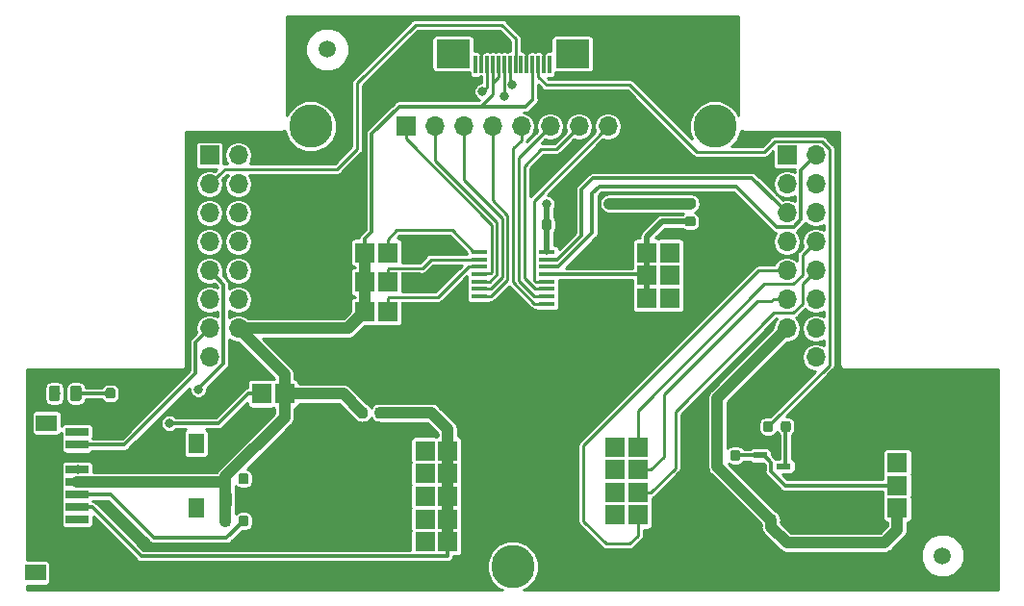
<source format=gbr>
G04 #@! TF.GenerationSoftware,KiCad,Pcbnew,(5.0.2)-1*
G04 #@! TF.CreationDate,2019-10-04T12:45:50+03:00*
G04 #@! TF.ProjectId,UI-Micro-SD,55492d4d-6963-4726-9f2d-53442e6b6963,rev?*
G04 #@! TF.SameCoordinates,Original*
G04 #@! TF.FileFunction,Copper,L1,Top*
G04 #@! TF.FilePolarity,Positive*
%FSLAX46Y46*%
G04 Gerber Fmt 4.6, Leading zero omitted, Abs format (unit mm)*
G04 Created by KiCad (PCBNEW (5.0.2)-1) date 04.10.2019 12:45:50*
%MOMM*%
%LPD*%
G01*
G04 APERTURE LIST*
G04 #@! TA.AperFunction,BGAPad,CuDef*
%ADD10C,1.500000*%
G04 #@! TD*
G04 #@! TA.AperFunction,ComponentPad*
%ADD11C,3.800000*%
G04 #@! TD*
G04 #@! TA.AperFunction,Conductor*
%ADD12C,0.100000*%
G04 #@! TD*
G04 #@! TA.AperFunction,SMDPad,CuDef*
%ADD13C,0.875000*%
G04 #@! TD*
G04 #@! TA.AperFunction,SMDPad,CuDef*
%ADD14C,0.975000*%
G04 #@! TD*
G04 #@! TA.AperFunction,SMDPad,CuDef*
%ADD15R,1.475000X0.450000*%
G04 #@! TD*
G04 #@! TA.AperFunction,ComponentPad*
%ADD16R,1.700000X1.700000*%
G04 #@! TD*
G04 #@! TA.AperFunction,ComponentPad*
%ADD17O,1.700000X1.700000*%
G04 #@! TD*
G04 #@! TA.AperFunction,SMDPad,CuDef*
%ADD18R,1.300000X0.600000*%
G04 #@! TD*
G04 #@! TA.AperFunction,SMDPad,CuDef*
%ADD19R,3.000000X2.500000*%
G04 #@! TD*
G04 #@! TA.AperFunction,SMDPad,CuDef*
%ADD20R,0.300000X1.600000*%
G04 #@! TD*
G04 #@! TA.AperFunction,ComponentPad*
%ADD21R,1.800000X1.800000*%
G04 #@! TD*
G04 #@! TA.AperFunction,SMDPad,CuDef*
%ADD22R,1.400000X1.800000*%
G04 #@! TD*
G04 #@! TA.AperFunction,SMDPad,CuDef*
%ADD23R,1.900000X1.450000*%
G04 #@! TD*
G04 #@! TA.AperFunction,SMDPad,CuDef*
%ADD24R,2.000000X0.800000*%
G04 #@! TD*
G04 #@! TA.AperFunction,ViaPad*
%ADD25C,0.800000*%
G04 #@! TD*
G04 #@! TA.AperFunction,Conductor*
%ADD26C,0.254000*%
G04 #@! TD*
G04 #@! TA.AperFunction,Conductor*
%ADD27C,0.310000*%
G04 #@! TD*
G04 #@! TA.AperFunction,Conductor*
%ADD28C,1.000000*%
G04 #@! TD*
G04 #@! TA.AperFunction,Conductor*
%ADD29C,0.508000*%
G04 #@! TD*
G04 APERTURE END LIST*
D10*
G04 #@! TO.P,FID2,1*
G04 #@! TO.N,N/C*
X103063040Y-97993200D03*
G04 #@! TD*
D11*
G04 #@! TO.P,H1,1*
G04 #@! TO.N,N/C*
X101600000Y-104775000D03*
G04 #@! TD*
G04 #@! TO.P,H2,1*
G04 #@! TO.N,N/C*
X137160000Y-104775000D03*
G04 #@! TD*
G04 #@! TO.P,H3,1*
G04 #@! TO.N,N/C*
X119380000Y-143510000D03*
G04 #@! TD*
D12*
G04 #@! TO.N,+3V3*
G04 #@! TO.C,C1*
G36*
X142342831Y-138966973D02*
X142364066Y-138970123D01*
X142384890Y-138975339D01*
X142405102Y-138982571D01*
X142424508Y-138991750D01*
X142442921Y-139002786D01*
X142460164Y-139015574D01*
X142476070Y-139029990D01*
X142490486Y-139045896D01*
X142503274Y-139063139D01*
X142514310Y-139081552D01*
X142523489Y-139100958D01*
X142530721Y-139121170D01*
X142535937Y-139141994D01*
X142539087Y-139163229D01*
X142540140Y-139184670D01*
X142540140Y-139697170D01*
X142539087Y-139718611D01*
X142535937Y-139739846D01*
X142530721Y-139760670D01*
X142523489Y-139780882D01*
X142514310Y-139800288D01*
X142503274Y-139818701D01*
X142490486Y-139835944D01*
X142476070Y-139851850D01*
X142460164Y-139866266D01*
X142442921Y-139879054D01*
X142424508Y-139890090D01*
X142405102Y-139899269D01*
X142384890Y-139906501D01*
X142364066Y-139911717D01*
X142342831Y-139914867D01*
X142321390Y-139915920D01*
X141883890Y-139915920D01*
X141862449Y-139914867D01*
X141841214Y-139911717D01*
X141820390Y-139906501D01*
X141800178Y-139899269D01*
X141780772Y-139890090D01*
X141762359Y-139879054D01*
X141745116Y-139866266D01*
X141729210Y-139851850D01*
X141714794Y-139835944D01*
X141702006Y-139818701D01*
X141690970Y-139800288D01*
X141681791Y-139780882D01*
X141674559Y-139760670D01*
X141669343Y-139739846D01*
X141666193Y-139718611D01*
X141665140Y-139697170D01*
X141665140Y-139184670D01*
X141666193Y-139163229D01*
X141669343Y-139141994D01*
X141674559Y-139121170D01*
X141681791Y-139100958D01*
X141690970Y-139081552D01*
X141702006Y-139063139D01*
X141714794Y-139045896D01*
X141729210Y-139029990D01*
X141745116Y-139015574D01*
X141762359Y-139002786D01*
X141780772Y-138991750D01*
X141800178Y-138982571D01*
X141820390Y-138975339D01*
X141841214Y-138970123D01*
X141862449Y-138966973D01*
X141883890Y-138965920D01*
X142321390Y-138965920D01*
X142342831Y-138966973D01*
X142342831Y-138966973D01*
G37*
D13*
G04 #@! TD*
G04 #@! TO.P,C1,1*
G04 #@! TO.N,+3V3*
X142102640Y-139440920D03*
D12*
G04 #@! TO.N,GND*
G04 #@! TO.C,C1*
G36*
X143917831Y-138966973D02*
X143939066Y-138970123D01*
X143959890Y-138975339D01*
X143980102Y-138982571D01*
X143999508Y-138991750D01*
X144017921Y-139002786D01*
X144035164Y-139015574D01*
X144051070Y-139029990D01*
X144065486Y-139045896D01*
X144078274Y-139063139D01*
X144089310Y-139081552D01*
X144098489Y-139100958D01*
X144105721Y-139121170D01*
X144110937Y-139141994D01*
X144114087Y-139163229D01*
X144115140Y-139184670D01*
X144115140Y-139697170D01*
X144114087Y-139718611D01*
X144110937Y-139739846D01*
X144105721Y-139760670D01*
X144098489Y-139780882D01*
X144089310Y-139800288D01*
X144078274Y-139818701D01*
X144065486Y-139835944D01*
X144051070Y-139851850D01*
X144035164Y-139866266D01*
X144017921Y-139879054D01*
X143999508Y-139890090D01*
X143980102Y-139899269D01*
X143959890Y-139906501D01*
X143939066Y-139911717D01*
X143917831Y-139914867D01*
X143896390Y-139915920D01*
X143458890Y-139915920D01*
X143437449Y-139914867D01*
X143416214Y-139911717D01*
X143395390Y-139906501D01*
X143375178Y-139899269D01*
X143355772Y-139890090D01*
X143337359Y-139879054D01*
X143320116Y-139866266D01*
X143304210Y-139851850D01*
X143289794Y-139835944D01*
X143277006Y-139818701D01*
X143265970Y-139800288D01*
X143256791Y-139780882D01*
X143249559Y-139760670D01*
X143244343Y-139739846D01*
X143241193Y-139718611D01*
X143240140Y-139697170D01*
X143240140Y-139184670D01*
X143241193Y-139163229D01*
X143244343Y-139141994D01*
X143249559Y-139121170D01*
X143256791Y-139100958D01*
X143265970Y-139081552D01*
X143277006Y-139063139D01*
X143289794Y-139045896D01*
X143304210Y-139029990D01*
X143320116Y-139015574D01*
X143337359Y-139002786D01*
X143355772Y-138991750D01*
X143375178Y-138982571D01*
X143395390Y-138975339D01*
X143416214Y-138970123D01*
X143437449Y-138966973D01*
X143458890Y-138965920D01*
X143896390Y-138965920D01*
X143917831Y-138966973D01*
X143917831Y-138966973D01*
G37*
D13*
G04 #@! TD*
G04 #@! TO.P,C1,2*
G04 #@! TO.N,GND*
X143677640Y-139440920D03*
D12*
G04 #@! TO.N,+3V3*
G04 #@! TO.C,C2*
G36*
X94437902Y-136948854D02*
X94461563Y-136952364D01*
X94484767Y-136958176D01*
X94507289Y-136966234D01*
X94528913Y-136976462D01*
X94549430Y-136988759D01*
X94568643Y-137003009D01*
X94586367Y-137019073D01*
X94602431Y-137036797D01*
X94616681Y-137056010D01*
X94628978Y-137076527D01*
X94639206Y-137098151D01*
X94647264Y-137120673D01*
X94653076Y-137143877D01*
X94656586Y-137167538D01*
X94657760Y-137191430D01*
X94657760Y-138103930D01*
X94656586Y-138127822D01*
X94653076Y-138151483D01*
X94647264Y-138174687D01*
X94639206Y-138197209D01*
X94628978Y-138218833D01*
X94616681Y-138239350D01*
X94602431Y-138258563D01*
X94586367Y-138276287D01*
X94568643Y-138292351D01*
X94549430Y-138306601D01*
X94528913Y-138318898D01*
X94507289Y-138329126D01*
X94484767Y-138337184D01*
X94461563Y-138342996D01*
X94437902Y-138346506D01*
X94414010Y-138347680D01*
X93926510Y-138347680D01*
X93902618Y-138346506D01*
X93878957Y-138342996D01*
X93855753Y-138337184D01*
X93833231Y-138329126D01*
X93811607Y-138318898D01*
X93791090Y-138306601D01*
X93771877Y-138292351D01*
X93754153Y-138276287D01*
X93738089Y-138258563D01*
X93723839Y-138239350D01*
X93711542Y-138218833D01*
X93701314Y-138197209D01*
X93693256Y-138174687D01*
X93687444Y-138151483D01*
X93683934Y-138127822D01*
X93682760Y-138103930D01*
X93682760Y-137191430D01*
X93683934Y-137167538D01*
X93687444Y-137143877D01*
X93693256Y-137120673D01*
X93701314Y-137098151D01*
X93711542Y-137076527D01*
X93723839Y-137056010D01*
X93738089Y-137036797D01*
X93754153Y-137019073D01*
X93771877Y-137003009D01*
X93791090Y-136988759D01*
X93811607Y-136976462D01*
X93833231Y-136966234D01*
X93855753Y-136958176D01*
X93878957Y-136952364D01*
X93902618Y-136948854D01*
X93926510Y-136947680D01*
X94414010Y-136947680D01*
X94437902Y-136948854D01*
X94437902Y-136948854D01*
G37*
D14*
G04 #@! TD*
G04 #@! TO.P,C2,1*
G04 #@! TO.N,+3V3*
X94170260Y-137647680D03*
D12*
G04 #@! TO.N,GND*
G04 #@! TO.C,C2*
G36*
X96312902Y-136948854D02*
X96336563Y-136952364D01*
X96359767Y-136958176D01*
X96382289Y-136966234D01*
X96403913Y-136976462D01*
X96424430Y-136988759D01*
X96443643Y-137003009D01*
X96461367Y-137019073D01*
X96477431Y-137036797D01*
X96491681Y-137056010D01*
X96503978Y-137076527D01*
X96514206Y-137098151D01*
X96522264Y-137120673D01*
X96528076Y-137143877D01*
X96531586Y-137167538D01*
X96532760Y-137191430D01*
X96532760Y-138103930D01*
X96531586Y-138127822D01*
X96528076Y-138151483D01*
X96522264Y-138174687D01*
X96514206Y-138197209D01*
X96503978Y-138218833D01*
X96491681Y-138239350D01*
X96477431Y-138258563D01*
X96461367Y-138276287D01*
X96443643Y-138292351D01*
X96424430Y-138306601D01*
X96403913Y-138318898D01*
X96382289Y-138329126D01*
X96359767Y-138337184D01*
X96336563Y-138342996D01*
X96312902Y-138346506D01*
X96289010Y-138347680D01*
X95801510Y-138347680D01*
X95777618Y-138346506D01*
X95753957Y-138342996D01*
X95730753Y-138337184D01*
X95708231Y-138329126D01*
X95686607Y-138318898D01*
X95666090Y-138306601D01*
X95646877Y-138292351D01*
X95629153Y-138276287D01*
X95613089Y-138258563D01*
X95598839Y-138239350D01*
X95586542Y-138218833D01*
X95576314Y-138197209D01*
X95568256Y-138174687D01*
X95562444Y-138151483D01*
X95558934Y-138127822D01*
X95557760Y-138103930D01*
X95557760Y-137191430D01*
X95558934Y-137167538D01*
X95562444Y-137143877D01*
X95568256Y-137120673D01*
X95576314Y-137098151D01*
X95586542Y-137076527D01*
X95598839Y-137056010D01*
X95613089Y-137036797D01*
X95629153Y-137019073D01*
X95646877Y-137003009D01*
X95666090Y-136988759D01*
X95686607Y-136976462D01*
X95708231Y-136966234D01*
X95730753Y-136958176D01*
X95753957Y-136952364D01*
X95777618Y-136948854D01*
X95801510Y-136947680D01*
X96289010Y-136947680D01*
X96312902Y-136948854D01*
X96312902Y-136948854D01*
G37*
D14*
G04 #@! TD*
G04 #@! TO.P,C2,2*
G04 #@! TO.N,GND*
X96045260Y-137647680D03*
D12*
G04 #@! TO.N,GND*
G04 #@! TO.C,C3*
G36*
X124207531Y-112942133D02*
X124228766Y-112945283D01*
X124249590Y-112950499D01*
X124269802Y-112957731D01*
X124289208Y-112966910D01*
X124307621Y-112977946D01*
X124324864Y-112990734D01*
X124340770Y-113005150D01*
X124355186Y-113021056D01*
X124367974Y-113038299D01*
X124379010Y-113056712D01*
X124388189Y-113076118D01*
X124395421Y-113096330D01*
X124400637Y-113117154D01*
X124403787Y-113138389D01*
X124404840Y-113159830D01*
X124404840Y-113672330D01*
X124403787Y-113693771D01*
X124400637Y-113715006D01*
X124395421Y-113735830D01*
X124388189Y-113756042D01*
X124379010Y-113775448D01*
X124367974Y-113793861D01*
X124355186Y-113811104D01*
X124340770Y-113827010D01*
X124324864Y-113841426D01*
X124307621Y-113854214D01*
X124289208Y-113865250D01*
X124269802Y-113874429D01*
X124249590Y-113881661D01*
X124228766Y-113886877D01*
X124207531Y-113890027D01*
X124186090Y-113891080D01*
X123748590Y-113891080D01*
X123727149Y-113890027D01*
X123705914Y-113886877D01*
X123685090Y-113881661D01*
X123664878Y-113874429D01*
X123645472Y-113865250D01*
X123627059Y-113854214D01*
X123609816Y-113841426D01*
X123593910Y-113827010D01*
X123579494Y-113811104D01*
X123566706Y-113793861D01*
X123555670Y-113775448D01*
X123546491Y-113756042D01*
X123539259Y-113735830D01*
X123534043Y-113715006D01*
X123530893Y-113693771D01*
X123529840Y-113672330D01*
X123529840Y-113159830D01*
X123530893Y-113138389D01*
X123534043Y-113117154D01*
X123539259Y-113096330D01*
X123546491Y-113076118D01*
X123555670Y-113056712D01*
X123566706Y-113038299D01*
X123579494Y-113021056D01*
X123593910Y-113005150D01*
X123609816Y-112990734D01*
X123627059Y-112977946D01*
X123645472Y-112966910D01*
X123664878Y-112957731D01*
X123685090Y-112950499D01*
X123705914Y-112945283D01*
X123727149Y-112942133D01*
X123748590Y-112941080D01*
X124186090Y-112941080D01*
X124207531Y-112942133D01*
X124207531Y-112942133D01*
G37*
D13*
G04 #@! TD*
G04 #@! TO.P,C3,2*
G04 #@! TO.N,GND*
X123967340Y-113416080D03*
D12*
G04 #@! TO.N,+3V3*
G04 #@! TO.C,C3*
G36*
X122632531Y-112942133D02*
X122653766Y-112945283D01*
X122674590Y-112950499D01*
X122694802Y-112957731D01*
X122714208Y-112966910D01*
X122732621Y-112977946D01*
X122749864Y-112990734D01*
X122765770Y-113005150D01*
X122780186Y-113021056D01*
X122792974Y-113038299D01*
X122804010Y-113056712D01*
X122813189Y-113076118D01*
X122820421Y-113096330D01*
X122825637Y-113117154D01*
X122828787Y-113138389D01*
X122829840Y-113159830D01*
X122829840Y-113672330D01*
X122828787Y-113693771D01*
X122825637Y-113715006D01*
X122820421Y-113735830D01*
X122813189Y-113756042D01*
X122804010Y-113775448D01*
X122792974Y-113793861D01*
X122780186Y-113811104D01*
X122765770Y-113827010D01*
X122749864Y-113841426D01*
X122732621Y-113854214D01*
X122714208Y-113865250D01*
X122694802Y-113874429D01*
X122674590Y-113881661D01*
X122653766Y-113886877D01*
X122632531Y-113890027D01*
X122611090Y-113891080D01*
X122173590Y-113891080D01*
X122152149Y-113890027D01*
X122130914Y-113886877D01*
X122110090Y-113881661D01*
X122089878Y-113874429D01*
X122070472Y-113865250D01*
X122052059Y-113854214D01*
X122034816Y-113841426D01*
X122018910Y-113827010D01*
X122004494Y-113811104D01*
X121991706Y-113793861D01*
X121980670Y-113775448D01*
X121971491Y-113756042D01*
X121964259Y-113735830D01*
X121959043Y-113715006D01*
X121955893Y-113693771D01*
X121954840Y-113672330D01*
X121954840Y-113159830D01*
X121955893Y-113138389D01*
X121959043Y-113117154D01*
X121964259Y-113096330D01*
X121971491Y-113076118D01*
X121980670Y-113056712D01*
X121991706Y-113038299D01*
X122004494Y-113021056D01*
X122018910Y-113005150D01*
X122034816Y-112990734D01*
X122052059Y-112977946D01*
X122070472Y-112966910D01*
X122089878Y-112957731D01*
X122110090Y-112950499D01*
X122130914Y-112945283D01*
X122152149Y-112942133D01*
X122173590Y-112941080D01*
X122611090Y-112941080D01*
X122632531Y-112942133D01*
X122632531Y-112942133D01*
G37*
D13*
G04 #@! TD*
G04 #@! TO.P,C3,1*
G04 #@! TO.N,+3V3*
X122392340Y-113416080D03*
D12*
G04 #@! TO.N,Net-(DS1-Pad1)*
G04 #@! TO.C,DS1*
G36*
X81215142Y-127571174D02*
X81238803Y-127574684D01*
X81262007Y-127580496D01*
X81284529Y-127588554D01*
X81306153Y-127598782D01*
X81326670Y-127611079D01*
X81345883Y-127625329D01*
X81363607Y-127641393D01*
X81379671Y-127659117D01*
X81393921Y-127678330D01*
X81406218Y-127698847D01*
X81416446Y-127720471D01*
X81424504Y-127742993D01*
X81430316Y-127766197D01*
X81433826Y-127789858D01*
X81435000Y-127813750D01*
X81435000Y-128726250D01*
X81433826Y-128750142D01*
X81430316Y-128773803D01*
X81424504Y-128797007D01*
X81416446Y-128819529D01*
X81406218Y-128841153D01*
X81393921Y-128861670D01*
X81379671Y-128880883D01*
X81363607Y-128898607D01*
X81345883Y-128914671D01*
X81326670Y-128928921D01*
X81306153Y-128941218D01*
X81284529Y-128951446D01*
X81262007Y-128959504D01*
X81238803Y-128965316D01*
X81215142Y-128968826D01*
X81191250Y-128970000D01*
X80703750Y-128970000D01*
X80679858Y-128968826D01*
X80656197Y-128965316D01*
X80632993Y-128959504D01*
X80610471Y-128951446D01*
X80588847Y-128941218D01*
X80568330Y-128928921D01*
X80549117Y-128914671D01*
X80531393Y-128898607D01*
X80515329Y-128880883D01*
X80501079Y-128861670D01*
X80488782Y-128841153D01*
X80478554Y-128819529D01*
X80470496Y-128797007D01*
X80464684Y-128773803D01*
X80461174Y-128750142D01*
X80460000Y-128726250D01*
X80460000Y-127813750D01*
X80461174Y-127789858D01*
X80464684Y-127766197D01*
X80470496Y-127742993D01*
X80478554Y-127720471D01*
X80488782Y-127698847D01*
X80501079Y-127678330D01*
X80515329Y-127659117D01*
X80531393Y-127641393D01*
X80549117Y-127625329D01*
X80568330Y-127611079D01*
X80588847Y-127598782D01*
X80610471Y-127588554D01*
X80632993Y-127580496D01*
X80656197Y-127574684D01*
X80679858Y-127571174D01*
X80703750Y-127570000D01*
X81191250Y-127570000D01*
X81215142Y-127571174D01*
X81215142Y-127571174D01*
G37*
D14*
G04 #@! TD*
G04 #@! TO.P,DS1,1*
G04 #@! TO.N,Net-(DS1-Pad1)*
X80947500Y-128270000D03*
D12*
G04 #@! TO.N,Net-(DS1-Pad2)*
G04 #@! TO.C,DS1*
G36*
X79340142Y-127571174D02*
X79363803Y-127574684D01*
X79387007Y-127580496D01*
X79409529Y-127588554D01*
X79431153Y-127598782D01*
X79451670Y-127611079D01*
X79470883Y-127625329D01*
X79488607Y-127641393D01*
X79504671Y-127659117D01*
X79518921Y-127678330D01*
X79531218Y-127698847D01*
X79541446Y-127720471D01*
X79549504Y-127742993D01*
X79555316Y-127766197D01*
X79558826Y-127789858D01*
X79560000Y-127813750D01*
X79560000Y-128726250D01*
X79558826Y-128750142D01*
X79555316Y-128773803D01*
X79549504Y-128797007D01*
X79541446Y-128819529D01*
X79531218Y-128841153D01*
X79518921Y-128861670D01*
X79504671Y-128880883D01*
X79488607Y-128898607D01*
X79470883Y-128914671D01*
X79451670Y-128928921D01*
X79431153Y-128941218D01*
X79409529Y-128951446D01*
X79387007Y-128959504D01*
X79363803Y-128965316D01*
X79340142Y-128968826D01*
X79316250Y-128970000D01*
X78828750Y-128970000D01*
X78804858Y-128968826D01*
X78781197Y-128965316D01*
X78757993Y-128959504D01*
X78735471Y-128951446D01*
X78713847Y-128941218D01*
X78693330Y-128928921D01*
X78674117Y-128914671D01*
X78656393Y-128898607D01*
X78640329Y-128880883D01*
X78626079Y-128861670D01*
X78613782Y-128841153D01*
X78603554Y-128819529D01*
X78595496Y-128797007D01*
X78589684Y-128773803D01*
X78586174Y-128750142D01*
X78585000Y-128726250D01*
X78585000Y-127813750D01*
X78586174Y-127789858D01*
X78589684Y-127766197D01*
X78595496Y-127742993D01*
X78603554Y-127720471D01*
X78613782Y-127698847D01*
X78626079Y-127678330D01*
X78640329Y-127659117D01*
X78656393Y-127641393D01*
X78674117Y-127625329D01*
X78693330Y-127611079D01*
X78713847Y-127598782D01*
X78735471Y-127588554D01*
X78757993Y-127580496D01*
X78781197Y-127574684D01*
X78804858Y-127571174D01*
X78828750Y-127570000D01*
X79316250Y-127570000D01*
X79340142Y-127571174D01*
X79340142Y-127571174D01*
G37*
D14*
G04 #@! TD*
G04 #@! TO.P,DS1,2*
G04 #@! TO.N,Net-(DS1-Pad2)*
X79072500Y-128270000D03*
D10*
G04 #@! TO.P,FID1,1*
G04 #@! TO.N,N/C*
X157200600Y-142549880D03*
G04 #@! TD*
D15*
G04 #@! TO.P,IC1,1*
G04 #@! TO.N,A0*
X116473750Y-115834000D03*
G04 #@! TO.P,IC1,2*
G04 #@! TO.N,A1*
X116473750Y-116484000D03*
G04 #@! TO.P,IC1,3*
G04 #@! TO.N,A2*
X116473750Y-117134000D03*
G04 #@! TO.P,IC1,4*
G04 #@! TO.N,P0*
X116473750Y-117784000D03*
G04 #@! TO.P,IC1,5*
G04 #@! TO.N,P1*
X116473750Y-118434000D03*
G04 #@! TO.P,IC1,6*
G04 #@! TO.N,P2*
X116473750Y-119084000D03*
G04 #@! TO.P,IC1,7*
G04 #@! TO.N,P3*
X116473750Y-119734000D03*
G04 #@! TO.P,IC1,8*
G04 #@! TO.N,GND*
X116473750Y-120384000D03*
G04 #@! TO.P,IC1,9*
G04 #@! TO.N,P4*
X122349750Y-120384000D03*
G04 #@! TO.P,IC1,10*
G04 #@! TO.N,P5*
X122349750Y-119734000D03*
G04 #@! TO.P,IC1,11*
G04 #@! TO.N,P6*
X122349750Y-119084000D03*
G04 #@! TO.P,IC1,12*
G04 #@! TO.N,P7*
X122349750Y-118434000D03*
G04 #@! TO.P,IC1,13*
G04 #@! TO.N,INT*
X122349750Y-117784000D03*
G04 #@! TO.P,IC1,14*
G04 #@! TO.N,I2C_SCL*
X122349750Y-117134000D03*
G04 #@! TO.P,IC1,15*
G04 #@! TO.N,I2C_SDA*
X122349750Y-116484000D03*
G04 #@! TO.P,IC1,16*
G04 #@! TO.N,+3V3*
X122349750Y-115834000D03*
G04 #@! TD*
D16*
G04 #@! TO.P,J6,1*
G04 #@! TO.N,P0*
X109982000Y-104775000D03*
D17*
G04 #@! TO.P,J6,2*
G04 #@! TO.N,P1*
X112522000Y-104775000D03*
G04 #@! TO.P,J6,3*
G04 #@! TO.N,P2*
X115062000Y-104775000D03*
G04 #@! TO.P,J6,4*
G04 #@! TO.N,P3*
X117602000Y-104775000D03*
G04 #@! TO.P,J6,5*
G04 #@! TO.N,P4*
X120142000Y-104775000D03*
G04 #@! TO.P,J6,6*
G04 #@! TO.N,P5*
X122682000Y-104775000D03*
G04 #@! TO.P,J6,7*
G04 #@! TO.N,P6*
X125222000Y-104775000D03*
G04 #@! TO.P,J6,8*
G04 #@! TO.N,P7*
X127762000Y-104775000D03*
G04 #@! TD*
D18*
G04 #@! TO.P,Q1,3*
G04 #@! TO.N,Net-(Q1-Pad3)*
X143226500Y-134683500D03*
G04 #@! TO.P,Q1,2*
G04 #@! TO.N,GND*
X141126500Y-135633500D03*
G04 #@! TO.P,Q1,1*
G04 #@! TO.N,LCD_BACKLIGHT*
X141126500Y-133733500D03*
G04 #@! TD*
D12*
G04 #@! TO.N,HSPI_CS*
G04 #@! TO.C,R1*
G36*
X107961691Y-129510553D02*
X107982926Y-129513703D01*
X108003750Y-129518919D01*
X108023962Y-129526151D01*
X108043368Y-129535330D01*
X108061781Y-129546366D01*
X108079024Y-129559154D01*
X108094930Y-129573570D01*
X108109346Y-129589476D01*
X108122134Y-129606719D01*
X108133170Y-129625132D01*
X108142349Y-129644538D01*
X108149581Y-129664750D01*
X108154797Y-129685574D01*
X108157947Y-129706809D01*
X108159000Y-129728250D01*
X108159000Y-130240750D01*
X108157947Y-130262191D01*
X108154797Y-130283426D01*
X108149581Y-130304250D01*
X108142349Y-130324462D01*
X108133170Y-130343868D01*
X108122134Y-130362281D01*
X108109346Y-130379524D01*
X108094930Y-130395430D01*
X108079024Y-130409846D01*
X108061781Y-130422634D01*
X108043368Y-130433670D01*
X108023962Y-130442849D01*
X108003750Y-130450081D01*
X107982926Y-130455297D01*
X107961691Y-130458447D01*
X107940250Y-130459500D01*
X107502750Y-130459500D01*
X107481309Y-130458447D01*
X107460074Y-130455297D01*
X107439250Y-130450081D01*
X107419038Y-130442849D01*
X107399632Y-130433670D01*
X107381219Y-130422634D01*
X107363976Y-130409846D01*
X107348070Y-130395430D01*
X107333654Y-130379524D01*
X107320866Y-130362281D01*
X107309830Y-130343868D01*
X107300651Y-130324462D01*
X107293419Y-130304250D01*
X107288203Y-130283426D01*
X107285053Y-130262191D01*
X107284000Y-130240750D01*
X107284000Y-129728250D01*
X107285053Y-129706809D01*
X107288203Y-129685574D01*
X107293419Y-129664750D01*
X107300651Y-129644538D01*
X107309830Y-129625132D01*
X107320866Y-129606719D01*
X107333654Y-129589476D01*
X107348070Y-129573570D01*
X107363976Y-129559154D01*
X107381219Y-129546366D01*
X107399632Y-129535330D01*
X107419038Y-129526151D01*
X107439250Y-129518919D01*
X107460074Y-129513703D01*
X107481309Y-129510553D01*
X107502750Y-129509500D01*
X107940250Y-129509500D01*
X107961691Y-129510553D01*
X107961691Y-129510553D01*
G37*
D13*
G04 #@! TD*
G04 #@! TO.P,R1,2*
G04 #@! TO.N,HSPI_CS*
X107721500Y-129984500D03*
D12*
G04 #@! TO.N,+3V3*
G04 #@! TO.C,R1*
G36*
X106386691Y-129510553D02*
X106407926Y-129513703D01*
X106428750Y-129518919D01*
X106448962Y-129526151D01*
X106468368Y-129535330D01*
X106486781Y-129546366D01*
X106504024Y-129559154D01*
X106519930Y-129573570D01*
X106534346Y-129589476D01*
X106547134Y-129606719D01*
X106558170Y-129625132D01*
X106567349Y-129644538D01*
X106574581Y-129664750D01*
X106579797Y-129685574D01*
X106582947Y-129706809D01*
X106584000Y-129728250D01*
X106584000Y-130240750D01*
X106582947Y-130262191D01*
X106579797Y-130283426D01*
X106574581Y-130304250D01*
X106567349Y-130324462D01*
X106558170Y-130343868D01*
X106547134Y-130362281D01*
X106534346Y-130379524D01*
X106519930Y-130395430D01*
X106504024Y-130409846D01*
X106486781Y-130422634D01*
X106468368Y-130433670D01*
X106448962Y-130442849D01*
X106428750Y-130450081D01*
X106407926Y-130455297D01*
X106386691Y-130458447D01*
X106365250Y-130459500D01*
X105927750Y-130459500D01*
X105906309Y-130458447D01*
X105885074Y-130455297D01*
X105864250Y-130450081D01*
X105844038Y-130442849D01*
X105824632Y-130433670D01*
X105806219Y-130422634D01*
X105788976Y-130409846D01*
X105773070Y-130395430D01*
X105758654Y-130379524D01*
X105745866Y-130362281D01*
X105734830Y-130343868D01*
X105725651Y-130324462D01*
X105718419Y-130304250D01*
X105713203Y-130283426D01*
X105710053Y-130262191D01*
X105709000Y-130240750D01*
X105709000Y-129728250D01*
X105710053Y-129706809D01*
X105713203Y-129685574D01*
X105718419Y-129664750D01*
X105725651Y-129644538D01*
X105734830Y-129625132D01*
X105745866Y-129606719D01*
X105758654Y-129589476D01*
X105773070Y-129573570D01*
X105788976Y-129559154D01*
X105806219Y-129546366D01*
X105824632Y-129535330D01*
X105844038Y-129526151D01*
X105864250Y-129518919D01*
X105885074Y-129513703D01*
X105906309Y-129510553D01*
X105927750Y-129509500D01*
X106365250Y-129509500D01*
X106386691Y-129510553D01*
X106386691Y-129510553D01*
G37*
D13*
G04 #@! TD*
G04 #@! TO.P,R1,1*
G04 #@! TO.N,+3V3*
X106146500Y-129984500D03*
D12*
G04 #@! TO.N,+3V3*
G04 #@! TO.C,R2*
G36*
X94360451Y-135314453D02*
X94381686Y-135317603D01*
X94402510Y-135322819D01*
X94422722Y-135330051D01*
X94442128Y-135339230D01*
X94460541Y-135350266D01*
X94477784Y-135363054D01*
X94493690Y-135377470D01*
X94508106Y-135393376D01*
X94520894Y-135410619D01*
X94531930Y-135429032D01*
X94541109Y-135448438D01*
X94548341Y-135468650D01*
X94553557Y-135489474D01*
X94556707Y-135510709D01*
X94557760Y-135532150D01*
X94557760Y-136044650D01*
X94556707Y-136066091D01*
X94553557Y-136087326D01*
X94548341Y-136108150D01*
X94541109Y-136128362D01*
X94531930Y-136147768D01*
X94520894Y-136166181D01*
X94508106Y-136183424D01*
X94493690Y-136199330D01*
X94477784Y-136213746D01*
X94460541Y-136226534D01*
X94442128Y-136237570D01*
X94422722Y-136246749D01*
X94402510Y-136253981D01*
X94381686Y-136259197D01*
X94360451Y-136262347D01*
X94339010Y-136263400D01*
X93901510Y-136263400D01*
X93880069Y-136262347D01*
X93858834Y-136259197D01*
X93838010Y-136253981D01*
X93817798Y-136246749D01*
X93798392Y-136237570D01*
X93779979Y-136226534D01*
X93762736Y-136213746D01*
X93746830Y-136199330D01*
X93732414Y-136183424D01*
X93719626Y-136166181D01*
X93708590Y-136147768D01*
X93699411Y-136128362D01*
X93692179Y-136108150D01*
X93686963Y-136087326D01*
X93683813Y-136066091D01*
X93682760Y-136044650D01*
X93682760Y-135532150D01*
X93683813Y-135510709D01*
X93686963Y-135489474D01*
X93692179Y-135468650D01*
X93699411Y-135448438D01*
X93708590Y-135429032D01*
X93719626Y-135410619D01*
X93732414Y-135393376D01*
X93746830Y-135377470D01*
X93762736Y-135363054D01*
X93779979Y-135350266D01*
X93798392Y-135339230D01*
X93817798Y-135330051D01*
X93838010Y-135322819D01*
X93858834Y-135317603D01*
X93880069Y-135314453D01*
X93901510Y-135313400D01*
X94339010Y-135313400D01*
X94360451Y-135314453D01*
X94360451Y-135314453D01*
G37*
D13*
G04 #@! TD*
G04 #@! TO.P,R2,1*
G04 #@! TO.N,+3V3*
X94120260Y-135788400D03*
D12*
G04 #@! TO.N,HSPI_CLK*
G04 #@! TO.C,R2*
G36*
X95935451Y-135314453D02*
X95956686Y-135317603D01*
X95977510Y-135322819D01*
X95997722Y-135330051D01*
X96017128Y-135339230D01*
X96035541Y-135350266D01*
X96052784Y-135363054D01*
X96068690Y-135377470D01*
X96083106Y-135393376D01*
X96095894Y-135410619D01*
X96106930Y-135429032D01*
X96116109Y-135448438D01*
X96123341Y-135468650D01*
X96128557Y-135489474D01*
X96131707Y-135510709D01*
X96132760Y-135532150D01*
X96132760Y-136044650D01*
X96131707Y-136066091D01*
X96128557Y-136087326D01*
X96123341Y-136108150D01*
X96116109Y-136128362D01*
X96106930Y-136147768D01*
X96095894Y-136166181D01*
X96083106Y-136183424D01*
X96068690Y-136199330D01*
X96052784Y-136213746D01*
X96035541Y-136226534D01*
X96017128Y-136237570D01*
X95997722Y-136246749D01*
X95977510Y-136253981D01*
X95956686Y-136259197D01*
X95935451Y-136262347D01*
X95914010Y-136263400D01*
X95476510Y-136263400D01*
X95455069Y-136262347D01*
X95433834Y-136259197D01*
X95413010Y-136253981D01*
X95392798Y-136246749D01*
X95373392Y-136237570D01*
X95354979Y-136226534D01*
X95337736Y-136213746D01*
X95321830Y-136199330D01*
X95307414Y-136183424D01*
X95294626Y-136166181D01*
X95283590Y-136147768D01*
X95274411Y-136128362D01*
X95267179Y-136108150D01*
X95261963Y-136087326D01*
X95258813Y-136066091D01*
X95257760Y-136044650D01*
X95257760Y-135532150D01*
X95258813Y-135510709D01*
X95261963Y-135489474D01*
X95267179Y-135468650D01*
X95274411Y-135448438D01*
X95283590Y-135429032D01*
X95294626Y-135410619D01*
X95307414Y-135393376D01*
X95321830Y-135377470D01*
X95337736Y-135363054D01*
X95354979Y-135350266D01*
X95373392Y-135339230D01*
X95392798Y-135330051D01*
X95413010Y-135322819D01*
X95433834Y-135317603D01*
X95455069Y-135314453D01*
X95476510Y-135313400D01*
X95914010Y-135313400D01*
X95935451Y-135314453D01*
X95935451Y-135314453D01*
G37*
D13*
G04 #@! TD*
G04 #@! TO.P,R2,2*
G04 #@! TO.N,HSPI_CLK*
X95695260Y-135788400D03*
D12*
G04 #@! TO.N,HSPI_MOSI*
G04 #@! TO.C,R3*
G36*
X95935451Y-139033013D02*
X95956686Y-139036163D01*
X95977510Y-139041379D01*
X95997722Y-139048611D01*
X96017128Y-139057790D01*
X96035541Y-139068826D01*
X96052784Y-139081614D01*
X96068690Y-139096030D01*
X96083106Y-139111936D01*
X96095894Y-139129179D01*
X96106930Y-139147592D01*
X96116109Y-139166998D01*
X96123341Y-139187210D01*
X96128557Y-139208034D01*
X96131707Y-139229269D01*
X96132760Y-139250710D01*
X96132760Y-139763210D01*
X96131707Y-139784651D01*
X96128557Y-139805886D01*
X96123341Y-139826710D01*
X96116109Y-139846922D01*
X96106930Y-139866328D01*
X96095894Y-139884741D01*
X96083106Y-139901984D01*
X96068690Y-139917890D01*
X96052784Y-139932306D01*
X96035541Y-139945094D01*
X96017128Y-139956130D01*
X95997722Y-139965309D01*
X95977510Y-139972541D01*
X95956686Y-139977757D01*
X95935451Y-139980907D01*
X95914010Y-139981960D01*
X95476510Y-139981960D01*
X95455069Y-139980907D01*
X95433834Y-139977757D01*
X95413010Y-139972541D01*
X95392798Y-139965309D01*
X95373392Y-139956130D01*
X95354979Y-139945094D01*
X95337736Y-139932306D01*
X95321830Y-139917890D01*
X95307414Y-139901984D01*
X95294626Y-139884741D01*
X95283590Y-139866328D01*
X95274411Y-139846922D01*
X95267179Y-139826710D01*
X95261963Y-139805886D01*
X95258813Y-139784651D01*
X95257760Y-139763210D01*
X95257760Y-139250710D01*
X95258813Y-139229269D01*
X95261963Y-139208034D01*
X95267179Y-139187210D01*
X95274411Y-139166998D01*
X95283590Y-139147592D01*
X95294626Y-139129179D01*
X95307414Y-139111936D01*
X95321830Y-139096030D01*
X95337736Y-139081614D01*
X95354979Y-139068826D01*
X95373392Y-139057790D01*
X95392798Y-139048611D01*
X95413010Y-139041379D01*
X95433834Y-139036163D01*
X95455069Y-139033013D01*
X95476510Y-139031960D01*
X95914010Y-139031960D01*
X95935451Y-139033013D01*
X95935451Y-139033013D01*
G37*
D13*
G04 #@! TD*
G04 #@! TO.P,R3,2*
G04 #@! TO.N,HSPI_MOSI*
X95695260Y-139506960D03*
D12*
G04 #@! TO.N,+3V3*
G04 #@! TO.C,R3*
G36*
X94360451Y-139033013D02*
X94381686Y-139036163D01*
X94402510Y-139041379D01*
X94422722Y-139048611D01*
X94442128Y-139057790D01*
X94460541Y-139068826D01*
X94477784Y-139081614D01*
X94493690Y-139096030D01*
X94508106Y-139111936D01*
X94520894Y-139129179D01*
X94531930Y-139147592D01*
X94541109Y-139166998D01*
X94548341Y-139187210D01*
X94553557Y-139208034D01*
X94556707Y-139229269D01*
X94557760Y-139250710D01*
X94557760Y-139763210D01*
X94556707Y-139784651D01*
X94553557Y-139805886D01*
X94548341Y-139826710D01*
X94541109Y-139846922D01*
X94531930Y-139866328D01*
X94520894Y-139884741D01*
X94508106Y-139901984D01*
X94493690Y-139917890D01*
X94477784Y-139932306D01*
X94460541Y-139945094D01*
X94442128Y-139956130D01*
X94422722Y-139965309D01*
X94402510Y-139972541D01*
X94381686Y-139977757D01*
X94360451Y-139980907D01*
X94339010Y-139981960D01*
X93901510Y-139981960D01*
X93880069Y-139980907D01*
X93858834Y-139977757D01*
X93838010Y-139972541D01*
X93817798Y-139965309D01*
X93798392Y-139956130D01*
X93779979Y-139945094D01*
X93762736Y-139932306D01*
X93746830Y-139917890D01*
X93732414Y-139901984D01*
X93719626Y-139884741D01*
X93708590Y-139866328D01*
X93699411Y-139846922D01*
X93692179Y-139826710D01*
X93686963Y-139805886D01*
X93683813Y-139784651D01*
X93682760Y-139763210D01*
X93682760Y-139250710D01*
X93683813Y-139229269D01*
X93686963Y-139208034D01*
X93692179Y-139187210D01*
X93699411Y-139166998D01*
X93708590Y-139147592D01*
X93719626Y-139129179D01*
X93732414Y-139111936D01*
X93746830Y-139096030D01*
X93762736Y-139081614D01*
X93779979Y-139068826D01*
X93798392Y-139057790D01*
X93817798Y-139048611D01*
X93838010Y-139041379D01*
X93858834Y-139036163D01*
X93880069Y-139033013D01*
X93901510Y-139031960D01*
X94339010Y-139031960D01*
X94360451Y-139033013D01*
X94360451Y-139033013D01*
G37*
D13*
G04 #@! TD*
G04 #@! TO.P,R3,1*
G04 #@! TO.N,+3V3*
X94120260Y-139506960D03*
D12*
G04 #@! TO.N,Net-(DS1-Pad1)*
G04 #@! TO.C,R4*
G36*
X84225191Y-127796053D02*
X84246426Y-127799203D01*
X84267250Y-127804419D01*
X84287462Y-127811651D01*
X84306868Y-127820830D01*
X84325281Y-127831866D01*
X84342524Y-127844654D01*
X84358430Y-127859070D01*
X84372846Y-127874976D01*
X84385634Y-127892219D01*
X84396670Y-127910632D01*
X84405849Y-127930038D01*
X84413081Y-127950250D01*
X84418297Y-127971074D01*
X84421447Y-127992309D01*
X84422500Y-128013750D01*
X84422500Y-128526250D01*
X84421447Y-128547691D01*
X84418297Y-128568926D01*
X84413081Y-128589750D01*
X84405849Y-128609962D01*
X84396670Y-128629368D01*
X84385634Y-128647781D01*
X84372846Y-128665024D01*
X84358430Y-128680930D01*
X84342524Y-128695346D01*
X84325281Y-128708134D01*
X84306868Y-128719170D01*
X84287462Y-128728349D01*
X84267250Y-128735581D01*
X84246426Y-128740797D01*
X84225191Y-128743947D01*
X84203750Y-128745000D01*
X83766250Y-128745000D01*
X83744809Y-128743947D01*
X83723574Y-128740797D01*
X83702750Y-128735581D01*
X83682538Y-128728349D01*
X83663132Y-128719170D01*
X83644719Y-128708134D01*
X83627476Y-128695346D01*
X83611570Y-128680930D01*
X83597154Y-128665024D01*
X83584366Y-128647781D01*
X83573330Y-128629368D01*
X83564151Y-128609962D01*
X83556919Y-128589750D01*
X83551703Y-128568926D01*
X83548553Y-128547691D01*
X83547500Y-128526250D01*
X83547500Y-128013750D01*
X83548553Y-127992309D01*
X83551703Y-127971074D01*
X83556919Y-127950250D01*
X83564151Y-127930038D01*
X83573330Y-127910632D01*
X83584366Y-127892219D01*
X83597154Y-127874976D01*
X83611570Y-127859070D01*
X83627476Y-127844654D01*
X83644719Y-127831866D01*
X83663132Y-127820830D01*
X83682538Y-127811651D01*
X83702750Y-127804419D01*
X83723574Y-127799203D01*
X83744809Y-127796053D01*
X83766250Y-127795000D01*
X84203750Y-127795000D01*
X84225191Y-127796053D01*
X84225191Y-127796053D01*
G37*
D13*
G04 #@! TD*
G04 #@! TO.P,R4,1*
G04 #@! TO.N,Net-(DS1-Pad1)*
X83985000Y-128270000D03*
D12*
G04 #@! TO.N,GND*
G04 #@! TO.C,R4*
G36*
X85800191Y-127796053D02*
X85821426Y-127799203D01*
X85842250Y-127804419D01*
X85862462Y-127811651D01*
X85881868Y-127820830D01*
X85900281Y-127831866D01*
X85917524Y-127844654D01*
X85933430Y-127859070D01*
X85947846Y-127874976D01*
X85960634Y-127892219D01*
X85971670Y-127910632D01*
X85980849Y-127930038D01*
X85988081Y-127950250D01*
X85993297Y-127971074D01*
X85996447Y-127992309D01*
X85997500Y-128013750D01*
X85997500Y-128526250D01*
X85996447Y-128547691D01*
X85993297Y-128568926D01*
X85988081Y-128589750D01*
X85980849Y-128609962D01*
X85971670Y-128629368D01*
X85960634Y-128647781D01*
X85947846Y-128665024D01*
X85933430Y-128680930D01*
X85917524Y-128695346D01*
X85900281Y-128708134D01*
X85881868Y-128719170D01*
X85862462Y-128728349D01*
X85842250Y-128735581D01*
X85821426Y-128740797D01*
X85800191Y-128743947D01*
X85778750Y-128745000D01*
X85341250Y-128745000D01*
X85319809Y-128743947D01*
X85298574Y-128740797D01*
X85277750Y-128735581D01*
X85257538Y-128728349D01*
X85238132Y-128719170D01*
X85219719Y-128708134D01*
X85202476Y-128695346D01*
X85186570Y-128680930D01*
X85172154Y-128665024D01*
X85159366Y-128647781D01*
X85148330Y-128629368D01*
X85139151Y-128609962D01*
X85131919Y-128589750D01*
X85126703Y-128568926D01*
X85123553Y-128547691D01*
X85122500Y-128526250D01*
X85122500Y-128013750D01*
X85123553Y-127992309D01*
X85126703Y-127971074D01*
X85131919Y-127950250D01*
X85139151Y-127930038D01*
X85148330Y-127910632D01*
X85159366Y-127892219D01*
X85172154Y-127874976D01*
X85186570Y-127859070D01*
X85202476Y-127844654D01*
X85219719Y-127831866D01*
X85238132Y-127820830D01*
X85257538Y-127811651D01*
X85277750Y-127804419D01*
X85298574Y-127799203D01*
X85319809Y-127796053D01*
X85341250Y-127795000D01*
X85778750Y-127795000D01*
X85800191Y-127796053D01*
X85800191Y-127796053D01*
G37*
D13*
G04 #@! TD*
G04 #@! TO.P,R4,2*
G04 #@! TO.N,GND*
X85560000Y-128270000D03*
D12*
G04 #@! TO.N,Net-(Q1-Pad3)*
G04 #@! TO.C,R5*
G36*
X143648691Y-130717053D02*
X143669926Y-130720203D01*
X143690750Y-130725419D01*
X143710962Y-130732651D01*
X143730368Y-130741830D01*
X143748781Y-130752866D01*
X143766024Y-130765654D01*
X143781930Y-130780070D01*
X143796346Y-130795976D01*
X143809134Y-130813219D01*
X143820170Y-130831632D01*
X143829349Y-130851038D01*
X143836581Y-130871250D01*
X143841797Y-130892074D01*
X143844947Y-130913309D01*
X143846000Y-130934750D01*
X143846000Y-131447250D01*
X143844947Y-131468691D01*
X143841797Y-131489926D01*
X143836581Y-131510750D01*
X143829349Y-131530962D01*
X143820170Y-131550368D01*
X143809134Y-131568781D01*
X143796346Y-131586024D01*
X143781930Y-131601930D01*
X143766024Y-131616346D01*
X143748781Y-131629134D01*
X143730368Y-131640170D01*
X143710962Y-131649349D01*
X143690750Y-131656581D01*
X143669926Y-131661797D01*
X143648691Y-131664947D01*
X143627250Y-131666000D01*
X143189750Y-131666000D01*
X143168309Y-131664947D01*
X143147074Y-131661797D01*
X143126250Y-131656581D01*
X143106038Y-131649349D01*
X143086632Y-131640170D01*
X143068219Y-131629134D01*
X143050976Y-131616346D01*
X143035070Y-131601930D01*
X143020654Y-131586024D01*
X143007866Y-131568781D01*
X142996830Y-131550368D01*
X142987651Y-131530962D01*
X142980419Y-131510750D01*
X142975203Y-131489926D01*
X142972053Y-131468691D01*
X142971000Y-131447250D01*
X142971000Y-130934750D01*
X142972053Y-130913309D01*
X142975203Y-130892074D01*
X142980419Y-130871250D01*
X142987651Y-130851038D01*
X142996830Y-130831632D01*
X143007866Y-130813219D01*
X143020654Y-130795976D01*
X143035070Y-130780070D01*
X143050976Y-130765654D01*
X143068219Y-130752866D01*
X143086632Y-130741830D01*
X143106038Y-130732651D01*
X143126250Y-130725419D01*
X143147074Y-130720203D01*
X143168309Y-130717053D01*
X143189750Y-130716000D01*
X143627250Y-130716000D01*
X143648691Y-130717053D01*
X143648691Y-130717053D01*
G37*
D13*
G04 #@! TD*
G04 #@! TO.P,R5,2*
G04 #@! TO.N,Net-(Q1-Pad3)*
X143408500Y-131191000D03*
D12*
G04 #@! TO.N,LCD_LEDK*
G04 #@! TO.C,R5*
G36*
X142073691Y-130717053D02*
X142094926Y-130720203D01*
X142115750Y-130725419D01*
X142135962Y-130732651D01*
X142155368Y-130741830D01*
X142173781Y-130752866D01*
X142191024Y-130765654D01*
X142206930Y-130780070D01*
X142221346Y-130795976D01*
X142234134Y-130813219D01*
X142245170Y-130831632D01*
X142254349Y-130851038D01*
X142261581Y-130871250D01*
X142266797Y-130892074D01*
X142269947Y-130913309D01*
X142271000Y-130934750D01*
X142271000Y-131447250D01*
X142269947Y-131468691D01*
X142266797Y-131489926D01*
X142261581Y-131510750D01*
X142254349Y-131530962D01*
X142245170Y-131550368D01*
X142234134Y-131568781D01*
X142221346Y-131586024D01*
X142206930Y-131601930D01*
X142191024Y-131616346D01*
X142173781Y-131629134D01*
X142155368Y-131640170D01*
X142135962Y-131649349D01*
X142115750Y-131656581D01*
X142094926Y-131661797D01*
X142073691Y-131664947D01*
X142052250Y-131666000D01*
X141614750Y-131666000D01*
X141593309Y-131664947D01*
X141572074Y-131661797D01*
X141551250Y-131656581D01*
X141531038Y-131649349D01*
X141511632Y-131640170D01*
X141493219Y-131629134D01*
X141475976Y-131616346D01*
X141460070Y-131601930D01*
X141445654Y-131586024D01*
X141432866Y-131568781D01*
X141421830Y-131550368D01*
X141412651Y-131530962D01*
X141405419Y-131510750D01*
X141400203Y-131489926D01*
X141397053Y-131468691D01*
X141396000Y-131447250D01*
X141396000Y-130934750D01*
X141397053Y-130913309D01*
X141400203Y-130892074D01*
X141405419Y-130871250D01*
X141412651Y-130851038D01*
X141421830Y-130831632D01*
X141432866Y-130813219D01*
X141445654Y-130795976D01*
X141460070Y-130780070D01*
X141475976Y-130765654D01*
X141493219Y-130752866D01*
X141511632Y-130741830D01*
X141531038Y-130732651D01*
X141551250Y-130725419D01*
X141572074Y-130720203D01*
X141593309Y-130717053D01*
X141614750Y-130716000D01*
X142052250Y-130716000D01*
X142073691Y-130717053D01*
X142073691Y-130717053D01*
G37*
D13*
G04 #@! TD*
G04 #@! TO.P,R5,1*
G04 #@! TO.N,LCD_LEDK*
X141833500Y-131191000D03*
D12*
G04 #@! TO.N,LCD_BACKLIGHT*
G04 #@! TO.C,R6*
G36*
X139203691Y-133257053D02*
X139224926Y-133260203D01*
X139245750Y-133265419D01*
X139265962Y-133272651D01*
X139285368Y-133281830D01*
X139303781Y-133292866D01*
X139321024Y-133305654D01*
X139336930Y-133320070D01*
X139351346Y-133335976D01*
X139364134Y-133353219D01*
X139375170Y-133371632D01*
X139384349Y-133391038D01*
X139391581Y-133411250D01*
X139396797Y-133432074D01*
X139399947Y-133453309D01*
X139401000Y-133474750D01*
X139401000Y-133987250D01*
X139399947Y-134008691D01*
X139396797Y-134029926D01*
X139391581Y-134050750D01*
X139384349Y-134070962D01*
X139375170Y-134090368D01*
X139364134Y-134108781D01*
X139351346Y-134126024D01*
X139336930Y-134141930D01*
X139321024Y-134156346D01*
X139303781Y-134169134D01*
X139285368Y-134180170D01*
X139265962Y-134189349D01*
X139245750Y-134196581D01*
X139224926Y-134201797D01*
X139203691Y-134204947D01*
X139182250Y-134206000D01*
X138744750Y-134206000D01*
X138723309Y-134204947D01*
X138702074Y-134201797D01*
X138681250Y-134196581D01*
X138661038Y-134189349D01*
X138641632Y-134180170D01*
X138623219Y-134169134D01*
X138605976Y-134156346D01*
X138590070Y-134141930D01*
X138575654Y-134126024D01*
X138562866Y-134108781D01*
X138551830Y-134090368D01*
X138542651Y-134070962D01*
X138535419Y-134050750D01*
X138530203Y-134029926D01*
X138527053Y-134008691D01*
X138526000Y-133987250D01*
X138526000Y-133474750D01*
X138527053Y-133453309D01*
X138530203Y-133432074D01*
X138535419Y-133411250D01*
X138542651Y-133391038D01*
X138551830Y-133371632D01*
X138562866Y-133353219D01*
X138575654Y-133335976D01*
X138590070Y-133320070D01*
X138605976Y-133305654D01*
X138623219Y-133292866D01*
X138641632Y-133281830D01*
X138661038Y-133272651D01*
X138681250Y-133265419D01*
X138702074Y-133260203D01*
X138723309Y-133257053D01*
X138744750Y-133256000D01*
X139182250Y-133256000D01*
X139203691Y-133257053D01*
X139203691Y-133257053D01*
G37*
D13*
G04 #@! TD*
G04 #@! TO.P,R6,1*
G04 #@! TO.N,LCD_BACKLIGHT*
X138963500Y-133731000D03*
D12*
G04 #@! TO.N,+3V3*
G04 #@! TO.C,R6*
G36*
X137628691Y-133257053D02*
X137649926Y-133260203D01*
X137670750Y-133265419D01*
X137690962Y-133272651D01*
X137710368Y-133281830D01*
X137728781Y-133292866D01*
X137746024Y-133305654D01*
X137761930Y-133320070D01*
X137776346Y-133335976D01*
X137789134Y-133353219D01*
X137800170Y-133371632D01*
X137809349Y-133391038D01*
X137816581Y-133411250D01*
X137821797Y-133432074D01*
X137824947Y-133453309D01*
X137826000Y-133474750D01*
X137826000Y-133987250D01*
X137824947Y-134008691D01*
X137821797Y-134029926D01*
X137816581Y-134050750D01*
X137809349Y-134070962D01*
X137800170Y-134090368D01*
X137789134Y-134108781D01*
X137776346Y-134126024D01*
X137761930Y-134141930D01*
X137746024Y-134156346D01*
X137728781Y-134169134D01*
X137710368Y-134180170D01*
X137690962Y-134189349D01*
X137670750Y-134196581D01*
X137649926Y-134201797D01*
X137628691Y-134204947D01*
X137607250Y-134206000D01*
X137169750Y-134206000D01*
X137148309Y-134204947D01*
X137127074Y-134201797D01*
X137106250Y-134196581D01*
X137086038Y-134189349D01*
X137066632Y-134180170D01*
X137048219Y-134169134D01*
X137030976Y-134156346D01*
X137015070Y-134141930D01*
X137000654Y-134126024D01*
X136987866Y-134108781D01*
X136976830Y-134090368D01*
X136967651Y-134070962D01*
X136960419Y-134050750D01*
X136955203Y-134029926D01*
X136952053Y-134008691D01*
X136951000Y-133987250D01*
X136951000Y-133474750D01*
X136952053Y-133453309D01*
X136955203Y-133432074D01*
X136960419Y-133411250D01*
X136967651Y-133391038D01*
X136976830Y-133371632D01*
X136987866Y-133353219D01*
X137000654Y-133335976D01*
X137015070Y-133320070D01*
X137030976Y-133305654D01*
X137048219Y-133292866D01*
X137066632Y-133281830D01*
X137086038Y-133272651D01*
X137106250Y-133265419D01*
X137127074Y-133260203D01*
X137148309Y-133257053D01*
X137169750Y-133256000D01*
X137607250Y-133256000D01*
X137628691Y-133257053D01*
X137628691Y-133257053D01*
G37*
D13*
G04 #@! TD*
G04 #@! TO.P,R6,2*
G04 #@! TO.N,+3V3*
X137388500Y-133731000D03*
D19*
G04 #@! TO.P,U1,MP2*
G04 #@! TO.N,N/C*
X114126000Y-98354000D03*
G04 #@! TO.P,U1,MP1*
X124626000Y-98354000D03*
D20*
G04 #@! TO.P,U1,14*
X116126000Y-99354000D03*
G04 #@! TO.P,U1,13*
G04 #@! TO.N,GND*
X116626000Y-99354000D03*
G04 #@! TO.P,U1,12*
G04 #@! TO.N,VSPI_CS*
X117126000Y-99354000D03*
G04 #@! TO.P,U1,11*
G04 #@! TO.N,+3V3*
X117626000Y-99354000D03*
G04 #@! TO.P,U1,10*
X118126000Y-99354000D03*
G04 #@! TO.P,U1,9*
G04 #@! TO.N,VSPI_CLK*
X118626000Y-99354000D03*
G04 #@! TO.P,U1,8*
G04 #@! TO.N,VSPI_MOSI*
X119126000Y-99354000D03*
G04 #@! TO.P,U1,7*
G04 #@! TO.N,IO33*
X119626000Y-99354000D03*
G04 #@! TO.P,U1,6*
G04 #@! TO.N,N/C*
X120126000Y-99354000D03*
G04 #@! TO.P,U1,5*
G04 #@! TO.N,GND*
X120626000Y-99354000D03*
G04 #@! TO.P,U1,4*
G04 #@! TO.N,+3V3*
X121126000Y-99354000D03*
G04 #@! TO.P,U1,3*
G04 #@! TO.N,LCD_LEDK*
X121626000Y-99354000D03*
G04 #@! TO.P,U1,2*
G04 #@! TO.N,GND*
X122126000Y-99354000D03*
G04 #@! TO.P,U1,1*
G04 #@! TO.N,N/C*
X122626000Y-99354000D03*
G04 #@! TD*
D12*
G04 #@! TO.N,+3V3*
G04 #@! TO.C,R7*
G36*
X135278691Y-111130413D02*
X135299926Y-111133563D01*
X135320750Y-111138779D01*
X135340962Y-111146011D01*
X135360368Y-111155190D01*
X135378781Y-111166226D01*
X135396024Y-111179014D01*
X135411930Y-111193430D01*
X135426346Y-111209336D01*
X135439134Y-111226579D01*
X135450170Y-111244992D01*
X135459349Y-111264398D01*
X135466581Y-111284610D01*
X135471797Y-111305434D01*
X135474947Y-111326669D01*
X135476000Y-111348110D01*
X135476000Y-111785610D01*
X135474947Y-111807051D01*
X135471797Y-111828286D01*
X135466581Y-111849110D01*
X135459349Y-111869322D01*
X135450170Y-111888728D01*
X135439134Y-111907141D01*
X135426346Y-111924384D01*
X135411930Y-111940290D01*
X135396024Y-111954706D01*
X135378781Y-111967494D01*
X135360368Y-111978530D01*
X135340962Y-111987709D01*
X135320750Y-111994941D01*
X135299926Y-112000157D01*
X135278691Y-112003307D01*
X135257250Y-112004360D01*
X134744750Y-112004360D01*
X134723309Y-112003307D01*
X134702074Y-112000157D01*
X134681250Y-111994941D01*
X134661038Y-111987709D01*
X134641632Y-111978530D01*
X134623219Y-111967494D01*
X134605976Y-111954706D01*
X134590070Y-111940290D01*
X134575654Y-111924384D01*
X134562866Y-111907141D01*
X134551830Y-111888728D01*
X134542651Y-111869322D01*
X134535419Y-111849110D01*
X134530203Y-111828286D01*
X134527053Y-111807051D01*
X134526000Y-111785610D01*
X134526000Y-111348110D01*
X134527053Y-111326669D01*
X134530203Y-111305434D01*
X134535419Y-111284610D01*
X134542651Y-111264398D01*
X134551830Y-111244992D01*
X134562866Y-111226579D01*
X134575654Y-111209336D01*
X134590070Y-111193430D01*
X134605976Y-111179014D01*
X134623219Y-111166226D01*
X134641632Y-111155190D01*
X134661038Y-111146011D01*
X134681250Y-111138779D01*
X134702074Y-111133563D01*
X134723309Y-111130413D01*
X134744750Y-111129360D01*
X135257250Y-111129360D01*
X135278691Y-111130413D01*
X135278691Y-111130413D01*
G37*
D13*
G04 #@! TD*
G04 #@! TO.P,R7,1*
G04 #@! TO.N,+3V3*
X135001000Y-111566860D03*
D12*
G04 #@! TO.N,INT*
G04 #@! TO.C,R7*
G36*
X135278691Y-112705413D02*
X135299926Y-112708563D01*
X135320750Y-112713779D01*
X135340962Y-112721011D01*
X135360368Y-112730190D01*
X135378781Y-112741226D01*
X135396024Y-112754014D01*
X135411930Y-112768430D01*
X135426346Y-112784336D01*
X135439134Y-112801579D01*
X135450170Y-112819992D01*
X135459349Y-112839398D01*
X135466581Y-112859610D01*
X135471797Y-112880434D01*
X135474947Y-112901669D01*
X135476000Y-112923110D01*
X135476000Y-113360610D01*
X135474947Y-113382051D01*
X135471797Y-113403286D01*
X135466581Y-113424110D01*
X135459349Y-113444322D01*
X135450170Y-113463728D01*
X135439134Y-113482141D01*
X135426346Y-113499384D01*
X135411930Y-113515290D01*
X135396024Y-113529706D01*
X135378781Y-113542494D01*
X135360368Y-113553530D01*
X135340962Y-113562709D01*
X135320750Y-113569941D01*
X135299926Y-113575157D01*
X135278691Y-113578307D01*
X135257250Y-113579360D01*
X134744750Y-113579360D01*
X134723309Y-113578307D01*
X134702074Y-113575157D01*
X134681250Y-113569941D01*
X134661038Y-113562709D01*
X134641632Y-113553530D01*
X134623219Y-113542494D01*
X134605976Y-113529706D01*
X134590070Y-113515290D01*
X134575654Y-113499384D01*
X134562866Y-113482141D01*
X134551830Y-113463728D01*
X134542651Y-113444322D01*
X134535419Y-113424110D01*
X134530203Y-113403286D01*
X134527053Y-113382051D01*
X134526000Y-113360610D01*
X134526000Y-112923110D01*
X134527053Y-112901669D01*
X134530203Y-112880434D01*
X134535419Y-112859610D01*
X134542651Y-112839398D01*
X134551830Y-112819992D01*
X134562866Y-112801579D01*
X134575654Y-112784336D01*
X134590070Y-112768430D01*
X134605976Y-112754014D01*
X134623219Y-112741226D01*
X134641632Y-112730190D01*
X134661038Y-112721011D01*
X134681250Y-112713779D01*
X134702074Y-112708563D01*
X134723309Y-112705413D01*
X134744750Y-112704360D01*
X135257250Y-112704360D01*
X135278691Y-112705413D01*
X135278691Y-112705413D01*
G37*
D13*
G04 #@! TD*
G04 #@! TO.P,R7,2*
G04 #@! TO.N,INT*
X135001000Y-113141860D03*
D17*
G04 #@! TO.P,J1,16*
G04 #@! TO.N,GND*
X95250000Y-125095000D03*
G04 #@! TO.P,J1,15*
G04 #@! TO.N,N/C*
X92710000Y-125095000D03*
G04 #@! TO.P,J1,14*
G04 #@! TO.N,+3V3*
X95250000Y-122555000D03*
G04 #@! TO.P,J1,13*
G04 #@! TO.N,HSPI_MISO*
X92710000Y-122555000D03*
G04 #@! TO.P,J1,12*
G04 #@! TO.N,N/C*
X95250000Y-120015000D03*
G04 #@! TO.P,J1,11*
G04 #@! TO.N,IO15*
X92710000Y-120015000D03*
G04 #@! TO.P,J1,10*
G04 #@! TO.N,IO27*
X95250000Y-117475000D03*
G04 #@! TO.P,J1,9*
G04 #@! TO.N,HSPI_MOSI*
X92710000Y-117475000D03*
G04 #@! TO.P,J1,8*
G04 #@! TO.N,IO25*
X95250000Y-114935000D03*
G04 #@! TO.P,J1,7*
G04 #@! TO.N,HSPI_CLK*
X92710000Y-114935000D03*
G04 #@! TO.P,J1,6*
G04 #@! TO.N,IO32*
X95250000Y-112395000D03*
G04 #@! TO.P,J1,5*
G04 #@! TO.N,IO26*
X92710000Y-112395000D03*
G04 #@! TO.P,J1,4*
G04 #@! TO.N,I34*
X95250000Y-109855000D03*
G04 #@! TO.P,J1,3*
G04 #@! TO.N,IO33*
X92710000Y-109855000D03*
G04 #@! TO.P,J1,2*
G04 #@! TO.N,I36*
X95250000Y-107315000D03*
D16*
G04 #@! TO.P,J1,1*
G04 #@! TO.N,I39*
X92710000Y-107315000D03*
G04 #@! TD*
G04 #@! TO.P,J2,1*
G04 #@! TO.N,VSPI_MOSI*
X143510000Y-107315000D03*
D17*
G04 #@! TO.P,J2,2*
G04 #@! TO.N,I2C_SCL*
X146050000Y-107315000D03*
G04 #@! TO.P,J2,3*
G04 #@! TO.N,N/C*
X143510000Y-109855000D03*
G04 #@! TO.P,J2,4*
X146050000Y-109855000D03*
G04 #@! TO.P,J2,5*
G04 #@! TO.N,I2C_SDA*
X143510000Y-112395000D03*
G04 #@! TO.P,J2,6*
G04 #@! TO.N,N/C*
X146050000Y-112395000D03*
G04 #@! TO.P,J2,7*
G04 #@! TO.N,VSPI_CLK*
X143510000Y-114935000D03*
G04 #@! TO.P,J2,8*
G04 #@! TO.N,IO5*
X146050000Y-114935000D03*
G04 #@! TO.P,J2,9*
G04 #@! TO.N,IO17*
X143510000Y-117475000D03*
G04 #@! TO.P,J2,10*
G04 #@! TO.N,IO16*
X146050000Y-117475000D03*
G04 #@! TO.P,J2,11*
G04 #@! TO.N,IO4*
X143510000Y-120015000D03*
G04 #@! TO.P,J2,12*
G04 #@! TO.N,N/C*
X146050000Y-120015000D03*
G04 #@! TO.P,J2,13*
G04 #@! TO.N,+3V3*
X143510000Y-122555000D03*
G04 #@! TO.P,J2,14*
G04 #@! TO.N,IO2*
X146050000Y-122555000D03*
G04 #@! TO.P,J2,15*
G04 #@! TO.N,GND*
X143510000Y-125095000D03*
G04 #@! TO.P,J2,16*
G04 #@! TO.N,N/C*
X146050000Y-125095000D03*
G04 #@! TD*
D21*
G04 #@! TO.P,JP2,1*
G04 #@! TO.N,IO26*
X111663480Y-133334000D03*
G04 #@! TO.P,JP2,2*
G04 #@! TO.N,HSPI_CS*
X113663480Y-133334000D03*
G04 #@! TO.P,JP2,3*
G04 #@! TO.N,IO32*
X111663480Y-135334000D03*
G04 #@! TO.P,JP2,4*
G04 #@! TO.N,HSPI_CS*
X113663480Y-135334000D03*
G04 #@! TO.P,JP2,5*
G04 #@! TO.N,IO25*
X111663480Y-137334000D03*
G04 #@! TO.P,JP2,6*
G04 #@! TO.N,HSPI_CS*
X113663480Y-137334000D03*
G04 #@! TO.P,JP2,7*
G04 #@! TO.N,IO27*
X111663480Y-139334000D03*
G04 #@! TO.P,JP2,8*
G04 #@! TO.N,HSPI_CS*
X113663480Y-139334000D03*
G04 #@! TO.P,JP2,9*
G04 #@! TO.N,IO15*
X111663480Y-141334000D03*
G04 #@! TO.P,JP2,10*
G04 #@! TO.N,HSPI_CS*
X113663480Y-141334000D03*
G04 #@! TD*
G04 #@! TO.P,JP3,1*
G04 #@! TO.N,+3V3*
X153227280Y-138374880D03*
G04 #@! TO.P,JP3,2*
G04 #@! TO.N,LCD_BACKLIGHT*
X153227280Y-136374880D03*
G04 #@! TO.P,JP3,3*
G04 #@! TO.N,IO2*
X153227280Y-134374880D03*
G04 #@! TD*
G04 #@! TO.P,JP4,1*
G04 #@! TO.N,IO17*
X130386840Y-138984000D03*
G04 #@! TO.P,JP4,2*
G04 #@! TO.N,VSPI_CS*
X128386840Y-138984000D03*
G04 #@! TO.P,JP4,3*
G04 #@! TO.N,IO16*
X130386840Y-136984000D03*
G04 #@! TO.P,JP4,4*
G04 #@! TO.N,VSPI_CS*
X128386840Y-136984000D03*
G04 #@! TO.P,JP4,5*
G04 #@! TO.N,IO4*
X130386840Y-134984000D03*
G04 #@! TO.P,JP4,6*
G04 #@! TO.N,VSPI_CS*
X128386840Y-134984000D03*
G04 #@! TO.P,JP4,7*
G04 #@! TO.N,IO5*
X130386840Y-132984000D03*
G04 #@! TO.P,JP4,8*
G04 #@! TO.N,VSPI_CS*
X128386840Y-132984000D03*
G04 #@! TD*
G04 #@! TO.P,JP5,1*
G04 #@! TO.N,I39*
X133188200Y-119883680D03*
G04 #@! TO.P,JP5,2*
G04 #@! TO.N,INT*
X131188200Y-119883680D03*
G04 #@! TO.P,JP5,3*
G04 #@! TO.N,I36*
X133188200Y-117883680D03*
G04 #@! TO.P,JP5,4*
G04 #@! TO.N,INT*
X131188200Y-117883680D03*
G04 #@! TO.P,JP5,5*
G04 #@! TO.N,I34*
X133188200Y-115883680D03*
G04 #@! TO.P,JP5,6*
G04 #@! TO.N,INT*
X131188200Y-115883680D03*
G04 #@! TD*
G04 #@! TO.P,JP1,1*
G04 #@! TO.N,+3V3*
X99304600Y-128306320D03*
G04 #@! TO.P,JP1,2*
G04 #@! TO.N,Net-(DS1-Pad2)*
X97304600Y-128306320D03*
G04 #@! TD*
D22*
G04 #@! TO.P,SD1,MP*
G04 #@! TO.N,N/C*
X91526360Y-132684520D03*
X91526360Y-138384520D03*
D23*
X78376360Y-130869520D03*
X77376360Y-144069520D03*
D24*
G04 #@! TO.P,SD1,8*
X81076360Y-131684520D03*
G04 #@! TO.P,SD1,1*
X81076360Y-139384520D03*
G04 #@! TO.P,SD1,2*
G04 #@! TO.N,HSPI_CS*
X81076360Y-138284520D03*
G04 #@! TO.P,SD1,3*
G04 #@! TO.N,HSPI_MOSI*
X81076360Y-137184520D03*
G04 #@! TO.P,SD1,4*
G04 #@! TO.N,+3V3*
X81076360Y-136084520D03*
G04 #@! TO.P,SD1,5*
G04 #@! TO.N,HSPI_CLK*
X81076360Y-134984520D03*
G04 #@! TO.P,SD1,6*
G04 #@! TO.N,GND*
X81076360Y-133884520D03*
G04 #@! TO.P,SD1,7*
G04 #@! TO.N,HSPI_MISO*
X81076360Y-132784520D03*
G04 #@! TD*
D21*
G04 #@! TO.P,J8,1*
G04 #@! TO.N,+3V3*
X106394760Y-115884200D03*
G04 #@! TO.P,J8,2*
X106394760Y-118484200D03*
G04 #@! TO.P,J8,3*
X106394760Y-121084200D03*
G04 #@! TO.P,J8,4*
G04 #@! TO.N,A0*
X108394760Y-115884200D03*
G04 #@! TO.P,J8,5*
G04 #@! TO.N,A1*
X108394760Y-118484200D03*
G04 #@! TO.P,J8,6*
G04 #@! TO.N,A2*
X108394760Y-121084200D03*
G04 #@! TO.P,J8,7*
G04 #@! TO.N,GND*
X110394760Y-115884200D03*
G04 #@! TO.P,J8,8*
X110394760Y-118484200D03*
G04 #@! TO.P,J8,9*
X110394760Y-121084200D03*
G04 #@! TD*
D25*
G04 #@! TO.N,GND*
X123967240Y-113421160D03*
X122148600Y-97287080D03*
X116641880Y-96809560D03*
X147386040Y-138826240D03*
X97292160Y-134980680D03*
G04 #@! TO.N,HSPI_CLK*
X95681800Y-135773160D03*
X81102200Y-134980680D03*
G04 #@! TO.N,HSPI_MOSI*
X95695260Y-139506960D03*
X91704160Y-127899160D03*
G04 #@! TO.N,VSPI_CLK*
X118633240Y-102138480D03*
G04 #@! TO.N,VSPI_MOSI*
X119365330Y-101122480D03*
G04 #@! TO.N,+3V3*
X127889000Y-111561880D03*
X135026400Y-111566860D03*
X122387360Y-111602520D03*
G04 #@! TO.N,VSPI_CS*
X116733320Y-101706680D03*
G04 #@! TO.N,Net-(DS1-Pad2)*
X79054960Y-128295400D03*
X89159080Y-130916680D03*
G04 #@! TD*
D26*
G04 #@! TO.N,GND*
X122148600Y-99331400D02*
X122126000Y-99354000D01*
X122148600Y-97287080D02*
X122148600Y-99331400D01*
X120626000Y-98300000D02*
X120626000Y-99354000D01*
X120626000Y-98243995D02*
X120626000Y-98300000D01*
X121582915Y-97287080D02*
X120626000Y-98243995D01*
X122148600Y-97287080D02*
X121582915Y-97287080D01*
X116626000Y-96825440D02*
X116641880Y-96809560D01*
X116626000Y-99354000D02*
X116626000Y-96825440D01*
G04 #@! TO.N,IO33*
X110830360Y-95829120D02*
X105722358Y-100937122D01*
X103954518Y-108513880D02*
X94051120Y-108513880D01*
X94051120Y-108513880D02*
X93559999Y-109005001D01*
X105722358Y-106746040D02*
X103954518Y-108513880D01*
X105722358Y-100937122D02*
X105722358Y-106746040D01*
X119626000Y-97043412D02*
X118411708Y-95829120D01*
X119626000Y-99354000D02*
X119626000Y-97043412D01*
X118411708Y-95829120D02*
X110830360Y-95829120D01*
X93559999Y-109005001D02*
X92710000Y-109855000D01*
D27*
G04 #@! TO.N,HSPI_MISO*
X91504999Y-123760001D02*
X91504999Y-126503201D01*
X92710000Y-122555000D02*
X91504999Y-123760001D01*
X85223680Y-132784520D02*
X81076360Y-132784520D01*
X91504999Y-126503201D02*
X85223680Y-132784520D01*
G04 #@! TO.N,HSPI_MOSI*
X81076360Y-137184520D02*
X84017240Y-137184520D01*
X84017240Y-137184520D02*
X87823040Y-140990320D01*
X94211900Y-140990320D02*
X95695260Y-139506960D01*
X87823040Y-140990320D02*
X94211900Y-140990320D01*
X95695260Y-139506960D02*
X95695260Y-139506960D01*
X92710000Y-117475000D02*
X93915001Y-118680001D01*
X93915001Y-125673401D02*
X91709240Y-127879162D01*
X93915001Y-124815600D02*
X93915001Y-125673401D01*
X93915001Y-118680001D02*
X93915001Y-124815600D01*
D26*
G04 #@! TO.N,IO4*
X131540840Y-134984000D02*
X132659120Y-133865720D01*
X130386840Y-134984000D02*
X131540840Y-134984000D01*
X142307919Y-120015000D02*
X142185999Y-120136920D01*
X143510000Y-120015000D02*
X142307919Y-120015000D01*
X140898880Y-120136920D02*
X132659120Y-128376680D01*
X142185999Y-120136920D02*
X140898880Y-120136920D01*
X132659120Y-133865720D02*
X132659120Y-128376680D01*
G04 #@! TO.N,IO16*
X131540840Y-136984000D02*
X133680200Y-134844640D01*
X130386840Y-136984000D02*
X131540840Y-136984000D01*
X133680200Y-134844640D02*
X133680200Y-129900680D01*
X145200001Y-118324999D02*
X146050000Y-117475000D01*
X144872999Y-118652001D02*
X145200001Y-118324999D01*
X144872999Y-120393963D02*
X144872999Y-118652001D01*
X144074961Y-121192001D02*
X144872999Y-120393963D01*
X142388879Y-121192001D02*
X144074961Y-121192001D01*
X133680200Y-129900680D02*
X142388879Y-121192001D01*
G04 #@! TO.N,IO17*
X130386840Y-138984000D02*
X130775442Y-138984000D01*
X130386840Y-140808960D02*
X130386840Y-138984000D01*
X140995400Y-117475000D02*
X125603000Y-132867400D01*
X143510000Y-117475000D02*
X140995400Y-117475000D01*
X125603000Y-132867400D02*
X125603000Y-139512040D01*
X125603000Y-139512040D02*
X127619760Y-141528800D01*
X127619760Y-141528800D02*
X129667000Y-141528800D01*
X129667000Y-141528800D02*
X130386840Y-140808960D01*
G04 #@! TO.N,IO5*
X130386840Y-131830000D02*
X130386840Y-132984000D01*
X141544079Y-118652001D02*
X130386840Y-129809240D01*
X144074961Y-118652001D02*
X141544079Y-118652001D01*
X144872999Y-117853963D02*
X144074961Y-118652001D01*
X144872999Y-116112001D02*
X144872999Y-117853963D01*
X146050000Y-114935000D02*
X144872999Y-116112001D01*
X130386840Y-129809240D02*
X130386840Y-131830000D01*
G04 #@! TO.N,VSPI_CLK*
X118633240Y-99361240D02*
X118626000Y-99354000D01*
X118633240Y-102138480D02*
X118633240Y-99361240D01*
D27*
G04 #@! TO.N,I2C_SDA*
X125445520Y-114364466D02*
X125445520Y-110327440D01*
X140436600Y-109321600D02*
X142660001Y-111545001D01*
X142660001Y-111545001D02*
X143510000Y-112395000D01*
X126451360Y-109321600D02*
X140436600Y-109321600D01*
X123325986Y-116484000D02*
X125445520Y-114364466D01*
X125445520Y-110327440D02*
X126451360Y-109321600D01*
X122349750Y-116484000D02*
X123325986Y-116484000D01*
G04 #@! TO.N,I2C_SCL*
X123397250Y-117134000D02*
X126385320Y-114145930D01*
X122349750Y-117134000D02*
X123397250Y-117134000D01*
X126385320Y-114145930D02*
X126385320Y-110657640D01*
X126385320Y-110657640D02*
X127000000Y-110042960D01*
X127000000Y-110042960D02*
X139049760Y-110042960D01*
X145200001Y-108164999D02*
X146050000Y-107315000D01*
X144715001Y-108649999D02*
X145200001Y-108164999D01*
X144715001Y-112973401D02*
X144715001Y-108649999D01*
X144088401Y-113600001D02*
X144715001Y-112973401D01*
X142606801Y-113600001D02*
X144088401Y-113600001D01*
X139049760Y-110042960D02*
X142606801Y-113600001D01*
D26*
G04 #@! TO.N,VSPI_MOSI*
X119126000Y-100883150D02*
X119365330Y-101122480D01*
X119126000Y-99354000D02*
X119126000Y-100883150D01*
D28*
G04 #@! TO.N,+3V3*
X99304600Y-126609600D02*
X99304600Y-128306320D01*
X95250000Y-122555000D02*
X99304600Y-126609600D01*
X104468320Y-128306320D02*
X106146500Y-129984500D01*
X99304600Y-128306320D02*
X104468320Y-128306320D01*
X94120260Y-135589074D02*
X94120260Y-135788400D01*
X99304600Y-130404734D02*
X94120260Y-135589074D01*
X99304600Y-128306320D02*
X99304600Y-130404734D01*
X94120260Y-135788400D02*
X94120260Y-139506960D01*
X93824140Y-136084520D02*
X94120260Y-135788400D01*
X81076360Y-136084520D02*
X93824140Y-136084520D01*
D29*
X122349750Y-115411350D02*
X122349750Y-115804999D01*
D28*
X95250000Y-122555000D02*
X104864120Y-122555000D01*
X106397040Y-115883680D02*
X106397040Y-120883680D01*
X106397040Y-121022080D02*
X104864120Y-122555000D01*
X106397040Y-120883680D02*
X106397040Y-121022080D01*
X104923960Y-122555000D02*
X106394760Y-121084200D01*
X95250000Y-122555000D02*
X104923960Y-122555000D01*
X106394760Y-121084200D02*
X106394760Y-115884200D01*
D29*
X122387360Y-115796390D02*
X122378751Y-115804999D01*
X122387360Y-111602520D02*
X122387360Y-111602520D01*
D27*
X106394760Y-114674200D02*
X106989880Y-114079080D01*
X106394760Y-115884200D02*
X106394760Y-114674200D01*
X106989880Y-114079080D02*
X106989880Y-105428118D01*
D28*
X135026400Y-111566860D02*
X135001000Y-111566860D01*
X127893980Y-111566860D02*
X127889000Y-111561880D01*
X135026400Y-111566860D02*
X127893980Y-111566860D01*
D29*
X122387360Y-111602520D02*
X122387360Y-115796390D01*
D27*
X106989880Y-105428118D02*
X109395598Y-103022400D01*
X120528080Y-103022400D02*
X121127520Y-102422960D01*
D26*
X121126000Y-102421440D02*
X121127520Y-102422960D01*
X121126000Y-99354000D02*
X121126000Y-102421440D01*
X118126000Y-99354000D02*
X118126000Y-100408000D01*
D27*
X109395598Y-103022400D02*
X114782600Y-103022400D01*
X114782600Y-103022400D02*
X120528080Y-103022400D01*
D26*
X117632480Y-100414480D02*
X117632480Y-100901520D01*
X117626000Y-100408000D02*
X117632480Y-100414480D01*
X117626000Y-99354000D02*
X117626000Y-100408000D01*
X118126000Y-100408000D02*
X117632480Y-100901520D01*
X116562588Y-103022400D02*
X114782600Y-103022400D01*
X117632480Y-100901520D02*
X117632480Y-101952508D01*
X117632480Y-101952508D02*
X116562588Y-103022400D01*
D28*
X137388500Y-128676500D02*
X137388500Y-133731000D01*
X143510000Y-122555000D02*
X137388500Y-128676500D01*
X137388500Y-134726780D02*
X142102640Y-139440920D01*
X137388500Y-133731000D02*
X137388500Y-134726780D01*
X153227280Y-140274880D02*
X153227280Y-138374880D01*
X152090200Y-141411960D02*
X153227280Y-140274880D01*
X143498680Y-141411960D02*
X152090200Y-141411960D01*
X142102640Y-140015920D02*
X143498680Y-141411960D01*
X142102640Y-139440920D02*
X142102640Y-140015920D01*
D27*
G04 #@! TO.N,Net-(DS1-Pad1)*
X80947500Y-128270000D02*
X83985000Y-128270000D01*
G04 #@! TO.N,A0*
X115961250Y-115834000D02*
X116473750Y-115834000D01*
D26*
X115961250Y-115834000D02*
X114051330Y-113924080D01*
X108397040Y-114729680D02*
X108397040Y-115883680D01*
X109202640Y-113924080D02*
X108397040Y-114729680D01*
X114051330Y-113924080D02*
X109202640Y-113924080D01*
G04 #@! TO.N,A1*
X108394760Y-117330200D02*
X108394760Y-118484200D01*
X108467761Y-117257199D02*
X108394760Y-117330200D01*
X111410363Y-117257199D02*
X108467761Y-117257199D01*
X112183562Y-116484000D02*
X111410363Y-117257199D01*
X116473750Y-116484000D02*
X112183562Y-116484000D01*
G04 #@! TO.N,A2*
X115482250Y-117134000D02*
X112799370Y-119816880D01*
X116473750Y-117134000D02*
X115482250Y-117134000D01*
X108394760Y-119930200D02*
X108394760Y-121084200D01*
X108508080Y-119816880D02*
X108394760Y-119930200D01*
X112799370Y-119816880D02*
X108508080Y-119816880D01*
G04 #@! TO.N,P0*
X109982000Y-105879000D02*
X109982000Y-104775000D01*
X117538251Y-113435251D02*
X109982000Y-105879000D01*
X117538251Y-117620601D02*
X117538251Y-113435251D01*
X116473750Y-117686001D02*
X117472851Y-117686001D01*
X116473750Y-117784000D02*
X116473750Y-117686001D01*
X117472851Y-117686001D02*
X117538251Y-117620601D01*
G04 #@! TO.N,P1*
X117992262Y-117808658D02*
X117992262Y-113222142D01*
X116473750Y-118434000D02*
X117366920Y-118434000D01*
X117366920Y-118434000D02*
X117992262Y-117808658D01*
X112522000Y-107751880D02*
X112522000Y-104775000D01*
X117992262Y-113222142D02*
X112522000Y-107751880D01*
G04 #@! TO.N,P2*
X117465250Y-119084000D02*
X118475760Y-118073490D01*
X116473750Y-119084000D02*
X117465250Y-119084000D01*
X118475760Y-118073490D02*
X118475760Y-112867440D01*
X115062000Y-109453680D02*
X115062000Y-104775000D01*
X118475760Y-112867440D02*
X115062000Y-109453680D01*
G04 #@! TO.N,P3*
X117465250Y-119734000D02*
X118932960Y-118266290D01*
X116473750Y-119734000D02*
X117465250Y-119734000D01*
X118932960Y-118266290D02*
X118932960Y-112623600D01*
X117602000Y-111292640D02*
X117602000Y-104775000D01*
X118932960Y-112623600D02*
X117602000Y-111292640D01*
G04 #@! TO.N,P4*
X121304584Y-120384000D02*
X119395240Y-118474656D01*
X120142000Y-105977081D02*
X120142000Y-104775000D01*
X122349750Y-120384000D02*
X121304584Y-120384000D01*
X119395240Y-118474656D02*
X119395240Y-106723841D01*
X119395240Y-106723841D02*
X120142000Y-105977081D01*
G04 #@! TO.N,P5*
X121296652Y-119734000D02*
X119933720Y-118371068D01*
X122349750Y-119734000D02*
X121296652Y-119734000D01*
X121832001Y-105624999D02*
X122682000Y-104775000D01*
X119933720Y-118371068D02*
X119933720Y-107523280D01*
X119933720Y-107523280D02*
X121832001Y-105624999D01*
G04 #@! TO.N,P6*
X121358250Y-119084000D02*
X120387730Y-118113480D01*
X122349750Y-119084000D02*
X121358250Y-119084000D01*
X120387730Y-118113480D02*
X120387730Y-108257990D01*
X120387730Y-108257990D02*
X121879360Y-106766360D01*
X123230640Y-106766360D02*
X125222000Y-104775000D01*
X121879360Y-106766360D02*
X123230640Y-106766360D01*
G04 #@! TO.N,P7*
X121358250Y-118434000D02*
X121229120Y-118304870D01*
X122349750Y-118434000D02*
X121358250Y-118434000D01*
X121229120Y-111307880D02*
X127762000Y-104775000D01*
X121229120Y-118304870D02*
X121229120Y-111307880D01*
D29*
G04 #@! TO.N,INT*
X131188200Y-114475680D02*
X131188200Y-115883680D01*
X132522020Y-113141860D02*
X131188200Y-114475680D01*
X135001000Y-113141860D02*
X132522020Y-113141860D01*
X131188200Y-115883680D02*
X131188200Y-119883680D01*
D27*
X131088520Y-117784000D02*
X131188200Y-117883680D01*
X122349750Y-117784000D02*
X131088520Y-117784000D01*
D28*
G04 #@! TO.N,HSPI_CS*
X113663480Y-131434000D02*
X113663480Y-133334000D01*
X112213980Y-129984500D02*
X113663480Y-131434000D01*
X107721500Y-129984500D02*
X112213980Y-129984500D01*
X113663480Y-133334000D02*
X113663480Y-141334000D01*
D27*
X82386360Y-138284520D02*
X81076360Y-138284520D01*
X86690841Y-142589001D02*
X82386360Y-138284520D01*
X113618479Y-142589001D02*
X86690841Y-142589001D01*
X113663480Y-142544000D02*
X113618479Y-142589001D01*
X113663480Y-141334000D02*
X113663480Y-142544000D01*
D26*
G04 #@! TO.N,VSPI_CS*
X117126000Y-100408000D02*
X117119400Y-100414600D01*
X117126000Y-99354000D02*
X117126000Y-100408000D01*
X117126000Y-101314000D02*
X117126000Y-99354000D01*
X116733320Y-101706680D02*
X117126000Y-101314000D01*
D27*
G04 #@! TO.N,LCD_BACKLIGHT*
X141124000Y-133731000D02*
X141126500Y-133733500D01*
X138963500Y-133731000D02*
X141124000Y-133731000D01*
X152017280Y-136374880D02*
X153227280Y-136374880D01*
X143328878Y-136374880D02*
X152017280Y-136374880D01*
X142086500Y-135132502D02*
X143328878Y-136374880D01*
X142086500Y-134343500D02*
X142086500Y-135132502D01*
X141476500Y-133733500D02*
X142086500Y-134343500D01*
X141126500Y-133733500D02*
X141476500Y-133733500D01*
G04 #@! TO.N,Net-(Q1-Pad3)*
X143408500Y-134501500D02*
X143226500Y-134683500D01*
X143408500Y-131191000D02*
X143408500Y-134501500D01*
D26*
G04 #@! TO.N,LCD_LEDK*
X121626000Y-100408000D02*
X122345560Y-101127560D01*
X121626000Y-99354000D02*
X121626000Y-100408000D01*
X122345560Y-101127560D02*
X129677160Y-101127560D01*
X142295112Y-130729388D02*
X141833500Y-131191000D01*
X147227001Y-125797499D02*
X142295112Y-130729388D01*
X146614961Y-106137999D02*
X147227001Y-106750039D01*
X142398399Y-106137999D02*
X146614961Y-106137999D01*
X141534397Y-107002001D02*
X142398399Y-106137999D01*
X147227001Y-106750039D02*
X147227001Y-125797499D01*
X135551601Y-107002001D02*
X141534397Y-107002001D01*
X129677160Y-101127560D02*
X135551601Y-107002001D01*
D27*
G04 #@! TO.N,Net-(DS1-Pad2)*
X96094600Y-128306320D02*
X93484240Y-130916680D01*
X97304600Y-128306320D02*
X96094600Y-128306320D01*
X93484240Y-130916680D02*
X89159080Y-130916680D01*
X89159080Y-130916680D02*
X89159080Y-130916680D01*
G04 #@! TD*
D26*
G04 #@! TO.N,GND*
G36*
X139244000Y-103845682D02*
X139093738Y-103482918D01*
X138452082Y-102841262D01*
X137613719Y-102494000D01*
X136706281Y-102494000D01*
X135867918Y-102841262D01*
X135226262Y-103482918D01*
X134879000Y-104321281D01*
X134879000Y-105228719D01*
X135149300Y-105881279D01*
X130071748Y-100803728D01*
X130043407Y-100761313D01*
X129875372Y-100649035D01*
X129727192Y-100619560D01*
X129727188Y-100619560D01*
X129677160Y-100609609D01*
X129627132Y-100619560D01*
X122555980Y-100619560D01*
X122478884Y-100542464D01*
X122776000Y-100542464D01*
X122924659Y-100512894D01*
X123050686Y-100428686D01*
X123134894Y-100302659D01*
X123164464Y-100154000D01*
X123164464Y-99992464D01*
X126126000Y-99992464D01*
X126274659Y-99962894D01*
X126400686Y-99878686D01*
X126484894Y-99752659D01*
X126514464Y-99604000D01*
X126514464Y-97104000D01*
X126484894Y-96955341D01*
X126400686Y-96829314D01*
X126274659Y-96745106D01*
X126126000Y-96715536D01*
X123126000Y-96715536D01*
X122977341Y-96745106D01*
X122851314Y-96829314D01*
X122767106Y-96955341D01*
X122737536Y-97104000D01*
X122737536Y-98165536D01*
X122476000Y-98165536D01*
X122327341Y-98195106D01*
X122201314Y-98279314D01*
X122126000Y-98392030D01*
X122050686Y-98279314D01*
X121924659Y-98195106D01*
X121776000Y-98165536D01*
X121476000Y-98165536D01*
X121376000Y-98185427D01*
X121276000Y-98165536D01*
X120976000Y-98165536D01*
X120827341Y-98195106D01*
X120701314Y-98279314D01*
X120626000Y-98392030D01*
X120550686Y-98279314D01*
X120424659Y-98195106D01*
X120276000Y-98165536D01*
X120134000Y-98165536D01*
X120134000Y-97093439D01*
X120143951Y-97043411D01*
X120134000Y-96993383D01*
X120134000Y-96993380D01*
X120104525Y-96845200D01*
X120093910Y-96829314D01*
X120020588Y-96719579D01*
X120020586Y-96719577D01*
X119992247Y-96677165D01*
X119949835Y-96648826D01*
X118806296Y-95505288D01*
X118777955Y-95462873D01*
X118609920Y-95350595D01*
X118461740Y-95321120D01*
X118461736Y-95321120D01*
X118411708Y-95311169D01*
X118361680Y-95321120D01*
X110880388Y-95321120D01*
X110830360Y-95311169D01*
X110780332Y-95321120D01*
X110780328Y-95321120D01*
X110632148Y-95350595D01*
X110506527Y-95434532D01*
X110506525Y-95434534D01*
X110464113Y-95462873D01*
X110435774Y-95505285D01*
X105398526Y-100542534D01*
X105356111Y-100570875D01*
X105243833Y-100738911D01*
X105214358Y-100887091D01*
X105214358Y-100887094D01*
X105204407Y-100937122D01*
X105214358Y-100987150D01*
X105214359Y-106535619D01*
X103744098Y-108005880D01*
X96268879Y-108005880D01*
X96409576Y-107795312D01*
X96505116Y-107315000D01*
X96409576Y-106834688D01*
X96137501Y-106427499D01*
X95730312Y-106155424D01*
X95371239Y-106084000D01*
X95128761Y-106084000D01*
X94769688Y-106155424D01*
X94362499Y-106427499D01*
X94090424Y-106834688D01*
X93994884Y-107315000D01*
X94090424Y-107795312D01*
X94231121Y-108005880D01*
X94101148Y-108005880D01*
X94051120Y-107995929D01*
X94001092Y-108005880D01*
X94001088Y-108005880D01*
X93948464Y-108016348D01*
X93948464Y-106465000D01*
X93918894Y-106316341D01*
X93834686Y-106190314D01*
X93708659Y-106106106D01*
X93560000Y-106076536D01*
X91860000Y-106076536D01*
X91711341Y-106106106D01*
X91585314Y-106190314D01*
X91501106Y-106316341D01*
X91471536Y-106465000D01*
X91471536Y-108165000D01*
X91501106Y-108313659D01*
X91585314Y-108439686D01*
X91711341Y-108523894D01*
X91860000Y-108553464D01*
X93293116Y-108553464D01*
X93236169Y-108610411D01*
X93236166Y-108610413D01*
X93157652Y-108688927D01*
X92831239Y-108624000D01*
X92588761Y-108624000D01*
X92229688Y-108695424D01*
X91822499Y-108967499D01*
X91550424Y-109374688D01*
X91454884Y-109855000D01*
X91550424Y-110335312D01*
X91822499Y-110742501D01*
X92229688Y-111014576D01*
X92588761Y-111086000D01*
X92831239Y-111086000D01*
X93190312Y-111014576D01*
X93597501Y-110742501D01*
X93869576Y-110335312D01*
X93965116Y-109855000D01*
X93876073Y-109407348D01*
X93954587Y-109328834D01*
X93954589Y-109328831D01*
X94261541Y-109021880D01*
X94326163Y-109021880D01*
X94090424Y-109374688D01*
X93994884Y-109855000D01*
X94090424Y-110335312D01*
X94362499Y-110742501D01*
X94769688Y-111014576D01*
X95128761Y-111086000D01*
X95371239Y-111086000D01*
X95730312Y-111014576D01*
X96137501Y-110742501D01*
X96409576Y-110335312D01*
X96505116Y-109855000D01*
X96409576Y-109374688D01*
X96173837Y-109021880D01*
X103904490Y-109021880D01*
X103954518Y-109031831D01*
X104004546Y-109021880D01*
X104004550Y-109021880D01*
X104152730Y-108992405D01*
X104320765Y-108880127D01*
X104349106Y-108837712D01*
X106046190Y-107140628D01*
X106088605Y-107112287D01*
X106200883Y-106944252D01*
X106230358Y-106796072D01*
X106230358Y-106796069D01*
X106240309Y-106746041D01*
X106230358Y-106696013D01*
X106230358Y-101147542D01*
X111040781Y-96337120D01*
X118201288Y-96337120D01*
X119118001Y-97253834D01*
X119118001Y-98165536D01*
X118976000Y-98165536D01*
X118876000Y-98185427D01*
X118776000Y-98165536D01*
X118476000Y-98165536D01*
X118376000Y-98185427D01*
X118276000Y-98165536D01*
X117976000Y-98165536D01*
X117876000Y-98185427D01*
X117776000Y-98165536D01*
X117476000Y-98165536D01*
X117376000Y-98185427D01*
X117276000Y-98165536D01*
X116976000Y-98165536D01*
X116827341Y-98195106D01*
X116701314Y-98279314D01*
X116626000Y-98392030D01*
X116550686Y-98279314D01*
X116424659Y-98195106D01*
X116276000Y-98165536D01*
X116014464Y-98165536D01*
X116014464Y-97104000D01*
X115984894Y-96955341D01*
X115900686Y-96829314D01*
X115774659Y-96745106D01*
X115626000Y-96715536D01*
X112626000Y-96715536D01*
X112477341Y-96745106D01*
X112351314Y-96829314D01*
X112267106Y-96955341D01*
X112237536Y-97104000D01*
X112237536Y-99604000D01*
X112267106Y-99752659D01*
X112351314Y-99878686D01*
X112477341Y-99962894D01*
X112626000Y-99992464D01*
X115587536Y-99992464D01*
X115587536Y-100154000D01*
X115617106Y-100302659D01*
X115701314Y-100428686D01*
X115827341Y-100512894D01*
X115976000Y-100542464D01*
X116276000Y-100542464D01*
X116424659Y-100512894D01*
X116550686Y-100428686D01*
X116618001Y-100327942D01*
X116618001Y-100331389D01*
X116601449Y-100414600D01*
X116618000Y-100497811D01*
X116618000Y-100925680D01*
X116577969Y-100925680D01*
X116290919Y-101044580D01*
X116071220Y-101264279D01*
X115952320Y-101551329D01*
X115952320Y-101862031D01*
X116071220Y-102149081D01*
X116290919Y-102368780D01*
X116437197Y-102429370D01*
X116380168Y-102486400D01*
X109448383Y-102486400D01*
X109395597Y-102475900D01*
X109342812Y-102486400D01*
X109342811Y-102486400D01*
X109186462Y-102517500D01*
X109009164Y-102635966D01*
X108979264Y-102680716D01*
X106648196Y-105011784D01*
X106603447Y-105041684D01*
X106573547Y-105086433D01*
X106573545Y-105086435D01*
X106484981Y-105218982D01*
X106443380Y-105428118D01*
X106453881Y-105480908D01*
X106453880Y-113857061D01*
X106053076Y-114257866D01*
X106008327Y-114287766D01*
X105978427Y-114332515D01*
X105978425Y-114332517D01*
X105889861Y-114465064D01*
X105863868Y-114595736D01*
X105494760Y-114595736D01*
X105346101Y-114625306D01*
X105220074Y-114709514D01*
X105135866Y-114835541D01*
X105106296Y-114984200D01*
X105106296Y-116784200D01*
X105135866Y-116932859D01*
X105220074Y-117058886D01*
X105346101Y-117143094D01*
X105494760Y-117172664D01*
X105513761Y-117172664D01*
X105513761Y-117195736D01*
X105494760Y-117195736D01*
X105346101Y-117225306D01*
X105220074Y-117309514D01*
X105135866Y-117435541D01*
X105106296Y-117584200D01*
X105106296Y-119384200D01*
X105135866Y-119532859D01*
X105220074Y-119658886D01*
X105346101Y-119743094D01*
X105494760Y-119772664D01*
X105513760Y-119772664D01*
X105513760Y-119795736D01*
X105494760Y-119795736D01*
X105346101Y-119825306D01*
X105220074Y-119909514D01*
X105135866Y-120035541D01*
X105106296Y-120184200D01*
X105106296Y-121066902D01*
X104499199Y-121674000D01*
X96141845Y-121674000D01*
X96137501Y-121667499D01*
X95730312Y-121395424D01*
X95371239Y-121324000D01*
X95128761Y-121324000D01*
X94769688Y-121395424D01*
X94451001Y-121608364D01*
X94451001Y-120961636D01*
X94769688Y-121174576D01*
X95128761Y-121246000D01*
X95371239Y-121246000D01*
X95730312Y-121174576D01*
X96137501Y-120902501D01*
X96409576Y-120495312D01*
X96505116Y-120015000D01*
X96409576Y-119534688D01*
X96137501Y-119127499D01*
X95730312Y-118855424D01*
X95371239Y-118784000D01*
X95128761Y-118784000D01*
X94769688Y-118855424D01*
X94451001Y-119068364D01*
X94451001Y-118732786D01*
X94461501Y-118680001D01*
X94450518Y-118624786D01*
X94419901Y-118470865D01*
X94347495Y-118362501D01*
X94331336Y-118338317D01*
X94331335Y-118338316D01*
X94301435Y-118293567D01*
X94256686Y-118263667D01*
X93882642Y-117889624D01*
X93965116Y-117475000D01*
X93994884Y-117475000D01*
X94090424Y-117955312D01*
X94362499Y-118362501D01*
X94769688Y-118634576D01*
X95128761Y-118706000D01*
X95371239Y-118706000D01*
X95730312Y-118634576D01*
X96137501Y-118362501D01*
X96409576Y-117955312D01*
X96505116Y-117475000D01*
X96409576Y-116994688D01*
X96137501Y-116587499D01*
X95730312Y-116315424D01*
X95371239Y-116244000D01*
X95128761Y-116244000D01*
X94769688Y-116315424D01*
X94362499Y-116587499D01*
X94090424Y-116994688D01*
X93994884Y-117475000D01*
X93965116Y-117475000D01*
X93869576Y-116994688D01*
X93597501Y-116587499D01*
X93190312Y-116315424D01*
X92831239Y-116244000D01*
X92588761Y-116244000D01*
X92229688Y-116315424D01*
X91822499Y-116587499D01*
X91550424Y-116994688D01*
X91454884Y-117475000D01*
X91550424Y-117955312D01*
X91822499Y-118362501D01*
X92229688Y-118634576D01*
X92588761Y-118706000D01*
X92831239Y-118706000D01*
X93124624Y-118647642D01*
X93379001Y-118902020D01*
X93379001Y-118981502D01*
X93190312Y-118855424D01*
X92831239Y-118784000D01*
X92588761Y-118784000D01*
X92229688Y-118855424D01*
X91822499Y-119127499D01*
X91550424Y-119534688D01*
X91454884Y-120015000D01*
X91550424Y-120495312D01*
X91822499Y-120902501D01*
X92229688Y-121174576D01*
X92588761Y-121246000D01*
X92831239Y-121246000D01*
X93190312Y-121174576D01*
X93379001Y-121048498D01*
X93379001Y-121521502D01*
X93190312Y-121395424D01*
X92831239Y-121324000D01*
X92588761Y-121324000D01*
X92229688Y-121395424D01*
X91822499Y-121667499D01*
X91550424Y-122074688D01*
X91454884Y-122555000D01*
X91537358Y-122969624D01*
X91163317Y-123343665D01*
X91118565Y-123373567D01*
X91000099Y-123550866D01*
X90968999Y-123707214D01*
X90958499Y-123760001D01*
X90968999Y-123812787D01*
X90969000Y-126281182D01*
X85001662Y-132248520D01*
X82437772Y-132248520D01*
X82435254Y-132235861D01*
X82434358Y-132234520D01*
X82435254Y-132233179D01*
X82464824Y-132084520D01*
X82464824Y-131284520D01*
X82435254Y-131135861D01*
X82351046Y-131009834D01*
X82225019Y-130925626D01*
X82076360Y-130896056D01*
X80076360Y-130896056D01*
X79927701Y-130925626D01*
X79801674Y-131009834D01*
X79717466Y-131135861D01*
X79714824Y-131149143D01*
X79714824Y-130144520D01*
X79685254Y-129995861D01*
X79601046Y-129869834D01*
X79475019Y-129785626D01*
X79326360Y-129756056D01*
X77426360Y-129756056D01*
X77277701Y-129785626D01*
X77151674Y-129869834D01*
X77067466Y-129995861D01*
X77037896Y-130144520D01*
X77037896Y-131594520D01*
X77067466Y-131743179D01*
X77151674Y-131869206D01*
X77277701Y-131953414D01*
X77426360Y-131982984D01*
X79326360Y-131982984D01*
X79475019Y-131953414D01*
X79601046Y-131869206D01*
X79685254Y-131743179D01*
X79687896Y-131729897D01*
X79687896Y-132084520D01*
X79717466Y-132233179D01*
X79718362Y-132234520D01*
X79717466Y-132235861D01*
X79687896Y-132384520D01*
X79687896Y-133184520D01*
X79717466Y-133333179D01*
X79801674Y-133459206D01*
X79927701Y-133543414D01*
X80076360Y-133572984D01*
X82076360Y-133572984D01*
X82225019Y-133543414D01*
X82351046Y-133459206D01*
X82435254Y-133333179D01*
X82437772Y-133320520D01*
X85170895Y-133320520D01*
X85223680Y-133331020D01*
X85276465Y-133320520D01*
X85276467Y-133320520D01*
X85432816Y-133289420D01*
X85610114Y-133170954D01*
X85640016Y-133126202D01*
X90923160Y-127843058D01*
X90923160Y-128054511D01*
X91042060Y-128341561D01*
X91261759Y-128561260D01*
X91548809Y-128680160D01*
X91859511Y-128680160D01*
X92146561Y-128561260D01*
X92366260Y-128341561D01*
X92485160Y-128054511D01*
X92485160Y-127861260D01*
X94256685Y-126089735D01*
X94301435Y-126059835D01*
X94342551Y-125998301D01*
X94363772Y-125966541D01*
X94419901Y-125882537D01*
X94451001Y-125726188D01*
X94451001Y-125726187D01*
X94461501Y-125673402D01*
X94451001Y-125620616D01*
X94451001Y-123501636D01*
X94769688Y-123714576D01*
X95128761Y-123786000D01*
X95235079Y-123786000D01*
X98423600Y-126974522D01*
X98423600Y-127017856D01*
X98404600Y-127017856D01*
X98304600Y-127037747D01*
X98204600Y-127017856D01*
X96404600Y-127017856D01*
X96255941Y-127047426D01*
X96129914Y-127131634D01*
X96045706Y-127257661D01*
X96016136Y-127406320D01*
X96016136Y-127775427D01*
X95885463Y-127801420D01*
X95817821Y-127846617D01*
X95708166Y-127919886D01*
X95678264Y-127964638D01*
X93262222Y-130380680D01*
X89727581Y-130380680D01*
X89601481Y-130254580D01*
X89314431Y-130135680D01*
X89003729Y-130135680D01*
X88716679Y-130254580D01*
X88496980Y-130474279D01*
X88378080Y-130761329D01*
X88378080Y-131072031D01*
X88496980Y-131359081D01*
X88716679Y-131578780D01*
X89003729Y-131697680D01*
X89314431Y-131697680D01*
X89601481Y-131578780D01*
X89727581Y-131452680D01*
X90637212Y-131452680D01*
X90551674Y-131509834D01*
X90467466Y-131635861D01*
X90437896Y-131784520D01*
X90437896Y-133584520D01*
X90467466Y-133733179D01*
X90551674Y-133859206D01*
X90677701Y-133943414D01*
X90826360Y-133972984D01*
X92226360Y-133972984D01*
X92375019Y-133943414D01*
X92501046Y-133859206D01*
X92585254Y-133733179D01*
X92614824Y-133584520D01*
X92614824Y-131784520D01*
X92585254Y-131635861D01*
X92501046Y-131509834D01*
X92415508Y-131452680D01*
X93431455Y-131452680D01*
X93484240Y-131463180D01*
X93537025Y-131452680D01*
X93537027Y-131452680D01*
X93693376Y-131421580D01*
X93870674Y-131303114D01*
X93900576Y-131258362D01*
X96016136Y-129142802D01*
X96016136Y-129206320D01*
X96045706Y-129354979D01*
X96129914Y-129481006D01*
X96255941Y-129565214D01*
X96404600Y-129594784D01*
X98204600Y-129594784D01*
X98304600Y-129574893D01*
X98404600Y-129594784D01*
X98423601Y-129594784D01*
X98423601Y-130039811D01*
X93558656Y-134904757D01*
X93485095Y-134953909D01*
X93318311Y-135203520D01*
X82464824Y-135203520D01*
X82464824Y-134584520D01*
X82435254Y-134435861D01*
X82351046Y-134309834D01*
X82225019Y-134225626D01*
X82076360Y-134196056D01*
X80076360Y-134196056D01*
X79927701Y-134225626D01*
X79801674Y-134309834D01*
X79717466Y-134435861D01*
X79687896Y-134584520D01*
X79687896Y-135384520D01*
X79717466Y-135533179D01*
X79718362Y-135534520D01*
X79717466Y-135535861D01*
X79687896Y-135684520D01*
X79687896Y-136484520D01*
X79717466Y-136633179D01*
X79718362Y-136634520D01*
X79717466Y-136635861D01*
X79687896Y-136784520D01*
X79687896Y-137584520D01*
X79717466Y-137733179D01*
X79718362Y-137734520D01*
X79717466Y-137735861D01*
X79687896Y-137884520D01*
X79687896Y-138684520D01*
X79717466Y-138833179D01*
X79718362Y-138834520D01*
X79717466Y-138835861D01*
X79687896Y-138984520D01*
X79687896Y-139784520D01*
X79717466Y-139933179D01*
X79801674Y-140059206D01*
X79927701Y-140143414D01*
X80076360Y-140172984D01*
X82076360Y-140172984D01*
X82225019Y-140143414D01*
X82351046Y-140059206D01*
X82435254Y-139933179D01*
X82464824Y-139784520D01*
X82464824Y-139121002D01*
X86274505Y-142930683D01*
X86304407Y-142975435D01*
X86442753Y-143067874D01*
X86481703Y-143093900D01*
X86481704Y-143093900D01*
X86481705Y-143093901D01*
X86638054Y-143125001D01*
X86638058Y-143125001D01*
X86690840Y-143135500D01*
X86743622Y-143125001D01*
X113565694Y-143125001D01*
X113618479Y-143135501D01*
X113671264Y-143125001D01*
X113671266Y-143125001D01*
X113827615Y-143093901D01*
X114004913Y-142975435D01*
X114022938Y-142948459D01*
X114049914Y-142930434D01*
X114168380Y-142753136D01*
X114194372Y-142622464D01*
X114563480Y-142622464D01*
X114712139Y-142592894D01*
X114838166Y-142508686D01*
X114922374Y-142382659D01*
X114951944Y-142234000D01*
X114951944Y-140434000D01*
X114932053Y-140334000D01*
X114951944Y-140234000D01*
X114951944Y-138434000D01*
X114932053Y-138334000D01*
X114951944Y-138234000D01*
X114951944Y-136434000D01*
X114932053Y-136334000D01*
X114951944Y-136234000D01*
X114951944Y-134434000D01*
X114932053Y-134334000D01*
X114951944Y-134234000D01*
X114951944Y-132434000D01*
X114922374Y-132285341D01*
X114838166Y-132159314D01*
X114712139Y-132075106D01*
X114563480Y-132045536D01*
X114544480Y-132045536D01*
X114544480Y-131520767D01*
X114561739Y-131434000D01*
X114493363Y-131090251D01*
X114420941Y-130981864D01*
X114298645Y-130798835D01*
X114225088Y-130749686D01*
X112898297Y-129422895D01*
X112849145Y-129349335D01*
X112557729Y-129154617D01*
X112300747Y-129103500D01*
X112300743Y-129103500D01*
X112213980Y-129086242D01*
X112127217Y-129103500D01*
X107634733Y-129103500D01*
X107546574Y-129121036D01*
X107502750Y-129121036D01*
X107270379Y-129167257D01*
X107073385Y-129298885D01*
X106941757Y-129495879D01*
X106934000Y-129534876D01*
X106926243Y-129495879D01*
X106794615Y-129298885D01*
X106597621Y-129167257D01*
X106569606Y-129161685D01*
X105152637Y-127744716D01*
X105103485Y-127671155D01*
X104812069Y-127476437D01*
X104555087Y-127425320D01*
X104555083Y-127425320D01*
X104468320Y-127408062D01*
X104381557Y-127425320D01*
X100593064Y-127425320D01*
X100593064Y-127406320D01*
X100563494Y-127257661D01*
X100479286Y-127131634D01*
X100353259Y-127047426D01*
X100204600Y-127017856D01*
X100185600Y-127017856D01*
X100185600Y-126696361D01*
X100202858Y-126609599D01*
X100185600Y-126522838D01*
X100185600Y-126522833D01*
X100134483Y-126265851D01*
X99939765Y-125974435D01*
X99866208Y-125925286D01*
X97376921Y-123436000D01*
X104777357Y-123436000D01*
X104864120Y-123453258D01*
X104894040Y-123447307D01*
X104923960Y-123453258D01*
X105010723Y-123436000D01*
X105010727Y-123436000D01*
X105267709Y-123384883D01*
X105559125Y-123190165D01*
X105608277Y-123116605D01*
X106352218Y-122372664D01*
X107294760Y-122372664D01*
X107394760Y-122352773D01*
X107494760Y-122372664D01*
X109294760Y-122372664D01*
X109443419Y-122343094D01*
X109569446Y-122258886D01*
X109653654Y-122132859D01*
X109683224Y-121984200D01*
X109683224Y-120324880D01*
X112749342Y-120324880D01*
X112799370Y-120334831D01*
X112849398Y-120324880D01*
X112849402Y-120324880D01*
X112997582Y-120295405D01*
X113165617Y-120183127D01*
X113193958Y-120140712D01*
X115347786Y-117986885D01*
X115347786Y-118009000D01*
X115367677Y-118109000D01*
X115347786Y-118209000D01*
X115347786Y-118659000D01*
X115367677Y-118759000D01*
X115347786Y-118859000D01*
X115347786Y-119309000D01*
X115367677Y-119409000D01*
X115347786Y-119509000D01*
X115347786Y-119959000D01*
X115377356Y-120107659D01*
X115461564Y-120233686D01*
X115587591Y-120317894D01*
X115736250Y-120347464D01*
X117211250Y-120347464D01*
X117359909Y-120317894D01*
X117460126Y-120250932D01*
X117465250Y-120251951D01*
X117515278Y-120242000D01*
X117515282Y-120242000D01*
X117663462Y-120212525D01*
X117831497Y-120100247D01*
X117859838Y-120057832D01*
X119057631Y-118860039D01*
X119071408Y-118869244D01*
X120909998Y-120707835D01*
X120938337Y-120750247D01*
X120980749Y-120778586D01*
X120980751Y-120778588D01*
X121106372Y-120862525D01*
X121254552Y-120892000D01*
X121254555Y-120892000D01*
X121304583Y-120901951D01*
X121351063Y-120892706D01*
X121463591Y-120967894D01*
X121612250Y-120997464D01*
X123087250Y-120997464D01*
X123235909Y-120967894D01*
X123361936Y-120883686D01*
X123446144Y-120757659D01*
X123475714Y-120609000D01*
X123475714Y-120159000D01*
X123455823Y-120059000D01*
X123475714Y-119959000D01*
X123475714Y-119509000D01*
X123455823Y-119409000D01*
X123475714Y-119309000D01*
X123475714Y-118859000D01*
X123455823Y-118759000D01*
X123475714Y-118659000D01*
X123475714Y-118320000D01*
X129899736Y-118320000D01*
X129899736Y-118783680D01*
X129919627Y-118883680D01*
X129899736Y-118983680D01*
X129899736Y-120783680D01*
X129929306Y-120932339D01*
X130013514Y-121058366D01*
X130139541Y-121142574D01*
X130288200Y-121172144D01*
X132088200Y-121172144D01*
X132188200Y-121152253D01*
X132288200Y-121172144D01*
X134088200Y-121172144D01*
X134236859Y-121142574D01*
X134362886Y-121058366D01*
X134447094Y-120932339D01*
X134476664Y-120783680D01*
X134476664Y-118983680D01*
X134456773Y-118883680D01*
X134476664Y-118783680D01*
X134476664Y-116983680D01*
X134456773Y-116883680D01*
X134476664Y-116783680D01*
X134476664Y-114983680D01*
X134447094Y-114835021D01*
X134362886Y-114708994D01*
X134236859Y-114624786D01*
X134088200Y-114595216D01*
X132288200Y-114595216D01*
X132188200Y-114615107D01*
X132088200Y-114595216D01*
X131966688Y-114595216D01*
X132785045Y-113776860D01*
X134306622Y-113776860D01*
X134315385Y-113789975D01*
X134512379Y-113921603D01*
X134744750Y-113967824D01*
X135257250Y-113967824D01*
X135489621Y-113921603D01*
X135686615Y-113789975D01*
X135818243Y-113592981D01*
X135864464Y-113360610D01*
X135864464Y-112923110D01*
X135818243Y-112690739D01*
X135686615Y-112493745D01*
X135489621Y-112362117D01*
X135450624Y-112354360D01*
X135489621Y-112346603D01*
X135686615Y-112214975D01*
X135818243Y-112017981D01*
X135832529Y-111946159D01*
X135856283Y-111910609D01*
X135924659Y-111566860D01*
X135856283Y-111223111D01*
X135832529Y-111187561D01*
X135818243Y-111115739D01*
X135686615Y-110918745D01*
X135489621Y-110787117D01*
X135426355Y-110774533D01*
X135370149Y-110736977D01*
X135113167Y-110685860D01*
X128000799Y-110685860D01*
X127889000Y-110663622D01*
X127545252Y-110731997D01*
X127253835Y-110926715D01*
X127059117Y-111218132D01*
X126990742Y-111561880D01*
X127059117Y-111905628D01*
X127204686Y-112123487D01*
X127209663Y-112128464D01*
X127258815Y-112202025D01*
X127550231Y-112396743D01*
X127807213Y-112447860D01*
X127893980Y-112465119D01*
X127980747Y-112447860D01*
X134384056Y-112447860D01*
X134315385Y-112493745D01*
X134306622Y-112506860D01*
X132584555Y-112506860D01*
X132522019Y-112494421D01*
X132459484Y-112506860D01*
X132459479Y-112506860D01*
X132274255Y-112543703D01*
X132064211Y-112684051D01*
X132028784Y-112737072D01*
X130783414Y-113982442D01*
X130730391Y-114017871D01*
X130590043Y-114227916D01*
X130553200Y-114413140D01*
X130553200Y-114413143D01*
X130540761Y-114475680D01*
X130553200Y-114538217D01*
X130553200Y-114595216D01*
X130288200Y-114595216D01*
X130139541Y-114624786D01*
X130013514Y-114708994D01*
X129929306Y-114835021D01*
X129899736Y-114983680D01*
X129899736Y-116783680D01*
X129919627Y-116883680D01*
X129899736Y-116983680D01*
X129899736Y-117248000D01*
X124041268Y-117248000D01*
X126727005Y-114562264D01*
X126771754Y-114532364D01*
X126816422Y-114465514D01*
X126848669Y-114417252D01*
X126890220Y-114355066D01*
X126921320Y-114198717D01*
X126921320Y-114198716D01*
X126931820Y-114145931D01*
X126921320Y-114093145D01*
X126921320Y-110879658D01*
X127222019Y-110578960D01*
X138827742Y-110578960D01*
X142190465Y-113941683D01*
X142220367Y-113986435D01*
X142397665Y-114104901D01*
X142554014Y-114136001D01*
X142554015Y-114136001D01*
X142562267Y-114137642D01*
X142350424Y-114454688D01*
X142254884Y-114935000D01*
X142350424Y-115415312D01*
X142622499Y-115822501D01*
X143029688Y-116094576D01*
X143388761Y-116166000D01*
X143631239Y-116166000D01*
X143990312Y-116094576D01*
X144397501Y-115822501D01*
X144669576Y-115415312D01*
X144765116Y-114935000D01*
X144669576Y-114454688D01*
X144397501Y-114047499D01*
X144390473Y-114042803D01*
X144474835Y-113986435D01*
X144504737Y-113941683D01*
X145056686Y-113389735D01*
X145101435Y-113359835D01*
X145157803Y-113275473D01*
X145162499Y-113282501D01*
X145569688Y-113554576D01*
X145928761Y-113626000D01*
X146171239Y-113626000D01*
X146530312Y-113554576D01*
X146719001Y-113428498D01*
X146719001Y-113901502D01*
X146530312Y-113775424D01*
X146171239Y-113704000D01*
X145928761Y-113704000D01*
X145569688Y-113775424D01*
X145162499Y-114047499D01*
X144890424Y-114454688D01*
X144794884Y-114935000D01*
X144883928Y-115382652D01*
X144549167Y-115717413D01*
X144506752Y-115745754D01*
X144478412Y-115788168D01*
X144478411Y-115788169D01*
X144425378Y-115867539D01*
X144394474Y-115913790D01*
X144364999Y-116061970D01*
X144364999Y-116061973D01*
X144355048Y-116112001D01*
X144364999Y-116162029D01*
X144364999Y-116565782D01*
X143990312Y-116315424D01*
X143631239Y-116244000D01*
X143388761Y-116244000D01*
X143029688Y-116315424D01*
X142622499Y-116587499D01*
X142368925Y-116967000D01*
X141045428Y-116967000D01*
X140995400Y-116957049D01*
X140945372Y-116967000D01*
X140945368Y-116967000D01*
X140806172Y-116994688D01*
X140797188Y-116996475D01*
X140671567Y-117080412D01*
X140671565Y-117080414D01*
X140629153Y-117108753D01*
X140600814Y-117151165D01*
X125279168Y-132472812D01*
X125236753Y-132501153D01*
X125124475Y-132669189D01*
X125095000Y-132817369D01*
X125095000Y-132817372D01*
X125085049Y-132867400D01*
X125095000Y-132917428D01*
X125095001Y-139462007D01*
X125085049Y-139512040D01*
X125124475Y-139710251D01*
X125208412Y-139835872D01*
X125208415Y-139835875D01*
X125236754Y-139878287D01*
X125279166Y-139906626D01*
X127225172Y-141852632D01*
X127253513Y-141895047D01*
X127421548Y-142007325D01*
X127569728Y-142036800D01*
X127569731Y-142036800D01*
X127619759Y-142046751D01*
X127669787Y-142036800D01*
X129616972Y-142036800D01*
X129667000Y-142046751D01*
X129717028Y-142036800D01*
X129717032Y-142036800D01*
X129865212Y-142007325D01*
X130033247Y-141895047D01*
X130061588Y-141852632D01*
X130710673Y-141203547D01*
X130753087Y-141175207D01*
X130865365Y-141007172D01*
X130894840Y-140858992D01*
X130894840Y-140858988D01*
X130904791Y-140808961D01*
X130894840Y-140758934D01*
X130894840Y-140272464D01*
X131286840Y-140272464D01*
X131435499Y-140242894D01*
X131561526Y-140158686D01*
X131645734Y-140032659D01*
X131675304Y-139884000D01*
X131675304Y-138084000D01*
X131655413Y-137984000D01*
X131675304Y-137884000D01*
X131675304Y-137475205D01*
X131739052Y-137462525D01*
X131907087Y-137350247D01*
X131935428Y-137307832D01*
X134004036Y-135239225D01*
X134046447Y-135210887D01*
X134074786Y-135168475D01*
X134074788Y-135168473D01*
X134158725Y-135042852D01*
X134175500Y-134958517D01*
X134188200Y-134894672D01*
X134188200Y-134894668D01*
X134198151Y-134844640D01*
X134188200Y-134794612D01*
X134188200Y-130111100D01*
X142599300Y-121700001D01*
X142600782Y-121700001D01*
X142350424Y-122074688D01*
X142254884Y-122555000D01*
X142256409Y-122562669D01*
X136826896Y-127992183D01*
X136753335Y-128041335D01*
X136558617Y-128332752D01*
X136507500Y-128589734D01*
X136507500Y-128589737D01*
X136490242Y-128676500D01*
X136507500Y-128763263D01*
X136507501Y-133644229D01*
X136507500Y-133644234D01*
X136507501Y-134640013D01*
X136490242Y-134726780D01*
X136558617Y-135070528D01*
X136633242Y-135182212D01*
X136753336Y-135361945D01*
X136826894Y-135411095D01*
X141221640Y-139805842D01*
X141221640Y-139929157D01*
X141204382Y-140015920D01*
X141221640Y-140102683D01*
X141221640Y-140102687D01*
X141272757Y-140359669D01*
X141467476Y-140651085D01*
X141541033Y-140700235D01*
X142814365Y-141973567D01*
X142863515Y-142047125D01*
X142937072Y-142096274D01*
X143154931Y-142241843D01*
X143498680Y-142310219D01*
X143585447Y-142292960D01*
X152003437Y-142292960D01*
X152090200Y-142310218D01*
X152176963Y-142292960D01*
X152176967Y-142292960D01*
X152433949Y-142241843D01*
X152546593Y-142166576D01*
X155273600Y-142166576D01*
X155273600Y-142933184D01*
X155566968Y-143641438D01*
X156109042Y-144183512D01*
X156817296Y-144476880D01*
X157583904Y-144476880D01*
X158292158Y-144183512D01*
X158834232Y-143641438D01*
X159127600Y-142933184D01*
X159127600Y-142166576D01*
X158834232Y-141458322D01*
X158292158Y-140916248D01*
X157583904Y-140622880D01*
X156817296Y-140622880D01*
X156109042Y-140916248D01*
X155566968Y-141458322D01*
X155273600Y-142166576D01*
X152546593Y-142166576D01*
X152725365Y-142047125D01*
X152774517Y-141973565D01*
X153788888Y-140959194D01*
X153862445Y-140910045D01*
X154057163Y-140618629D01*
X154108280Y-140361647D01*
X154108280Y-140361643D01*
X154125538Y-140274880D01*
X154108280Y-140188117D01*
X154108280Y-139663344D01*
X154127280Y-139663344D01*
X154275939Y-139633774D01*
X154401966Y-139549566D01*
X154486174Y-139423539D01*
X154515744Y-139274880D01*
X154515744Y-137474880D01*
X154495853Y-137374880D01*
X154515744Y-137274880D01*
X154515744Y-135474880D01*
X154495853Y-135374880D01*
X154515744Y-135274880D01*
X154515744Y-133474880D01*
X154486174Y-133326221D01*
X154401966Y-133200194D01*
X154275939Y-133115986D01*
X154127280Y-133086416D01*
X152327280Y-133086416D01*
X152178621Y-133115986D01*
X152052594Y-133200194D01*
X151968386Y-133326221D01*
X151938816Y-133474880D01*
X151938816Y-135274880D01*
X151958707Y-135374880D01*
X151938816Y-135474880D01*
X151938816Y-135838880D01*
X143550897Y-135838880D01*
X143083980Y-135371964D01*
X143876500Y-135371964D01*
X144025159Y-135342394D01*
X144151186Y-135258186D01*
X144235394Y-135132159D01*
X144264964Y-134983500D01*
X144264964Y-134383500D01*
X144235394Y-134234841D01*
X144151186Y-134108814D01*
X144025159Y-134024606D01*
X143944500Y-134008562D01*
X143944500Y-131951528D01*
X144056615Y-131876615D01*
X144188243Y-131679621D01*
X144234464Y-131447250D01*
X144234464Y-130934750D01*
X144188243Y-130702379D01*
X144056615Y-130505385D01*
X143859621Y-130373757D01*
X143627250Y-130327536D01*
X143415384Y-130327536D01*
X147550833Y-126192087D01*
X147593248Y-126163746D01*
X147705526Y-125995711D01*
X147735001Y-125847531D01*
X147735001Y-125847528D01*
X147744952Y-125797500D01*
X147735001Y-125747472D01*
X147735001Y-106800066D01*
X147744952Y-106750038D01*
X147735001Y-106700008D01*
X147735001Y-106700007D01*
X147705526Y-106551827D01*
X147688021Y-106525629D01*
X147621589Y-106426206D01*
X147621587Y-106426204D01*
X147593248Y-106383792D01*
X147550836Y-106355453D01*
X147009549Y-105814167D01*
X146981208Y-105771752D01*
X146813173Y-105659474D01*
X146664993Y-105629999D01*
X146664989Y-105629999D01*
X146614961Y-105620048D01*
X146564933Y-105629999D01*
X142448426Y-105629999D01*
X142398398Y-105620048D01*
X142348370Y-105629999D01*
X142348367Y-105629999D01*
X142200187Y-105659474D01*
X142032152Y-105771752D01*
X142003811Y-105814167D01*
X141323977Y-106494001D01*
X138666819Y-106494001D01*
X139093738Y-106067082D01*
X139441000Y-105228719D01*
X139441000Y-105150367D01*
X139522078Y-105204542D01*
X139700000Y-105239933D01*
X139744909Y-105231000D01*
X148134001Y-105231000D01*
X148134000Y-125685091D01*
X148125067Y-125730000D01*
X148160458Y-125907922D01*
X148232062Y-126015085D01*
X148261243Y-126058757D01*
X148412078Y-126159542D01*
X148590000Y-126194933D01*
X148634909Y-126186000D01*
X162104001Y-126186000D01*
X162104000Y-145594000D01*
X120309318Y-145594000D01*
X120672082Y-145443738D01*
X121313738Y-144802082D01*
X121661000Y-143963719D01*
X121661000Y-143056281D01*
X121313738Y-142217918D01*
X120672082Y-141576262D01*
X119833719Y-141229000D01*
X118926281Y-141229000D01*
X118087918Y-141576262D01*
X117446262Y-142217918D01*
X117099000Y-143056281D01*
X117099000Y-143963719D01*
X117446262Y-144802082D01*
X118087918Y-145443738D01*
X118450682Y-145594000D01*
X76656000Y-145594000D01*
X76656000Y-145182984D01*
X78326360Y-145182984D01*
X78475019Y-145153414D01*
X78601046Y-145069206D01*
X78685254Y-144943179D01*
X78714824Y-144794520D01*
X78714824Y-143344520D01*
X78685254Y-143195861D01*
X78601046Y-143069834D01*
X78475019Y-142985626D01*
X78326360Y-142956056D01*
X76656000Y-142956056D01*
X76656000Y-127813750D01*
X78196536Y-127813750D01*
X78196536Y-128726250D01*
X78244660Y-128968188D01*
X78381707Y-129173293D01*
X78586812Y-129310340D01*
X78828750Y-129358464D01*
X79316250Y-129358464D01*
X79558188Y-129310340D01*
X79763293Y-129173293D01*
X79900340Y-128968188D01*
X79948464Y-128726250D01*
X79948464Y-127813750D01*
X80071536Y-127813750D01*
X80071536Y-128726250D01*
X80119660Y-128968188D01*
X80256707Y-129173293D01*
X80461812Y-129310340D01*
X80703750Y-129358464D01*
X81191250Y-129358464D01*
X81433188Y-129310340D01*
X81638293Y-129173293D01*
X81775340Y-128968188D01*
X81807601Y-128806000D01*
X83236915Y-128806000D01*
X83336885Y-128955615D01*
X83533879Y-129087243D01*
X83766250Y-129133464D01*
X84203750Y-129133464D01*
X84436121Y-129087243D01*
X84633115Y-128955615D01*
X84764743Y-128758621D01*
X84810964Y-128526250D01*
X84810964Y-128013750D01*
X84764743Y-127781379D01*
X84633115Y-127584385D01*
X84436121Y-127452757D01*
X84203750Y-127406536D01*
X83766250Y-127406536D01*
X83533879Y-127452757D01*
X83336885Y-127584385D01*
X83236915Y-127734000D01*
X81807601Y-127734000D01*
X81775340Y-127571812D01*
X81638293Y-127366707D01*
X81433188Y-127229660D01*
X81191250Y-127181536D01*
X80703750Y-127181536D01*
X80461812Y-127229660D01*
X80256707Y-127366707D01*
X80119660Y-127571812D01*
X80071536Y-127813750D01*
X79948464Y-127813750D01*
X79900340Y-127571812D01*
X79763293Y-127366707D01*
X79558188Y-127229660D01*
X79316250Y-127181536D01*
X78828750Y-127181536D01*
X78586812Y-127229660D01*
X78381707Y-127366707D01*
X78244660Y-127571812D01*
X78196536Y-127813750D01*
X76656000Y-127813750D01*
X76656000Y-126186000D01*
X90125091Y-126186000D01*
X90170000Y-126194933D01*
X90214909Y-126186000D01*
X90347922Y-126159542D01*
X90498757Y-126058757D01*
X90599542Y-125907922D01*
X90634933Y-125730000D01*
X90626000Y-125685091D01*
X90626000Y-114935000D01*
X91454884Y-114935000D01*
X91550424Y-115415312D01*
X91822499Y-115822501D01*
X92229688Y-116094576D01*
X92588761Y-116166000D01*
X92831239Y-116166000D01*
X93190312Y-116094576D01*
X93597501Y-115822501D01*
X93869576Y-115415312D01*
X93965116Y-114935000D01*
X93994884Y-114935000D01*
X94090424Y-115415312D01*
X94362499Y-115822501D01*
X94769688Y-116094576D01*
X95128761Y-116166000D01*
X95371239Y-116166000D01*
X95730312Y-116094576D01*
X96137501Y-115822501D01*
X96409576Y-115415312D01*
X96505116Y-114935000D01*
X96409576Y-114454688D01*
X96137501Y-114047499D01*
X95730312Y-113775424D01*
X95371239Y-113704000D01*
X95128761Y-113704000D01*
X94769688Y-113775424D01*
X94362499Y-114047499D01*
X94090424Y-114454688D01*
X93994884Y-114935000D01*
X93965116Y-114935000D01*
X93869576Y-114454688D01*
X93597501Y-114047499D01*
X93190312Y-113775424D01*
X92831239Y-113704000D01*
X92588761Y-113704000D01*
X92229688Y-113775424D01*
X91822499Y-114047499D01*
X91550424Y-114454688D01*
X91454884Y-114935000D01*
X90626000Y-114935000D01*
X90626000Y-112395000D01*
X91454884Y-112395000D01*
X91550424Y-112875312D01*
X91822499Y-113282501D01*
X92229688Y-113554576D01*
X92588761Y-113626000D01*
X92831239Y-113626000D01*
X93190312Y-113554576D01*
X93597501Y-113282501D01*
X93869576Y-112875312D01*
X93965116Y-112395000D01*
X93994884Y-112395000D01*
X94090424Y-112875312D01*
X94362499Y-113282501D01*
X94769688Y-113554576D01*
X95128761Y-113626000D01*
X95371239Y-113626000D01*
X95730312Y-113554576D01*
X96137501Y-113282501D01*
X96409576Y-112875312D01*
X96505116Y-112395000D01*
X96409576Y-111914688D01*
X96137501Y-111507499D01*
X95730312Y-111235424D01*
X95371239Y-111164000D01*
X95128761Y-111164000D01*
X94769688Y-111235424D01*
X94362499Y-111507499D01*
X94090424Y-111914688D01*
X93994884Y-112395000D01*
X93965116Y-112395000D01*
X93869576Y-111914688D01*
X93597501Y-111507499D01*
X93190312Y-111235424D01*
X92831239Y-111164000D01*
X92588761Y-111164000D01*
X92229688Y-111235424D01*
X91822499Y-111507499D01*
X91550424Y-111914688D01*
X91454884Y-112395000D01*
X90626000Y-112395000D01*
X90626000Y-105231000D01*
X99015091Y-105231000D01*
X99060000Y-105239933D01*
X99104909Y-105231000D01*
X99237922Y-105204542D01*
X99319000Y-105150367D01*
X99319000Y-105228719D01*
X99666262Y-106067082D01*
X100307918Y-106708738D01*
X101146281Y-107056000D01*
X102053719Y-107056000D01*
X102892082Y-106708738D01*
X103533738Y-106067082D01*
X103881000Y-105228719D01*
X103881000Y-104321281D01*
X103533738Y-103482918D01*
X102892082Y-102841262D01*
X102053719Y-102494000D01*
X101146281Y-102494000D01*
X100307918Y-102841262D01*
X99666262Y-103482918D01*
X99516000Y-103845682D01*
X99516000Y-97609896D01*
X101136040Y-97609896D01*
X101136040Y-98376504D01*
X101429408Y-99084758D01*
X101971482Y-99626832D01*
X102679736Y-99920200D01*
X103446344Y-99920200D01*
X104154598Y-99626832D01*
X104696672Y-99084758D01*
X104990040Y-98376504D01*
X104990040Y-97609896D01*
X104696672Y-96901642D01*
X104154598Y-96359568D01*
X103446344Y-96066200D01*
X102679736Y-96066200D01*
X101971482Y-96359568D01*
X101429408Y-96901642D01*
X101136040Y-97609896D01*
X99516000Y-97609896D01*
X99516000Y-95071000D01*
X139244001Y-95071000D01*
X139244000Y-103845682D01*
X139244000Y-103845682D01*
G37*
X139244000Y-103845682D02*
X139093738Y-103482918D01*
X138452082Y-102841262D01*
X137613719Y-102494000D01*
X136706281Y-102494000D01*
X135867918Y-102841262D01*
X135226262Y-103482918D01*
X134879000Y-104321281D01*
X134879000Y-105228719D01*
X135149300Y-105881279D01*
X130071748Y-100803728D01*
X130043407Y-100761313D01*
X129875372Y-100649035D01*
X129727192Y-100619560D01*
X129727188Y-100619560D01*
X129677160Y-100609609D01*
X129627132Y-100619560D01*
X122555980Y-100619560D01*
X122478884Y-100542464D01*
X122776000Y-100542464D01*
X122924659Y-100512894D01*
X123050686Y-100428686D01*
X123134894Y-100302659D01*
X123164464Y-100154000D01*
X123164464Y-99992464D01*
X126126000Y-99992464D01*
X126274659Y-99962894D01*
X126400686Y-99878686D01*
X126484894Y-99752659D01*
X126514464Y-99604000D01*
X126514464Y-97104000D01*
X126484894Y-96955341D01*
X126400686Y-96829314D01*
X126274659Y-96745106D01*
X126126000Y-96715536D01*
X123126000Y-96715536D01*
X122977341Y-96745106D01*
X122851314Y-96829314D01*
X122767106Y-96955341D01*
X122737536Y-97104000D01*
X122737536Y-98165536D01*
X122476000Y-98165536D01*
X122327341Y-98195106D01*
X122201314Y-98279314D01*
X122126000Y-98392030D01*
X122050686Y-98279314D01*
X121924659Y-98195106D01*
X121776000Y-98165536D01*
X121476000Y-98165536D01*
X121376000Y-98185427D01*
X121276000Y-98165536D01*
X120976000Y-98165536D01*
X120827341Y-98195106D01*
X120701314Y-98279314D01*
X120626000Y-98392030D01*
X120550686Y-98279314D01*
X120424659Y-98195106D01*
X120276000Y-98165536D01*
X120134000Y-98165536D01*
X120134000Y-97093439D01*
X120143951Y-97043411D01*
X120134000Y-96993383D01*
X120134000Y-96993380D01*
X120104525Y-96845200D01*
X120093910Y-96829314D01*
X120020588Y-96719579D01*
X120020586Y-96719577D01*
X119992247Y-96677165D01*
X119949835Y-96648826D01*
X118806296Y-95505288D01*
X118777955Y-95462873D01*
X118609920Y-95350595D01*
X118461740Y-95321120D01*
X118461736Y-95321120D01*
X118411708Y-95311169D01*
X118361680Y-95321120D01*
X110880388Y-95321120D01*
X110830360Y-95311169D01*
X110780332Y-95321120D01*
X110780328Y-95321120D01*
X110632148Y-95350595D01*
X110506527Y-95434532D01*
X110506525Y-95434534D01*
X110464113Y-95462873D01*
X110435774Y-95505285D01*
X105398526Y-100542534D01*
X105356111Y-100570875D01*
X105243833Y-100738911D01*
X105214358Y-100887091D01*
X105214358Y-100887094D01*
X105204407Y-100937122D01*
X105214358Y-100987150D01*
X105214359Y-106535619D01*
X103744098Y-108005880D01*
X96268879Y-108005880D01*
X96409576Y-107795312D01*
X96505116Y-107315000D01*
X96409576Y-106834688D01*
X96137501Y-106427499D01*
X95730312Y-106155424D01*
X95371239Y-106084000D01*
X95128761Y-106084000D01*
X94769688Y-106155424D01*
X94362499Y-106427499D01*
X94090424Y-106834688D01*
X93994884Y-107315000D01*
X94090424Y-107795312D01*
X94231121Y-108005880D01*
X94101148Y-108005880D01*
X94051120Y-107995929D01*
X94001092Y-108005880D01*
X94001088Y-108005880D01*
X93948464Y-108016348D01*
X93948464Y-106465000D01*
X93918894Y-106316341D01*
X93834686Y-106190314D01*
X93708659Y-106106106D01*
X93560000Y-106076536D01*
X91860000Y-106076536D01*
X91711341Y-106106106D01*
X91585314Y-106190314D01*
X91501106Y-106316341D01*
X91471536Y-106465000D01*
X91471536Y-108165000D01*
X91501106Y-108313659D01*
X91585314Y-108439686D01*
X91711341Y-108523894D01*
X91860000Y-108553464D01*
X93293116Y-108553464D01*
X93236169Y-108610411D01*
X93236166Y-108610413D01*
X93157652Y-108688927D01*
X92831239Y-108624000D01*
X92588761Y-108624000D01*
X92229688Y-108695424D01*
X91822499Y-108967499D01*
X91550424Y-109374688D01*
X91454884Y-109855000D01*
X91550424Y-110335312D01*
X91822499Y-110742501D01*
X92229688Y-111014576D01*
X92588761Y-111086000D01*
X92831239Y-111086000D01*
X93190312Y-111014576D01*
X93597501Y-110742501D01*
X93869576Y-110335312D01*
X93965116Y-109855000D01*
X93876073Y-109407348D01*
X93954587Y-109328834D01*
X93954589Y-109328831D01*
X94261541Y-109021880D01*
X94326163Y-109021880D01*
X94090424Y-109374688D01*
X93994884Y-109855000D01*
X94090424Y-110335312D01*
X94362499Y-110742501D01*
X94769688Y-111014576D01*
X95128761Y-111086000D01*
X95371239Y-111086000D01*
X95730312Y-111014576D01*
X96137501Y-110742501D01*
X96409576Y-110335312D01*
X96505116Y-109855000D01*
X96409576Y-109374688D01*
X96173837Y-109021880D01*
X103904490Y-109021880D01*
X103954518Y-109031831D01*
X104004546Y-109021880D01*
X104004550Y-109021880D01*
X104152730Y-108992405D01*
X104320765Y-108880127D01*
X104349106Y-108837712D01*
X106046190Y-107140628D01*
X106088605Y-107112287D01*
X106200883Y-106944252D01*
X106230358Y-106796072D01*
X106230358Y-106796069D01*
X106240309Y-106746041D01*
X106230358Y-106696013D01*
X106230358Y-101147542D01*
X111040781Y-96337120D01*
X118201288Y-96337120D01*
X119118001Y-97253834D01*
X119118001Y-98165536D01*
X118976000Y-98165536D01*
X118876000Y-98185427D01*
X118776000Y-98165536D01*
X118476000Y-98165536D01*
X118376000Y-98185427D01*
X118276000Y-98165536D01*
X117976000Y-98165536D01*
X117876000Y-98185427D01*
X117776000Y-98165536D01*
X117476000Y-98165536D01*
X117376000Y-98185427D01*
X117276000Y-98165536D01*
X116976000Y-98165536D01*
X116827341Y-98195106D01*
X116701314Y-98279314D01*
X116626000Y-98392030D01*
X116550686Y-98279314D01*
X116424659Y-98195106D01*
X116276000Y-98165536D01*
X116014464Y-98165536D01*
X116014464Y-97104000D01*
X115984894Y-96955341D01*
X115900686Y-96829314D01*
X115774659Y-96745106D01*
X115626000Y-96715536D01*
X112626000Y-96715536D01*
X112477341Y-96745106D01*
X112351314Y-96829314D01*
X112267106Y-96955341D01*
X112237536Y-97104000D01*
X112237536Y-99604000D01*
X112267106Y-99752659D01*
X112351314Y-99878686D01*
X112477341Y-99962894D01*
X112626000Y-99992464D01*
X115587536Y-99992464D01*
X115587536Y-100154000D01*
X115617106Y-100302659D01*
X115701314Y-100428686D01*
X115827341Y-100512894D01*
X115976000Y-100542464D01*
X116276000Y-100542464D01*
X116424659Y-100512894D01*
X116550686Y-100428686D01*
X116618001Y-100327942D01*
X116618001Y-100331389D01*
X116601449Y-100414600D01*
X116618000Y-100497811D01*
X116618000Y-100925680D01*
X116577969Y-100925680D01*
X116290919Y-101044580D01*
X116071220Y-101264279D01*
X115952320Y-101551329D01*
X115952320Y-101862031D01*
X116071220Y-102149081D01*
X116290919Y-102368780D01*
X116437197Y-102429370D01*
X116380168Y-102486400D01*
X109448383Y-102486400D01*
X109395597Y-102475900D01*
X109342812Y-102486400D01*
X109342811Y-102486400D01*
X109186462Y-102517500D01*
X109009164Y-102635966D01*
X108979264Y-102680716D01*
X106648196Y-105011784D01*
X106603447Y-105041684D01*
X106573547Y-105086433D01*
X106573545Y-105086435D01*
X106484981Y-105218982D01*
X106443380Y-105428118D01*
X106453881Y-105480908D01*
X106453880Y-113857061D01*
X106053076Y-114257866D01*
X106008327Y-114287766D01*
X105978427Y-114332515D01*
X105978425Y-114332517D01*
X105889861Y-114465064D01*
X105863868Y-114595736D01*
X105494760Y-114595736D01*
X105346101Y-114625306D01*
X105220074Y-114709514D01*
X105135866Y-114835541D01*
X105106296Y-114984200D01*
X105106296Y-116784200D01*
X105135866Y-116932859D01*
X105220074Y-117058886D01*
X105346101Y-117143094D01*
X105494760Y-117172664D01*
X105513761Y-117172664D01*
X105513761Y-117195736D01*
X105494760Y-117195736D01*
X105346101Y-117225306D01*
X105220074Y-117309514D01*
X105135866Y-117435541D01*
X105106296Y-117584200D01*
X105106296Y-119384200D01*
X105135866Y-119532859D01*
X105220074Y-119658886D01*
X105346101Y-119743094D01*
X105494760Y-119772664D01*
X105513760Y-119772664D01*
X105513760Y-119795736D01*
X105494760Y-119795736D01*
X105346101Y-119825306D01*
X105220074Y-119909514D01*
X105135866Y-120035541D01*
X105106296Y-120184200D01*
X105106296Y-121066902D01*
X104499199Y-121674000D01*
X96141845Y-121674000D01*
X96137501Y-121667499D01*
X95730312Y-121395424D01*
X95371239Y-121324000D01*
X95128761Y-121324000D01*
X94769688Y-121395424D01*
X94451001Y-121608364D01*
X94451001Y-120961636D01*
X94769688Y-121174576D01*
X95128761Y-121246000D01*
X95371239Y-121246000D01*
X95730312Y-121174576D01*
X96137501Y-120902501D01*
X96409576Y-120495312D01*
X96505116Y-120015000D01*
X96409576Y-119534688D01*
X96137501Y-119127499D01*
X95730312Y-118855424D01*
X95371239Y-118784000D01*
X95128761Y-118784000D01*
X94769688Y-118855424D01*
X94451001Y-119068364D01*
X94451001Y-118732786D01*
X94461501Y-118680001D01*
X94450518Y-118624786D01*
X94419901Y-118470865D01*
X94347495Y-118362501D01*
X94331336Y-118338317D01*
X94331335Y-118338316D01*
X94301435Y-118293567D01*
X94256686Y-118263667D01*
X93882642Y-117889624D01*
X93965116Y-117475000D01*
X93994884Y-117475000D01*
X94090424Y-117955312D01*
X94362499Y-118362501D01*
X94769688Y-118634576D01*
X95128761Y-118706000D01*
X95371239Y-118706000D01*
X95730312Y-118634576D01*
X96137501Y-118362501D01*
X96409576Y-117955312D01*
X96505116Y-117475000D01*
X96409576Y-116994688D01*
X96137501Y-116587499D01*
X95730312Y-116315424D01*
X95371239Y-116244000D01*
X95128761Y-116244000D01*
X94769688Y-116315424D01*
X94362499Y-116587499D01*
X94090424Y-116994688D01*
X93994884Y-117475000D01*
X93965116Y-117475000D01*
X93869576Y-116994688D01*
X93597501Y-116587499D01*
X93190312Y-116315424D01*
X92831239Y-116244000D01*
X92588761Y-116244000D01*
X92229688Y-116315424D01*
X91822499Y-116587499D01*
X91550424Y-116994688D01*
X91454884Y-117475000D01*
X91550424Y-117955312D01*
X91822499Y-118362501D01*
X92229688Y-118634576D01*
X92588761Y-118706000D01*
X92831239Y-118706000D01*
X93124624Y-118647642D01*
X93379001Y-118902020D01*
X93379001Y-118981502D01*
X93190312Y-118855424D01*
X92831239Y-118784000D01*
X92588761Y-118784000D01*
X92229688Y-118855424D01*
X91822499Y-119127499D01*
X91550424Y-119534688D01*
X91454884Y-120015000D01*
X91550424Y-120495312D01*
X91822499Y-120902501D01*
X92229688Y-121174576D01*
X92588761Y-121246000D01*
X92831239Y-121246000D01*
X93190312Y-121174576D01*
X93379001Y-121048498D01*
X93379001Y-121521502D01*
X93190312Y-121395424D01*
X92831239Y-121324000D01*
X92588761Y-121324000D01*
X92229688Y-121395424D01*
X91822499Y-121667499D01*
X91550424Y-122074688D01*
X91454884Y-122555000D01*
X91537358Y-122969624D01*
X91163317Y-123343665D01*
X91118565Y-123373567D01*
X91000099Y-123550866D01*
X90968999Y-123707214D01*
X90958499Y-123760001D01*
X90968999Y-123812787D01*
X90969000Y-126281182D01*
X85001662Y-132248520D01*
X82437772Y-132248520D01*
X82435254Y-132235861D01*
X82434358Y-132234520D01*
X82435254Y-132233179D01*
X82464824Y-132084520D01*
X82464824Y-131284520D01*
X82435254Y-131135861D01*
X82351046Y-131009834D01*
X82225019Y-130925626D01*
X82076360Y-130896056D01*
X80076360Y-130896056D01*
X79927701Y-130925626D01*
X79801674Y-131009834D01*
X79717466Y-131135861D01*
X79714824Y-131149143D01*
X79714824Y-130144520D01*
X79685254Y-129995861D01*
X79601046Y-129869834D01*
X79475019Y-129785626D01*
X79326360Y-129756056D01*
X77426360Y-129756056D01*
X77277701Y-129785626D01*
X77151674Y-129869834D01*
X77067466Y-129995861D01*
X77037896Y-130144520D01*
X77037896Y-131594520D01*
X77067466Y-131743179D01*
X77151674Y-131869206D01*
X77277701Y-131953414D01*
X77426360Y-131982984D01*
X79326360Y-131982984D01*
X79475019Y-131953414D01*
X79601046Y-131869206D01*
X79685254Y-131743179D01*
X79687896Y-131729897D01*
X79687896Y-132084520D01*
X79717466Y-132233179D01*
X79718362Y-132234520D01*
X79717466Y-132235861D01*
X79687896Y-132384520D01*
X79687896Y-133184520D01*
X79717466Y-133333179D01*
X79801674Y-133459206D01*
X79927701Y-133543414D01*
X80076360Y-133572984D01*
X82076360Y-133572984D01*
X82225019Y-133543414D01*
X82351046Y-133459206D01*
X82435254Y-133333179D01*
X82437772Y-133320520D01*
X85170895Y-133320520D01*
X85223680Y-133331020D01*
X85276465Y-133320520D01*
X85276467Y-133320520D01*
X85432816Y-133289420D01*
X85610114Y-133170954D01*
X85640016Y-133126202D01*
X90923160Y-127843058D01*
X90923160Y-128054511D01*
X91042060Y-128341561D01*
X91261759Y-128561260D01*
X91548809Y-128680160D01*
X91859511Y-128680160D01*
X92146561Y-128561260D01*
X92366260Y-128341561D01*
X92485160Y-128054511D01*
X92485160Y-127861260D01*
X94256685Y-126089735D01*
X94301435Y-126059835D01*
X94342551Y-125998301D01*
X94363772Y-125966541D01*
X94419901Y-125882537D01*
X94451001Y-125726188D01*
X94451001Y-125726187D01*
X94461501Y-125673402D01*
X94451001Y-125620616D01*
X94451001Y-123501636D01*
X94769688Y-123714576D01*
X95128761Y-123786000D01*
X95235079Y-123786000D01*
X98423600Y-126974522D01*
X98423600Y-127017856D01*
X98404600Y-127017856D01*
X98304600Y-127037747D01*
X98204600Y-127017856D01*
X96404600Y-127017856D01*
X96255941Y-127047426D01*
X96129914Y-127131634D01*
X96045706Y-127257661D01*
X96016136Y-127406320D01*
X96016136Y-127775427D01*
X95885463Y-127801420D01*
X95817821Y-127846617D01*
X95708166Y-127919886D01*
X95678264Y-127964638D01*
X93262222Y-130380680D01*
X89727581Y-130380680D01*
X89601481Y-130254580D01*
X89314431Y-130135680D01*
X89003729Y-130135680D01*
X88716679Y-130254580D01*
X88496980Y-130474279D01*
X88378080Y-130761329D01*
X88378080Y-131072031D01*
X88496980Y-131359081D01*
X88716679Y-131578780D01*
X89003729Y-131697680D01*
X89314431Y-131697680D01*
X89601481Y-131578780D01*
X89727581Y-131452680D01*
X90637212Y-131452680D01*
X90551674Y-131509834D01*
X90467466Y-131635861D01*
X90437896Y-131784520D01*
X90437896Y-133584520D01*
X90467466Y-133733179D01*
X90551674Y-133859206D01*
X90677701Y-133943414D01*
X90826360Y-133972984D01*
X92226360Y-133972984D01*
X92375019Y-133943414D01*
X92501046Y-133859206D01*
X92585254Y-133733179D01*
X92614824Y-133584520D01*
X92614824Y-131784520D01*
X92585254Y-131635861D01*
X92501046Y-131509834D01*
X92415508Y-131452680D01*
X93431455Y-131452680D01*
X93484240Y-131463180D01*
X93537025Y-131452680D01*
X93537027Y-131452680D01*
X93693376Y-131421580D01*
X93870674Y-131303114D01*
X93900576Y-131258362D01*
X96016136Y-129142802D01*
X96016136Y-129206320D01*
X96045706Y-129354979D01*
X96129914Y-129481006D01*
X96255941Y-129565214D01*
X96404600Y-129594784D01*
X98204600Y-129594784D01*
X98304600Y-129574893D01*
X98404600Y-129594784D01*
X98423601Y-129594784D01*
X98423601Y-130039811D01*
X93558656Y-134904757D01*
X93485095Y-134953909D01*
X93318311Y-135203520D01*
X82464824Y-135203520D01*
X82464824Y-134584520D01*
X82435254Y-134435861D01*
X82351046Y-134309834D01*
X82225019Y-134225626D01*
X82076360Y-134196056D01*
X80076360Y-134196056D01*
X79927701Y-134225626D01*
X79801674Y-134309834D01*
X79717466Y-134435861D01*
X79687896Y-134584520D01*
X79687896Y-135384520D01*
X79717466Y-135533179D01*
X79718362Y-135534520D01*
X79717466Y-135535861D01*
X79687896Y-135684520D01*
X79687896Y-136484520D01*
X79717466Y-136633179D01*
X79718362Y-136634520D01*
X79717466Y-136635861D01*
X79687896Y-136784520D01*
X79687896Y-137584520D01*
X79717466Y-137733179D01*
X79718362Y-137734520D01*
X79717466Y-137735861D01*
X79687896Y-137884520D01*
X79687896Y-138684520D01*
X79717466Y-138833179D01*
X79718362Y-138834520D01*
X79717466Y-138835861D01*
X79687896Y-138984520D01*
X79687896Y-139784520D01*
X79717466Y-139933179D01*
X79801674Y-140059206D01*
X79927701Y-140143414D01*
X80076360Y-140172984D01*
X82076360Y-140172984D01*
X82225019Y-140143414D01*
X82351046Y-140059206D01*
X82435254Y-139933179D01*
X82464824Y-139784520D01*
X82464824Y-139121002D01*
X86274505Y-142930683D01*
X86304407Y-142975435D01*
X86442753Y-143067874D01*
X86481703Y-143093900D01*
X86481704Y-143093900D01*
X86481705Y-143093901D01*
X86638054Y-143125001D01*
X86638058Y-143125001D01*
X86690840Y-143135500D01*
X86743622Y-143125001D01*
X113565694Y-143125001D01*
X113618479Y-143135501D01*
X113671264Y-143125001D01*
X113671266Y-143125001D01*
X113827615Y-143093901D01*
X114004913Y-142975435D01*
X114022938Y-142948459D01*
X114049914Y-142930434D01*
X114168380Y-142753136D01*
X114194372Y-142622464D01*
X114563480Y-142622464D01*
X114712139Y-142592894D01*
X114838166Y-142508686D01*
X114922374Y-142382659D01*
X114951944Y-142234000D01*
X114951944Y-140434000D01*
X114932053Y-140334000D01*
X114951944Y-140234000D01*
X114951944Y-138434000D01*
X114932053Y-138334000D01*
X114951944Y-138234000D01*
X114951944Y-136434000D01*
X114932053Y-136334000D01*
X114951944Y-136234000D01*
X114951944Y-134434000D01*
X114932053Y-134334000D01*
X114951944Y-134234000D01*
X114951944Y-132434000D01*
X114922374Y-132285341D01*
X114838166Y-132159314D01*
X114712139Y-132075106D01*
X114563480Y-132045536D01*
X114544480Y-132045536D01*
X114544480Y-131520767D01*
X114561739Y-131434000D01*
X114493363Y-131090251D01*
X114420941Y-130981864D01*
X114298645Y-130798835D01*
X114225088Y-130749686D01*
X112898297Y-129422895D01*
X112849145Y-129349335D01*
X112557729Y-129154617D01*
X112300747Y-129103500D01*
X112300743Y-129103500D01*
X112213980Y-129086242D01*
X112127217Y-129103500D01*
X107634733Y-129103500D01*
X107546574Y-129121036D01*
X107502750Y-129121036D01*
X107270379Y-129167257D01*
X107073385Y-129298885D01*
X106941757Y-129495879D01*
X106934000Y-129534876D01*
X106926243Y-129495879D01*
X106794615Y-129298885D01*
X106597621Y-129167257D01*
X106569606Y-129161685D01*
X105152637Y-127744716D01*
X105103485Y-127671155D01*
X104812069Y-127476437D01*
X104555087Y-127425320D01*
X104555083Y-127425320D01*
X104468320Y-127408062D01*
X104381557Y-127425320D01*
X100593064Y-127425320D01*
X100593064Y-127406320D01*
X100563494Y-127257661D01*
X100479286Y-127131634D01*
X100353259Y-127047426D01*
X100204600Y-127017856D01*
X100185600Y-127017856D01*
X100185600Y-126696361D01*
X100202858Y-126609599D01*
X100185600Y-126522838D01*
X100185600Y-126522833D01*
X100134483Y-126265851D01*
X99939765Y-125974435D01*
X99866208Y-125925286D01*
X97376921Y-123436000D01*
X104777357Y-123436000D01*
X104864120Y-123453258D01*
X104894040Y-123447307D01*
X104923960Y-123453258D01*
X105010723Y-123436000D01*
X105010727Y-123436000D01*
X105267709Y-123384883D01*
X105559125Y-123190165D01*
X105608277Y-123116605D01*
X106352218Y-122372664D01*
X107294760Y-122372664D01*
X107394760Y-122352773D01*
X107494760Y-122372664D01*
X109294760Y-122372664D01*
X109443419Y-122343094D01*
X109569446Y-122258886D01*
X109653654Y-122132859D01*
X109683224Y-121984200D01*
X109683224Y-120324880D01*
X112749342Y-120324880D01*
X112799370Y-120334831D01*
X112849398Y-120324880D01*
X112849402Y-120324880D01*
X112997582Y-120295405D01*
X113165617Y-120183127D01*
X113193958Y-120140712D01*
X115347786Y-117986885D01*
X115347786Y-118009000D01*
X115367677Y-118109000D01*
X115347786Y-118209000D01*
X115347786Y-118659000D01*
X115367677Y-118759000D01*
X115347786Y-118859000D01*
X115347786Y-119309000D01*
X115367677Y-119409000D01*
X115347786Y-119509000D01*
X115347786Y-119959000D01*
X115377356Y-120107659D01*
X115461564Y-120233686D01*
X115587591Y-120317894D01*
X115736250Y-120347464D01*
X117211250Y-120347464D01*
X117359909Y-120317894D01*
X117460126Y-120250932D01*
X117465250Y-120251951D01*
X117515278Y-120242000D01*
X117515282Y-120242000D01*
X117663462Y-120212525D01*
X117831497Y-120100247D01*
X117859838Y-120057832D01*
X119057631Y-118860039D01*
X119071408Y-118869244D01*
X120909998Y-120707835D01*
X120938337Y-120750247D01*
X120980749Y-120778586D01*
X120980751Y-120778588D01*
X121106372Y-120862525D01*
X121254552Y-120892000D01*
X121254555Y-120892000D01*
X121304583Y-120901951D01*
X121351063Y-120892706D01*
X121463591Y-120967894D01*
X121612250Y-120997464D01*
X123087250Y-120997464D01*
X123235909Y-120967894D01*
X123361936Y-120883686D01*
X123446144Y-120757659D01*
X123475714Y-120609000D01*
X123475714Y-120159000D01*
X123455823Y-120059000D01*
X123475714Y-119959000D01*
X123475714Y-119509000D01*
X123455823Y-119409000D01*
X123475714Y-119309000D01*
X123475714Y-118859000D01*
X123455823Y-118759000D01*
X123475714Y-118659000D01*
X123475714Y-118320000D01*
X129899736Y-118320000D01*
X129899736Y-118783680D01*
X129919627Y-118883680D01*
X129899736Y-118983680D01*
X129899736Y-120783680D01*
X129929306Y-120932339D01*
X130013514Y-121058366D01*
X130139541Y-121142574D01*
X130288200Y-121172144D01*
X132088200Y-121172144D01*
X132188200Y-121152253D01*
X132288200Y-121172144D01*
X134088200Y-121172144D01*
X134236859Y-121142574D01*
X134362886Y-121058366D01*
X134447094Y-120932339D01*
X134476664Y-120783680D01*
X134476664Y-118983680D01*
X134456773Y-118883680D01*
X134476664Y-118783680D01*
X134476664Y-116983680D01*
X134456773Y-116883680D01*
X134476664Y-116783680D01*
X134476664Y-114983680D01*
X134447094Y-114835021D01*
X134362886Y-114708994D01*
X134236859Y-114624786D01*
X134088200Y-114595216D01*
X132288200Y-114595216D01*
X132188200Y-114615107D01*
X132088200Y-114595216D01*
X131966688Y-114595216D01*
X132785045Y-113776860D01*
X134306622Y-113776860D01*
X134315385Y-113789975D01*
X134512379Y-113921603D01*
X134744750Y-113967824D01*
X135257250Y-113967824D01*
X135489621Y-113921603D01*
X135686615Y-113789975D01*
X135818243Y-113592981D01*
X135864464Y-113360610D01*
X135864464Y-112923110D01*
X135818243Y-112690739D01*
X135686615Y-112493745D01*
X135489621Y-112362117D01*
X135450624Y-112354360D01*
X135489621Y-112346603D01*
X135686615Y-112214975D01*
X135818243Y-112017981D01*
X135832529Y-111946159D01*
X135856283Y-111910609D01*
X135924659Y-111566860D01*
X135856283Y-111223111D01*
X135832529Y-111187561D01*
X135818243Y-111115739D01*
X135686615Y-110918745D01*
X135489621Y-110787117D01*
X135426355Y-110774533D01*
X135370149Y-110736977D01*
X135113167Y-110685860D01*
X128000799Y-110685860D01*
X127889000Y-110663622D01*
X127545252Y-110731997D01*
X127253835Y-110926715D01*
X127059117Y-111218132D01*
X126990742Y-111561880D01*
X127059117Y-111905628D01*
X127204686Y-112123487D01*
X127209663Y-112128464D01*
X127258815Y-112202025D01*
X127550231Y-112396743D01*
X127807213Y-112447860D01*
X127893980Y-112465119D01*
X127980747Y-112447860D01*
X134384056Y-112447860D01*
X134315385Y-112493745D01*
X134306622Y-112506860D01*
X132584555Y-112506860D01*
X132522019Y-112494421D01*
X132459484Y-112506860D01*
X132459479Y-112506860D01*
X132274255Y-112543703D01*
X132064211Y-112684051D01*
X132028784Y-112737072D01*
X130783414Y-113982442D01*
X130730391Y-114017871D01*
X130590043Y-114227916D01*
X130553200Y-114413140D01*
X130553200Y-114413143D01*
X130540761Y-114475680D01*
X130553200Y-114538217D01*
X130553200Y-114595216D01*
X130288200Y-114595216D01*
X130139541Y-114624786D01*
X130013514Y-114708994D01*
X129929306Y-114835021D01*
X129899736Y-114983680D01*
X129899736Y-116783680D01*
X129919627Y-116883680D01*
X129899736Y-116983680D01*
X129899736Y-117248000D01*
X124041268Y-117248000D01*
X126727005Y-114562264D01*
X126771754Y-114532364D01*
X126816422Y-114465514D01*
X126848669Y-114417252D01*
X126890220Y-114355066D01*
X126921320Y-114198717D01*
X126921320Y-114198716D01*
X126931820Y-114145931D01*
X126921320Y-114093145D01*
X126921320Y-110879658D01*
X127222019Y-110578960D01*
X138827742Y-110578960D01*
X142190465Y-113941683D01*
X142220367Y-113986435D01*
X142397665Y-114104901D01*
X142554014Y-114136001D01*
X142554015Y-114136001D01*
X142562267Y-114137642D01*
X142350424Y-114454688D01*
X142254884Y-114935000D01*
X142350424Y-115415312D01*
X142622499Y-115822501D01*
X143029688Y-116094576D01*
X143388761Y-116166000D01*
X143631239Y-116166000D01*
X143990312Y-116094576D01*
X144397501Y-115822501D01*
X144669576Y-115415312D01*
X144765116Y-114935000D01*
X144669576Y-114454688D01*
X144397501Y-114047499D01*
X144390473Y-114042803D01*
X144474835Y-113986435D01*
X144504737Y-113941683D01*
X145056686Y-113389735D01*
X145101435Y-113359835D01*
X145157803Y-113275473D01*
X145162499Y-113282501D01*
X145569688Y-113554576D01*
X145928761Y-113626000D01*
X146171239Y-113626000D01*
X146530312Y-113554576D01*
X146719001Y-113428498D01*
X146719001Y-113901502D01*
X146530312Y-113775424D01*
X146171239Y-113704000D01*
X145928761Y-113704000D01*
X145569688Y-113775424D01*
X145162499Y-114047499D01*
X144890424Y-114454688D01*
X144794884Y-114935000D01*
X144883928Y-115382652D01*
X144549167Y-115717413D01*
X144506752Y-115745754D01*
X144478412Y-115788168D01*
X144478411Y-115788169D01*
X144425378Y-115867539D01*
X144394474Y-115913790D01*
X144364999Y-116061970D01*
X144364999Y-116061973D01*
X144355048Y-116112001D01*
X144364999Y-116162029D01*
X144364999Y-116565782D01*
X143990312Y-116315424D01*
X143631239Y-116244000D01*
X143388761Y-116244000D01*
X143029688Y-116315424D01*
X142622499Y-116587499D01*
X142368925Y-116967000D01*
X141045428Y-116967000D01*
X140995400Y-116957049D01*
X140945372Y-116967000D01*
X140945368Y-116967000D01*
X140806172Y-116994688D01*
X140797188Y-116996475D01*
X140671567Y-117080412D01*
X140671565Y-117080414D01*
X140629153Y-117108753D01*
X140600814Y-117151165D01*
X125279168Y-132472812D01*
X125236753Y-132501153D01*
X125124475Y-132669189D01*
X125095000Y-132817369D01*
X125095000Y-132817372D01*
X125085049Y-132867400D01*
X125095000Y-132917428D01*
X125095001Y-139462007D01*
X125085049Y-139512040D01*
X125124475Y-139710251D01*
X125208412Y-139835872D01*
X125208415Y-139835875D01*
X125236754Y-139878287D01*
X125279166Y-139906626D01*
X127225172Y-141852632D01*
X127253513Y-141895047D01*
X127421548Y-142007325D01*
X127569728Y-142036800D01*
X127569731Y-142036800D01*
X127619759Y-142046751D01*
X127669787Y-142036800D01*
X129616972Y-142036800D01*
X129667000Y-142046751D01*
X129717028Y-142036800D01*
X129717032Y-142036800D01*
X129865212Y-142007325D01*
X130033247Y-141895047D01*
X130061588Y-141852632D01*
X130710673Y-141203547D01*
X130753087Y-141175207D01*
X130865365Y-141007172D01*
X130894840Y-140858992D01*
X130894840Y-140858988D01*
X130904791Y-140808961D01*
X130894840Y-140758934D01*
X130894840Y-140272464D01*
X131286840Y-140272464D01*
X131435499Y-140242894D01*
X131561526Y-140158686D01*
X131645734Y-140032659D01*
X131675304Y-139884000D01*
X131675304Y-138084000D01*
X131655413Y-137984000D01*
X131675304Y-137884000D01*
X131675304Y-137475205D01*
X131739052Y-137462525D01*
X131907087Y-137350247D01*
X131935428Y-137307832D01*
X134004036Y-135239225D01*
X134046447Y-135210887D01*
X134074786Y-135168475D01*
X134074788Y-135168473D01*
X134158725Y-135042852D01*
X134175500Y-134958517D01*
X134188200Y-134894672D01*
X134188200Y-134894668D01*
X134198151Y-134844640D01*
X134188200Y-134794612D01*
X134188200Y-130111100D01*
X142599300Y-121700001D01*
X142600782Y-121700001D01*
X142350424Y-122074688D01*
X142254884Y-122555000D01*
X142256409Y-122562669D01*
X136826896Y-127992183D01*
X136753335Y-128041335D01*
X136558617Y-128332752D01*
X136507500Y-128589734D01*
X136507500Y-128589737D01*
X136490242Y-128676500D01*
X136507500Y-128763263D01*
X136507501Y-133644229D01*
X136507500Y-133644234D01*
X136507501Y-134640013D01*
X136490242Y-134726780D01*
X136558617Y-135070528D01*
X136633242Y-135182212D01*
X136753336Y-135361945D01*
X136826894Y-135411095D01*
X141221640Y-139805842D01*
X141221640Y-139929157D01*
X141204382Y-140015920D01*
X141221640Y-140102683D01*
X141221640Y-140102687D01*
X141272757Y-140359669D01*
X141467476Y-140651085D01*
X141541033Y-140700235D01*
X142814365Y-141973567D01*
X142863515Y-142047125D01*
X142937072Y-142096274D01*
X143154931Y-142241843D01*
X143498680Y-142310219D01*
X143585447Y-142292960D01*
X152003437Y-142292960D01*
X152090200Y-142310218D01*
X152176963Y-142292960D01*
X152176967Y-142292960D01*
X152433949Y-142241843D01*
X152546593Y-142166576D01*
X155273600Y-142166576D01*
X155273600Y-142933184D01*
X155566968Y-143641438D01*
X156109042Y-144183512D01*
X156817296Y-144476880D01*
X157583904Y-144476880D01*
X158292158Y-144183512D01*
X158834232Y-143641438D01*
X159127600Y-142933184D01*
X159127600Y-142166576D01*
X158834232Y-141458322D01*
X158292158Y-140916248D01*
X157583904Y-140622880D01*
X156817296Y-140622880D01*
X156109042Y-140916248D01*
X155566968Y-141458322D01*
X155273600Y-142166576D01*
X152546593Y-142166576D01*
X152725365Y-142047125D01*
X152774517Y-141973565D01*
X153788888Y-140959194D01*
X153862445Y-140910045D01*
X154057163Y-140618629D01*
X154108280Y-140361647D01*
X154108280Y-140361643D01*
X154125538Y-140274880D01*
X154108280Y-140188117D01*
X154108280Y-139663344D01*
X154127280Y-139663344D01*
X154275939Y-139633774D01*
X154401966Y-139549566D01*
X154486174Y-139423539D01*
X154515744Y-139274880D01*
X154515744Y-137474880D01*
X154495853Y-137374880D01*
X154515744Y-137274880D01*
X154515744Y-135474880D01*
X154495853Y-135374880D01*
X154515744Y-135274880D01*
X154515744Y-133474880D01*
X154486174Y-133326221D01*
X154401966Y-133200194D01*
X154275939Y-133115986D01*
X154127280Y-133086416D01*
X152327280Y-133086416D01*
X152178621Y-133115986D01*
X152052594Y-133200194D01*
X151968386Y-133326221D01*
X151938816Y-133474880D01*
X151938816Y-135274880D01*
X151958707Y-135374880D01*
X151938816Y-135474880D01*
X151938816Y-135838880D01*
X143550897Y-135838880D01*
X143083980Y-135371964D01*
X143876500Y-135371964D01*
X144025159Y-135342394D01*
X144151186Y-135258186D01*
X144235394Y-135132159D01*
X144264964Y-134983500D01*
X144264964Y-134383500D01*
X144235394Y-134234841D01*
X144151186Y-134108814D01*
X144025159Y-134024606D01*
X143944500Y-134008562D01*
X143944500Y-131951528D01*
X144056615Y-131876615D01*
X144188243Y-131679621D01*
X144234464Y-131447250D01*
X144234464Y-130934750D01*
X144188243Y-130702379D01*
X144056615Y-130505385D01*
X143859621Y-130373757D01*
X143627250Y-130327536D01*
X143415384Y-130327536D01*
X147550833Y-126192087D01*
X147593248Y-126163746D01*
X147705526Y-125995711D01*
X147735001Y-125847531D01*
X147735001Y-125847528D01*
X147744952Y-125797500D01*
X147735001Y-125747472D01*
X147735001Y-106800066D01*
X147744952Y-106750038D01*
X147735001Y-106700008D01*
X147735001Y-106700007D01*
X147705526Y-106551827D01*
X147688021Y-106525629D01*
X147621589Y-106426206D01*
X147621587Y-106426204D01*
X147593248Y-106383792D01*
X147550836Y-106355453D01*
X147009549Y-105814167D01*
X146981208Y-105771752D01*
X146813173Y-105659474D01*
X146664993Y-105629999D01*
X146664989Y-105629999D01*
X146614961Y-105620048D01*
X146564933Y-105629999D01*
X142448426Y-105629999D01*
X142398398Y-105620048D01*
X142348370Y-105629999D01*
X142348367Y-105629999D01*
X142200187Y-105659474D01*
X142032152Y-105771752D01*
X142003811Y-105814167D01*
X141323977Y-106494001D01*
X138666819Y-106494001D01*
X139093738Y-106067082D01*
X139441000Y-105228719D01*
X139441000Y-105150367D01*
X139522078Y-105204542D01*
X139700000Y-105239933D01*
X139744909Y-105231000D01*
X148134001Y-105231000D01*
X148134000Y-125685091D01*
X148125067Y-125730000D01*
X148160458Y-125907922D01*
X148232062Y-126015085D01*
X148261243Y-126058757D01*
X148412078Y-126159542D01*
X148590000Y-126194933D01*
X148634909Y-126186000D01*
X162104001Y-126186000D01*
X162104000Y-145594000D01*
X120309318Y-145594000D01*
X120672082Y-145443738D01*
X121313738Y-144802082D01*
X121661000Y-143963719D01*
X121661000Y-143056281D01*
X121313738Y-142217918D01*
X120672082Y-141576262D01*
X119833719Y-141229000D01*
X118926281Y-141229000D01*
X118087918Y-141576262D01*
X117446262Y-142217918D01*
X117099000Y-143056281D01*
X117099000Y-143963719D01*
X117446262Y-144802082D01*
X118087918Y-145443738D01*
X118450682Y-145594000D01*
X76656000Y-145594000D01*
X76656000Y-145182984D01*
X78326360Y-145182984D01*
X78475019Y-145153414D01*
X78601046Y-145069206D01*
X78685254Y-144943179D01*
X78714824Y-144794520D01*
X78714824Y-143344520D01*
X78685254Y-143195861D01*
X78601046Y-143069834D01*
X78475019Y-142985626D01*
X78326360Y-142956056D01*
X76656000Y-142956056D01*
X76656000Y-127813750D01*
X78196536Y-127813750D01*
X78196536Y-128726250D01*
X78244660Y-128968188D01*
X78381707Y-129173293D01*
X78586812Y-129310340D01*
X78828750Y-129358464D01*
X79316250Y-129358464D01*
X79558188Y-129310340D01*
X79763293Y-129173293D01*
X79900340Y-128968188D01*
X79948464Y-128726250D01*
X79948464Y-127813750D01*
X80071536Y-127813750D01*
X80071536Y-128726250D01*
X80119660Y-128968188D01*
X80256707Y-129173293D01*
X80461812Y-129310340D01*
X80703750Y-129358464D01*
X81191250Y-129358464D01*
X81433188Y-129310340D01*
X81638293Y-129173293D01*
X81775340Y-128968188D01*
X81807601Y-128806000D01*
X83236915Y-128806000D01*
X83336885Y-128955615D01*
X83533879Y-129087243D01*
X83766250Y-129133464D01*
X84203750Y-129133464D01*
X84436121Y-129087243D01*
X84633115Y-128955615D01*
X84764743Y-128758621D01*
X84810964Y-128526250D01*
X84810964Y-128013750D01*
X84764743Y-127781379D01*
X84633115Y-127584385D01*
X84436121Y-127452757D01*
X84203750Y-127406536D01*
X83766250Y-127406536D01*
X83533879Y-127452757D01*
X83336885Y-127584385D01*
X83236915Y-127734000D01*
X81807601Y-127734000D01*
X81775340Y-127571812D01*
X81638293Y-127366707D01*
X81433188Y-127229660D01*
X81191250Y-127181536D01*
X80703750Y-127181536D01*
X80461812Y-127229660D01*
X80256707Y-127366707D01*
X80119660Y-127571812D01*
X80071536Y-127813750D01*
X79948464Y-127813750D01*
X79900340Y-127571812D01*
X79763293Y-127366707D01*
X79558188Y-127229660D01*
X79316250Y-127181536D01*
X78828750Y-127181536D01*
X78586812Y-127229660D01*
X78381707Y-127366707D01*
X78244660Y-127571812D01*
X78196536Y-127813750D01*
X76656000Y-127813750D01*
X76656000Y-126186000D01*
X90125091Y-126186000D01*
X90170000Y-126194933D01*
X90214909Y-126186000D01*
X90347922Y-126159542D01*
X90498757Y-126058757D01*
X90599542Y-125907922D01*
X90634933Y-125730000D01*
X90626000Y-125685091D01*
X90626000Y-114935000D01*
X91454884Y-114935000D01*
X91550424Y-115415312D01*
X91822499Y-115822501D01*
X92229688Y-116094576D01*
X92588761Y-116166000D01*
X92831239Y-116166000D01*
X93190312Y-116094576D01*
X93597501Y-115822501D01*
X93869576Y-115415312D01*
X93965116Y-114935000D01*
X93994884Y-114935000D01*
X94090424Y-115415312D01*
X94362499Y-115822501D01*
X94769688Y-116094576D01*
X95128761Y-116166000D01*
X95371239Y-116166000D01*
X95730312Y-116094576D01*
X96137501Y-115822501D01*
X96409576Y-115415312D01*
X96505116Y-114935000D01*
X96409576Y-114454688D01*
X96137501Y-114047499D01*
X95730312Y-113775424D01*
X95371239Y-113704000D01*
X95128761Y-113704000D01*
X94769688Y-113775424D01*
X94362499Y-114047499D01*
X94090424Y-114454688D01*
X93994884Y-114935000D01*
X93965116Y-114935000D01*
X93869576Y-114454688D01*
X93597501Y-114047499D01*
X93190312Y-113775424D01*
X92831239Y-113704000D01*
X92588761Y-113704000D01*
X92229688Y-113775424D01*
X91822499Y-114047499D01*
X91550424Y-114454688D01*
X91454884Y-114935000D01*
X90626000Y-114935000D01*
X90626000Y-112395000D01*
X91454884Y-112395000D01*
X91550424Y-112875312D01*
X91822499Y-113282501D01*
X92229688Y-113554576D01*
X92588761Y-113626000D01*
X92831239Y-113626000D01*
X93190312Y-113554576D01*
X93597501Y-113282501D01*
X93869576Y-112875312D01*
X93965116Y-112395000D01*
X93994884Y-112395000D01*
X94090424Y-112875312D01*
X94362499Y-113282501D01*
X94769688Y-113554576D01*
X95128761Y-113626000D01*
X95371239Y-113626000D01*
X95730312Y-113554576D01*
X96137501Y-113282501D01*
X96409576Y-112875312D01*
X96505116Y-112395000D01*
X96409576Y-111914688D01*
X96137501Y-111507499D01*
X95730312Y-111235424D01*
X95371239Y-111164000D01*
X95128761Y-111164000D01*
X94769688Y-111235424D01*
X94362499Y-111507499D01*
X94090424Y-111914688D01*
X93994884Y-112395000D01*
X93965116Y-112395000D01*
X93869576Y-111914688D01*
X93597501Y-111507499D01*
X93190312Y-111235424D01*
X92831239Y-111164000D01*
X92588761Y-111164000D01*
X92229688Y-111235424D01*
X91822499Y-111507499D01*
X91550424Y-111914688D01*
X91454884Y-112395000D01*
X90626000Y-112395000D01*
X90626000Y-105231000D01*
X99015091Y-105231000D01*
X99060000Y-105239933D01*
X99104909Y-105231000D01*
X99237922Y-105204542D01*
X99319000Y-105150367D01*
X99319000Y-105228719D01*
X99666262Y-106067082D01*
X100307918Y-106708738D01*
X101146281Y-107056000D01*
X102053719Y-107056000D01*
X102892082Y-106708738D01*
X103533738Y-106067082D01*
X103881000Y-105228719D01*
X103881000Y-104321281D01*
X103533738Y-103482918D01*
X102892082Y-102841262D01*
X102053719Y-102494000D01*
X101146281Y-102494000D01*
X100307918Y-102841262D01*
X99666262Y-103482918D01*
X99516000Y-103845682D01*
X99516000Y-97609896D01*
X101136040Y-97609896D01*
X101136040Y-98376504D01*
X101429408Y-99084758D01*
X101971482Y-99626832D01*
X102679736Y-99920200D01*
X103446344Y-99920200D01*
X104154598Y-99626832D01*
X104696672Y-99084758D01*
X104990040Y-98376504D01*
X104990040Y-97609896D01*
X104696672Y-96901642D01*
X104154598Y-96359568D01*
X103446344Y-96066200D01*
X102679736Y-96066200D01*
X101971482Y-96359568D01*
X101429408Y-96901642D01*
X101136040Y-97609896D01*
X99516000Y-97609896D01*
X99516000Y-95071000D01*
X139244001Y-95071000D01*
X139244000Y-103845682D01*
G36*
X105361185Y-130445107D02*
X105366757Y-130473121D01*
X105498385Y-130670115D01*
X105695379Y-130801743D01*
X105927750Y-130847964D01*
X105971574Y-130847964D01*
X106146500Y-130882759D01*
X106321426Y-130847964D01*
X106365250Y-130847964D01*
X106597621Y-130801743D01*
X106794615Y-130670115D01*
X106926243Y-130473121D01*
X106934000Y-130434124D01*
X106941757Y-130473121D01*
X107073385Y-130670115D01*
X107270379Y-130801743D01*
X107502750Y-130847964D01*
X107546574Y-130847964D01*
X107634733Y-130865500D01*
X111849059Y-130865500D01*
X112782480Y-131798922D01*
X112782480Y-132045536D01*
X112763480Y-132045536D01*
X112663480Y-132065427D01*
X112563480Y-132045536D01*
X110763480Y-132045536D01*
X110614821Y-132075106D01*
X110488794Y-132159314D01*
X110404586Y-132285341D01*
X110375016Y-132434000D01*
X110375016Y-134234000D01*
X110394907Y-134334000D01*
X110375016Y-134434000D01*
X110375016Y-136234000D01*
X110394907Y-136334000D01*
X110375016Y-136434000D01*
X110375016Y-138234000D01*
X110394907Y-138334000D01*
X110375016Y-138434000D01*
X110375016Y-140234000D01*
X110394907Y-140334000D01*
X110375016Y-140434000D01*
X110375016Y-142053001D01*
X86912859Y-142053001D01*
X82802696Y-137942838D01*
X82772794Y-137898086D01*
X82595496Y-137779620D01*
X82439147Y-137748520D01*
X82439145Y-137748520D01*
X82437715Y-137748236D01*
X82435254Y-137735861D01*
X82434358Y-137734520D01*
X82435254Y-137733179D01*
X82437772Y-137720520D01*
X83795222Y-137720520D01*
X87406706Y-141332005D01*
X87436606Y-141376754D01*
X87481355Y-141406654D01*
X87481356Y-141406655D01*
X87529900Y-141439091D01*
X87613904Y-141495220D01*
X87770253Y-141526320D01*
X87770254Y-141526320D01*
X87823040Y-141536820D01*
X87875825Y-141526320D01*
X94159115Y-141526320D01*
X94211900Y-141536820D01*
X94264685Y-141526320D01*
X94264687Y-141526320D01*
X94421036Y-141495220D01*
X94598334Y-141376754D01*
X94628236Y-141332002D01*
X95589815Y-140370424D01*
X95914010Y-140370424D01*
X96146381Y-140324203D01*
X96343375Y-140192575D01*
X96475003Y-139995581D01*
X96521224Y-139763210D01*
X96521224Y-139250710D01*
X96475003Y-139018339D01*
X96343375Y-138821345D01*
X96146381Y-138689717D01*
X95914010Y-138643496D01*
X95476510Y-138643496D01*
X95244139Y-138689717D01*
X95047145Y-138821345D01*
X95001260Y-138890016D01*
X95001260Y-138329981D01*
X95046224Y-138103930D01*
X95046224Y-137191430D01*
X95001260Y-136965379D01*
X95001260Y-136405344D01*
X95047145Y-136474015D01*
X95244139Y-136605643D01*
X95476510Y-136651864D01*
X95914010Y-136651864D01*
X96146381Y-136605643D01*
X96343375Y-136474015D01*
X96475003Y-136277021D01*
X96521224Y-136044650D01*
X96521224Y-135532150D01*
X96475003Y-135299779D01*
X96343375Y-135102785D01*
X96146381Y-134971157D01*
X96011022Y-134944233D01*
X99866207Y-131089049D01*
X99939765Y-131039899D01*
X100134483Y-130748483D01*
X100185600Y-130491501D01*
X100185600Y-130491497D01*
X100202858Y-130404734D01*
X100185600Y-130317971D01*
X100185600Y-129594784D01*
X100204600Y-129594784D01*
X100353259Y-129565214D01*
X100479286Y-129481006D01*
X100563494Y-129354979D01*
X100593064Y-129206320D01*
X100593064Y-129187320D01*
X104103399Y-129187320D01*
X105361185Y-130445107D01*
X105361185Y-130445107D01*
G37*
X105361185Y-130445107D02*
X105366757Y-130473121D01*
X105498385Y-130670115D01*
X105695379Y-130801743D01*
X105927750Y-130847964D01*
X105971574Y-130847964D01*
X106146500Y-130882759D01*
X106321426Y-130847964D01*
X106365250Y-130847964D01*
X106597621Y-130801743D01*
X106794615Y-130670115D01*
X106926243Y-130473121D01*
X106934000Y-130434124D01*
X106941757Y-130473121D01*
X107073385Y-130670115D01*
X107270379Y-130801743D01*
X107502750Y-130847964D01*
X107546574Y-130847964D01*
X107634733Y-130865500D01*
X111849059Y-130865500D01*
X112782480Y-131798922D01*
X112782480Y-132045536D01*
X112763480Y-132045536D01*
X112663480Y-132065427D01*
X112563480Y-132045536D01*
X110763480Y-132045536D01*
X110614821Y-132075106D01*
X110488794Y-132159314D01*
X110404586Y-132285341D01*
X110375016Y-132434000D01*
X110375016Y-134234000D01*
X110394907Y-134334000D01*
X110375016Y-134434000D01*
X110375016Y-136234000D01*
X110394907Y-136334000D01*
X110375016Y-136434000D01*
X110375016Y-138234000D01*
X110394907Y-138334000D01*
X110375016Y-138434000D01*
X110375016Y-140234000D01*
X110394907Y-140334000D01*
X110375016Y-140434000D01*
X110375016Y-142053001D01*
X86912859Y-142053001D01*
X82802696Y-137942838D01*
X82772794Y-137898086D01*
X82595496Y-137779620D01*
X82439147Y-137748520D01*
X82439145Y-137748520D01*
X82437715Y-137748236D01*
X82435254Y-137735861D01*
X82434358Y-137734520D01*
X82435254Y-137733179D01*
X82437772Y-137720520D01*
X83795222Y-137720520D01*
X87406706Y-141332005D01*
X87436606Y-141376754D01*
X87481355Y-141406654D01*
X87481356Y-141406655D01*
X87529900Y-141439091D01*
X87613904Y-141495220D01*
X87770253Y-141526320D01*
X87770254Y-141526320D01*
X87823040Y-141536820D01*
X87875825Y-141526320D01*
X94159115Y-141526320D01*
X94211900Y-141536820D01*
X94264685Y-141526320D01*
X94264687Y-141526320D01*
X94421036Y-141495220D01*
X94598334Y-141376754D01*
X94628236Y-141332002D01*
X95589815Y-140370424D01*
X95914010Y-140370424D01*
X96146381Y-140324203D01*
X96343375Y-140192575D01*
X96475003Y-139995581D01*
X96521224Y-139763210D01*
X96521224Y-139250710D01*
X96475003Y-139018339D01*
X96343375Y-138821345D01*
X96146381Y-138689717D01*
X95914010Y-138643496D01*
X95476510Y-138643496D01*
X95244139Y-138689717D01*
X95047145Y-138821345D01*
X95001260Y-138890016D01*
X95001260Y-138329981D01*
X95046224Y-138103930D01*
X95046224Y-137191430D01*
X95001260Y-136965379D01*
X95001260Y-136405344D01*
X95047145Y-136474015D01*
X95244139Y-136605643D01*
X95476510Y-136651864D01*
X95914010Y-136651864D01*
X96146381Y-136605643D01*
X96343375Y-136474015D01*
X96475003Y-136277021D01*
X96521224Y-136044650D01*
X96521224Y-135532150D01*
X96475003Y-135299779D01*
X96343375Y-135102785D01*
X96146381Y-134971157D01*
X96011022Y-134944233D01*
X99866207Y-131089049D01*
X99939765Y-131039899D01*
X100134483Y-130748483D01*
X100185600Y-130491501D01*
X100185600Y-130491497D01*
X100202858Y-130404734D01*
X100185600Y-130317971D01*
X100185600Y-129594784D01*
X100204600Y-129594784D01*
X100353259Y-129565214D01*
X100479286Y-129481006D01*
X100563494Y-129354979D01*
X100593064Y-129206320D01*
X100593064Y-129187320D01*
X104103399Y-129187320D01*
X105361185Y-130445107D01*
G36*
X140201814Y-134308186D02*
X140327841Y-134392394D01*
X140476500Y-134421964D01*
X141406945Y-134421964D01*
X141550500Y-134565519D01*
X141550500Y-135079717D01*
X141540000Y-135132502D01*
X141550500Y-135185287D01*
X141550500Y-135185289D01*
X141571008Y-135288387D01*
X141581601Y-135341638D01*
X141670165Y-135474185D01*
X141670167Y-135474187D01*
X141700067Y-135518936D01*
X141744816Y-135548836D01*
X142912543Y-136716564D01*
X142942444Y-136761314D01*
X142987193Y-136791214D01*
X142987194Y-136791215D01*
X142997479Y-136798087D01*
X143119742Y-136879780D01*
X143276091Y-136910880D01*
X143276092Y-136910880D01*
X143328878Y-136921380D01*
X143381663Y-136910880D01*
X151938816Y-136910880D01*
X151938816Y-137274880D01*
X151958707Y-137374880D01*
X151938816Y-137474880D01*
X151938816Y-139274880D01*
X151968386Y-139423539D01*
X152052594Y-139549566D01*
X152178621Y-139633774D01*
X152327280Y-139663344D01*
X152346280Y-139663344D01*
X152346280Y-139909958D01*
X151725279Y-140530960D01*
X143863602Y-140530960D01*
X142983640Y-139650999D01*
X142983640Y-139527687D01*
X143000899Y-139440920D01*
X142932523Y-139097171D01*
X142902161Y-139051731D01*
X142882383Y-138952299D01*
X142750755Y-138755305D01*
X142553761Y-138623677D01*
X142525747Y-138618105D01*
X138342120Y-134434479D01*
X138512379Y-134548243D01*
X138744750Y-134594464D01*
X139182250Y-134594464D01*
X139414621Y-134548243D01*
X139611615Y-134416615D01*
X139711585Y-134267000D01*
X140174295Y-134267000D01*
X140201814Y-134308186D01*
X140201814Y-134308186D01*
G37*
X140201814Y-134308186D02*
X140327841Y-134392394D01*
X140476500Y-134421964D01*
X141406945Y-134421964D01*
X141550500Y-134565519D01*
X141550500Y-135079717D01*
X141540000Y-135132502D01*
X141550500Y-135185287D01*
X141550500Y-135185289D01*
X141571008Y-135288387D01*
X141581601Y-135341638D01*
X141670165Y-135474185D01*
X141670167Y-135474187D01*
X141700067Y-135518936D01*
X141744816Y-135548836D01*
X142912543Y-136716564D01*
X142942444Y-136761314D01*
X142987193Y-136791214D01*
X142987194Y-136791215D01*
X142997479Y-136798087D01*
X143119742Y-136879780D01*
X143276091Y-136910880D01*
X143276092Y-136910880D01*
X143328878Y-136921380D01*
X143381663Y-136910880D01*
X151938816Y-136910880D01*
X151938816Y-137274880D01*
X151958707Y-137374880D01*
X151938816Y-137474880D01*
X151938816Y-139274880D01*
X151968386Y-139423539D01*
X152052594Y-139549566D01*
X152178621Y-139633774D01*
X152327280Y-139663344D01*
X152346280Y-139663344D01*
X152346280Y-139909958D01*
X151725279Y-140530960D01*
X143863602Y-140530960D01*
X142983640Y-139650999D01*
X142983640Y-139527687D01*
X143000899Y-139440920D01*
X142932523Y-139097171D01*
X142902161Y-139051731D01*
X142882383Y-138952299D01*
X142750755Y-138755305D01*
X142553761Y-138623677D01*
X142525747Y-138618105D01*
X138342120Y-134434479D01*
X138512379Y-134548243D01*
X138744750Y-134594464D01*
X139182250Y-134594464D01*
X139414621Y-134548243D01*
X139611615Y-134416615D01*
X139711585Y-134267000D01*
X140174295Y-134267000D01*
X140201814Y-134308186D01*
G36*
X145162499Y-120902501D02*
X145569688Y-121174576D01*
X145928761Y-121246000D01*
X146171239Y-121246000D01*
X146530312Y-121174576D01*
X146719002Y-121048498D01*
X146719002Y-121521502D01*
X146530312Y-121395424D01*
X146171239Y-121324000D01*
X145928761Y-121324000D01*
X145569688Y-121395424D01*
X145162499Y-121667499D01*
X144890424Y-122074688D01*
X144794884Y-122555000D01*
X144890424Y-123035312D01*
X145162499Y-123442501D01*
X145569688Y-123714576D01*
X145928761Y-123786000D01*
X146171239Y-123786000D01*
X146530312Y-123714576D01*
X146719002Y-123588497D01*
X146719002Y-124061503D01*
X146530312Y-123935424D01*
X146171239Y-123864000D01*
X145928761Y-123864000D01*
X145569688Y-123935424D01*
X145162499Y-124207499D01*
X144890424Y-124614688D01*
X144794884Y-125095000D01*
X144890424Y-125575312D01*
X145162499Y-125982501D01*
X145569688Y-126254576D01*
X145928761Y-126326000D01*
X145980080Y-126326000D01*
X141978544Y-130327536D01*
X141614750Y-130327536D01*
X141382379Y-130373757D01*
X141185385Y-130505385D01*
X141053757Y-130702379D01*
X141007536Y-130934750D01*
X141007536Y-131447250D01*
X141053757Y-131679621D01*
X141185385Y-131876615D01*
X141382379Y-132008243D01*
X141614750Y-132054464D01*
X142052250Y-132054464D01*
X142284621Y-132008243D01*
X142481615Y-131876615D01*
X142613243Y-131679621D01*
X142621000Y-131640624D01*
X142628757Y-131679621D01*
X142760385Y-131876615D01*
X142872500Y-131951528D01*
X142872501Y-133995036D01*
X142576500Y-133995036D01*
X142507478Y-134008765D01*
X142472934Y-133957066D01*
X142428185Y-133927166D01*
X142164964Y-133663945D01*
X142164964Y-133433500D01*
X142135394Y-133284841D01*
X142051186Y-133158814D01*
X141925159Y-133074606D01*
X141776500Y-133045036D01*
X140476500Y-133045036D01*
X140327841Y-133074606D01*
X140201814Y-133158814D01*
X140177635Y-133195000D01*
X139711585Y-133195000D01*
X139611615Y-133045385D01*
X139414621Y-132913757D01*
X139182250Y-132867536D01*
X138744750Y-132867536D01*
X138512379Y-132913757D01*
X138315385Y-133045385D01*
X138269500Y-133114056D01*
X138269500Y-129041421D01*
X143524922Y-123786000D01*
X143631239Y-123786000D01*
X143990312Y-123714576D01*
X144397501Y-123442501D01*
X144669576Y-123035312D01*
X144765116Y-122555000D01*
X144669576Y-122074688D01*
X144397501Y-121667499D01*
X144337602Y-121627476D01*
X144441208Y-121558248D01*
X144469549Y-121515833D01*
X145130609Y-120854774D01*
X145162499Y-120902501D01*
X145162499Y-120902501D01*
G37*
X145162499Y-120902501D02*
X145569688Y-121174576D01*
X145928761Y-121246000D01*
X146171239Y-121246000D01*
X146530312Y-121174576D01*
X146719002Y-121048498D01*
X146719002Y-121521502D01*
X146530312Y-121395424D01*
X146171239Y-121324000D01*
X145928761Y-121324000D01*
X145569688Y-121395424D01*
X145162499Y-121667499D01*
X144890424Y-122074688D01*
X144794884Y-122555000D01*
X144890424Y-123035312D01*
X145162499Y-123442501D01*
X145569688Y-123714576D01*
X145928761Y-123786000D01*
X146171239Y-123786000D01*
X146530312Y-123714576D01*
X146719002Y-123588497D01*
X146719002Y-124061503D01*
X146530312Y-123935424D01*
X146171239Y-123864000D01*
X145928761Y-123864000D01*
X145569688Y-123935424D01*
X145162499Y-124207499D01*
X144890424Y-124614688D01*
X144794884Y-125095000D01*
X144890424Y-125575312D01*
X145162499Y-125982501D01*
X145569688Y-126254576D01*
X145928761Y-126326000D01*
X145980080Y-126326000D01*
X141978544Y-130327536D01*
X141614750Y-130327536D01*
X141382379Y-130373757D01*
X141185385Y-130505385D01*
X141053757Y-130702379D01*
X141007536Y-130934750D01*
X141007536Y-131447250D01*
X141053757Y-131679621D01*
X141185385Y-131876615D01*
X141382379Y-132008243D01*
X141614750Y-132054464D01*
X142052250Y-132054464D01*
X142284621Y-132008243D01*
X142481615Y-131876615D01*
X142613243Y-131679621D01*
X142621000Y-131640624D01*
X142628757Y-131679621D01*
X142760385Y-131876615D01*
X142872500Y-131951528D01*
X142872501Y-133995036D01*
X142576500Y-133995036D01*
X142507478Y-134008765D01*
X142472934Y-133957066D01*
X142428185Y-133927166D01*
X142164964Y-133663945D01*
X142164964Y-133433500D01*
X142135394Y-133284841D01*
X142051186Y-133158814D01*
X141925159Y-133074606D01*
X141776500Y-133045036D01*
X140476500Y-133045036D01*
X140327841Y-133074606D01*
X140201814Y-133158814D01*
X140177635Y-133195000D01*
X139711585Y-133195000D01*
X139611615Y-133045385D01*
X139414621Y-132913757D01*
X139182250Y-132867536D01*
X138744750Y-132867536D01*
X138512379Y-132913757D01*
X138315385Y-133045385D01*
X138269500Y-133114056D01*
X138269500Y-129041421D01*
X143524922Y-123786000D01*
X143631239Y-123786000D01*
X143990312Y-123714576D01*
X144397501Y-123442501D01*
X144669576Y-123035312D01*
X144765116Y-122555000D01*
X144669576Y-122074688D01*
X144397501Y-121667499D01*
X144337602Y-121627476D01*
X144441208Y-121558248D01*
X144469549Y-121515833D01*
X145130609Y-120854774D01*
X145162499Y-120902501D01*
G36*
X112588950Y-119308880D02*
X109683224Y-119308880D01*
X109683224Y-117765199D01*
X111360335Y-117765199D01*
X111410363Y-117775150D01*
X111460391Y-117765199D01*
X111460395Y-117765199D01*
X111608575Y-117735724D01*
X111776610Y-117623446D01*
X111804951Y-117581031D01*
X112393982Y-116992000D01*
X114905829Y-116992000D01*
X112588950Y-119308880D01*
X112588950Y-119308880D01*
G37*
X112588950Y-119308880D02*
X109683224Y-119308880D01*
X109683224Y-117765199D01*
X111360335Y-117765199D01*
X111410363Y-117775150D01*
X111460391Y-117765199D01*
X111460395Y-117765199D01*
X111608575Y-117735724D01*
X111776610Y-117623446D01*
X111804951Y-117581031D01*
X112393982Y-116992000D01*
X114905829Y-116992000D01*
X112588950Y-119308880D01*
G36*
X115347786Y-115938957D02*
X115347786Y-115976000D01*
X112233590Y-115976000D01*
X112183562Y-115966049D01*
X112133534Y-115976000D01*
X112133530Y-115976000D01*
X111985350Y-116005475D01*
X111817315Y-116117753D01*
X111788974Y-116160168D01*
X111199943Y-116749199D01*
X109683224Y-116749199D01*
X109683224Y-114984200D01*
X109653654Y-114835541D01*
X109569446Y-114709514D01*
X109443419Y-114625306D01*
X109294760Y-114595736D01*
X109249404Y-114595736D01*
X109413060Y-114432080D01*
X113840910Y-114432080D01*
X115347786Y-115938957D01*
X115347786Y-115938957D01*
G37*
X115347786Y-115938957D02*
X115347786Y-115976000D01*
X112233590Y-115976000D01*
X112183562Y-115966049D01*
X112133534Y-115976000D01*
X112133530Y-115976000D01*
X111985350Y-116005475D01*
X111817315Y-116117753D01*
X111788974Y-116160168D01*
X111199943Y-116749199D01*
X109683224Y-116749199D01*
X109683224Y-114984200D01*
X109653654Y-114835541D01*
X109569446Y-114709514D01*
X109443419Y-114625306D01*
X109294760Y-114595736D01*
X109249404Y-114595736D01*
X109413060Y-114432080D01*
X113840910Y-114432080D01*
X115347786Y-115938957D01*
G36*
X121950972Y-101451392D02*
X121979313Y-101493807D01*
X122147348Y-101606085D01*
X122295528Y-101635560D01*
X122295532Y-101635560D01*
X122345560Y-101645511D01*
X122395588Y-101635560D01*
X129466740Y-101635560D01*
X135157015Y-107325836D01*
X135185354Y-107368248D01*
X135227766Y-107396587D01*
X135227768Y-107396589D01*
X135342497Y-107473248D01*
X135353389Y-107480526D01*
X135501569Y-107510001D01*
X135501572Y-107510001D01*
X135551600Y-107519952D01*
X135601628Y-107510001D01*
X141484369Y-107510001D01*
X141534397Y-107519952D01*
X141584425Y-107510001D01*
X141584429Y-107510001D01*
X141732609Y-107480526D01*
X141900644Y-107368248D01*
X141928985Y-107325833D01*
X142271536Y-106983282D01*
X142271536Y-108165000D01*
X142301106Y-108313659D01*
X142385314Y-108439686D01*
X142511341Y-108523894D01*
X142660000Y-108553464D01*
X144187704Y-108553464D01*
X144168501Y-108649999D01*
X144179002Y-108702789D01*
X144179002Y-108821503D01*
X143990312Y-108695424D01*
X143631239Y-108624000D01*
X143388761Y-108624000D01*
X143029688Y-108695424D01*
X142622499Y-108967499D01*
X142350424Y-109374688D01*
X142254884Y-109855000D01*
X142350424Y-110335312D01*
X142622499Y-110742501D01*
X143029688Y-111014576D01*
X143388761Y-111086000D01*
X143631239Y-111086000D01*
X143990312Y-111014576D01*
X144179001Y-110888498D01*
X144179001Y-111361502D01*
X143990312Y-111235424D01*
X143631239Y-111164000D01*
X143388761Y-111164000D01*
X143095376Y-111222358D01*
X143076338Y-111203320D01*
X143076336Y-111203317D01*
X140852936Y-108979918D01*
X140823034Y-108935166D01*
X140645736Y-108816700D01*
X140489387Y-108785600D01*
X140489385Y-108785600D01*
X140436600Y-108775100D01*
X140383815Y-108785600D01*
X126504147Y-108785600D01*
X126451360Y-108775100D01*
X126242223Y-108816700D01*
X126178715Y-108859135D01*
X126064926Y-108935166D01*
X126035024Y-108979918D01*
X125103836Y-109911106D01*
X125059087Y-109941006D01*
X125029187Y-109985755D01*
X125029185Y-109985757D01*
X124940621Y-110118304D01*
X124899020Y-110327440D01*
X124909521Y-110380230D01*
X124909520Y-114142448D01*
X123470281Y-115581687D01*
X123446144Y-115460341D01*
X123361936Y-115334314D01*
X123235909Y-115250106D01*
X123087250Y-115220536D01*
X123022360Y-115220536D01*
X123022360Y-114113786D01*
X123040455Y-114101695D01*
X123172083Y-113904701D01*
X123218304Y-113672330D01*
X123218304Y-113159830D01*
X123172083Y-112927459D01*
X123040455Y-112730465D01*
X123022360Y-112718374D01*
X123022360Y-112072021D01*
X123049460Y-112044921D01*
X123168360Y-111757871D01*
X123168360Y-111447169D01*
X123049460Y-111160119D01*
X122829761Y-110940420D01*
X122542711Y-110821520D01*
X122433900Y-110821520D01*
X127314348Y-105941072D01*
X127640761Y-106006000D01*
X127883239Y-106006000D01*
X128242312Y-105934576D01*
X128649501Y-105662501D01*
X128921576Y-105255312D01*
X129017116Y-104775000D01*
X128921576Y-104294688D01*
X128649501Y-103887499D01*
X128242312Y-103615424D01*
X127883239Y-103544000D01*
X127640761Y-103544000D01*
X127281688Y-103615424D01*
X126874499Y-103887499D01*
X126602424Y-104294688D01*
X126506884Y-104775000D01*
X126595928Y-105222652D01*
X120905286Y-110913294D01*
X120895730Y-110919679D01*
X120895730Y-108468410D01*
X122089780Y-107274360D01*
X123180612Y-107274360D01*
X123230640Y-107284311D01*
X123280668Y-107274360D01*
X123280672Y-107274360D01*
X123428852Y-107244885D01*
X123596887Y-107132607D01*
X123625228Y-107090192D01*
X124774348Y-105941072D01*
X125100761Y-106006000D01*
X125343239Y-106006000D01*
X125702312Y-105934576D01*
X126109501Y-105662501D01*
X126381576Y-105255312D01*
X126477116Y-104775000D01*
X126381576Y-104294688D01*
X126109501Y-103887499D01*
X125702312Y-103615424D01*
X125343239Y-103544000D01*
X125100761Y-103544000D01*
X124741688Y-103615424D01*
X124334499Y-103887499D01*
X124062424Y-104294688D01*
X123966884Y-104775000D01*
X124055928Y-105222652D01*
X123020220Y-106258360D01*
X121929387Y-106258360D01*
X121919106Y-106256315D01*
X122226589Y-105948832D01*
X122226591Y-105948829D01*
X122234348Y-105941072D01*
X122560761Y-106006000D01*
X122803239Y-106006000D01*
X123162312Y-105934576D01*
X123569501Y-105662501D01*
X123841576Y-105255312D01*
X123937116Y-104775000D01*
X123841576Y-104294688D01*
X123569501Y-103887499D01*
X123162312Y-103615424D01*
X122803239Y-103544000D01*
X122560761Y-103544000D01*
X122201688Y-103615424D01*
X121794499Y-103887499D01*
X121522424Y-104294688D01*
X121426884Y-104775000D01*
X121515928Y-105222652D01*
X121508171Y-105230409D01*
X121508168Y-105230411D01*
X120634737Y-106103842D01*
X120638684Y-106084000D01*
X120650000Y-106027113D01*
X120650000Y-106027110D01*
X120659951Y-105977082D01*
X120650000Y-105927054D01*
X120650000Y-105916075D01*
X121029501Y-105662501D01*
X121301576Y-105255312D01*
X121397116Y-104775000D01*
X121301576Y-104294688D01*
X121029501Y-103887499D01*
X120622312Y-103615424D01*
X120335633Y-103558400D01*
X120475295Y-103558400D01*
X120528080Y-103568900D01*
X120580865Y-103558400D01*
X120580867Y-103558400D01*
X120737216Y-103527300D01*
X120914514Y-103408834D01*
X120944416Y-103364082D01*
X121543855Y-102764644D01*
X121632419Y-102632097D01*
X121674020Y-102422961D01*
X121634000Y-102221772D01*
X121634000Y-101134420D01*
X121950972Y-101451392D01*
X121950972Y-101451392D01*
G37*
X121950972Y-101451392D02*
X121979313Y-101493807D01*
X122147348Y-101606085D01*
X122295528Y-101635560D01*
X122295532Y-101635560D01*
X122345560Y-101645511D01*
X122395588Y-101635560D01*
X129466740Y-101635560D01*
X135157015Y-107325836D01*
X135185354Y-107368248D01*
X135227766Y-107396587D01*
X135227768Y-107396589D01*
X135342497Y-107473248D01*
X135353389Y-107480526D01*
X135501569Y-107510001D01*
X135501572Y-107510001D01*
X135551600Y-107519952D01*
X135601628Y-107510001D01*
X141484369Y-107510001D01*
X141534397Y-107519952D01*
X141584425Y-107510001D01*
X141584429Y-107510001D01*
X141732609Y-107480526D01*
X141900644Y-107368248D01*
X141928985Y-107325833D01*
X142271536Y-106983282D01*
X142271536Y-108165000D01*
X142301106Y-108313659D01*
X142385314Y-108439686D01*
X142511341Y-108523894D01*
X142660000Y-108553464D01*
X144187704Y-108553464D01*
X144168501Y-108649999D01*
X144179002Y-108702789D01*
X144179002Y-108821503D01*
X143990312Y-108695424D01*
X143631239Y-108624000D01*
X143388761Y-108624000D01*
X143029688Y-108695424D01*
X142622499Y-108967499D01*
X142350424Y-109374688D01*
X142254884Y-109855000D01*
X142350424Y-110335312D01*
X142622499Y-110742501D01*
X143029688Y-111014576D01*
X143388761Y-111086000D01*
X143631239Y-111086000D01*
X143990312Y-111014576D01*
X144179001Y-110888498D01*
X144179001Y-111361502D01*
X143990312Y-111235424D01*
X143631239Y-111164000D01*
X143388761Y-111164000D01*
X143095376Y-111222358D01*
X143076338Y-111203320D01*
X143076336Y-111203317D01*
X140852936Y-108979918D01*
X140823034Y-108935166D01*
X140645736Y-108816700D01*
X140489387Y-108785600D01*
X140489385Y-108785600D01*
X140436600Y-108775100D01*
X140383815Y-108785600D01*
X126504147Y-108785600D01*
X126451360Y-108775100D01*
X126242223Y-108816700D01*
X126178715Y-108859135D01*
X126064926Y-108935166D01*
X126035024Y-108979918D01*
X125103836Y-109911106D01*
X125059087Y-109941006D01*
X125029187Y-109985755D01*
X125029185Y-109985757D01*
X124940621Y-110118304D01*
X124899020Y-110327440D01*
X124909521Y-110380230D01*
X124909520Y-114142448D01*
X123470281Y-115581687D01*
X123446144Y-115460341D01*
X123361936Y-115334314D01*
X123235909Y-115250106D01*
X123087250Y-115220536D01*
X123022360Y-115220536D01*
X123022360Y-114113786D01*
X123040455Y-114101695D01*
X123172083Y-113904701D01*
X123218304Y-113672330D01*
X123218304Y-113159830D01*
X123172083Y-112927459D01*
X123040455Y-112730465D01*
X123022360Y-112718374D01*
X123022360Y-112072021D01*
X123049460Y-112044921D01*
X123168360Y-111757871D01*
X123168360Y-111447169D01*
X123049460Y-111160119D01*
X122829761Y-110940420D01*
X122542711Y-110821520D01*
X122433900Y-110821520D01*
X127314348Y-105941072D01*
X127640761Y-106006000D01*
X127883239Y-106006000D01*
X128242312Y-105934576D01*
X128649501Y-105662501D01*
X128921576Y-105255312D01*
X129017116Y-104775000D01*
X128921576Y-104294688D01*
X128649501Y-103887499D01*
X128242312Y-103615424D01*
X127883239Y-103544000D01*
X127640761Y-103544000D01*
X127281688Y-103615424D01*
X126874499Y-103887499D01*
X126602424Y-104294688D01*
X126506884Y-104775000D01*
X126595928Y-105222652D01*
X120905286Y-110913294D01*
X120895730Y-110919679D01*
X120895730Y-108468410D01*
X122089780Y-107274360D01*
X123180612Y-107274360D01*
X123230640Y-107284311D01*
X123280668Y-107274360D01*
X123280672Y-107274360D01*
X123428852Y-107244885D01*
X123596887Y-107132607D01*
X123625228Y-107090192D01*
X124774348Y-105941072D01*
X125100761Y-106006000D01*
X125343239Y-106006000D01*
X125702312Y-105934576D01*
X126109501Y-105662501D01*
X126381576Y-105255312D01*
X126477116Y-104775000D01*
X126381576Y-104294688D01*
X126109501Y-103887499D01*
X125702312Y-103615424D01*
X125343239Y-103544000D01*
X125100761Y-103544000D01*
X124741688Y-103615424D01*
X124334499Y-103887499D01*
X124062424Y-104294688D01*
X123966884Y-104775000D01*
X124055928Y-105222652D01*
X123020220Y-106258360D01*
X121929387Y-106258360D01*
X121919106Y-106256315D01*
X122226589Y-105948832D01*
X122226591Y-105948829D01*
X122234348Y-105941072D01*
X122560761Y-106006000D01*
X122803239Y-106006000D01*
X123162312Y-105934576D01*
X123569501Y-105662501D01*
X123841576Y-105255312D01*
X123937116Y-104775000D01*
X123841576Y-104294688D01*
X123569501Y-103887499D01*
X123162312Y-103615424D01*
X122803239Y-103544000D01*
X122560761Y-103544000D01*
X122201688Y-103615424D01*
X121794499Y-103887499D01*
X121522424Y-104294688D01*
X121426884Y-104775000D01*
X121515928Y-105222652D01*
X121508171Y-105230409D01*
X121508168Y-105230411D01*
X120634737Y-106103842D01*
X120638684Y-106084000D01*
X120650000Y-106027113D01*
X120650000Y-106027110D01*
X120659951Y-105977082D01*
X120650000Y-105927054D01*
X120650000Y-105916075D01*
X121029501Y-105662501D01*
X121301576Y-105255312D01*
X121397116Y-104775000D01*
X121301576Y-104294688D01*
X121029501Y-103887499D01*
X120622312Y-103615424D01*
X120335633Y-103558400D01*
X120475295Y-103558400D01*
X120528080Y-103568900D01*
X120580865Y-103558400D01*
X120580867Y-103558400D01*
X120737216Y-103527300D01*
X120914514Y-103408834D01*
X120944416Y-103364082D01*
X121543855Y-102764644D01*
X121632419Y-102632097D01*
X121674020Y-102422961D01*
X121634000Y-102221772D01*
X121634000Y-101134420D01*
X121950972Y-101451392D01*
G04 #@! TD*
M02*

</source>
